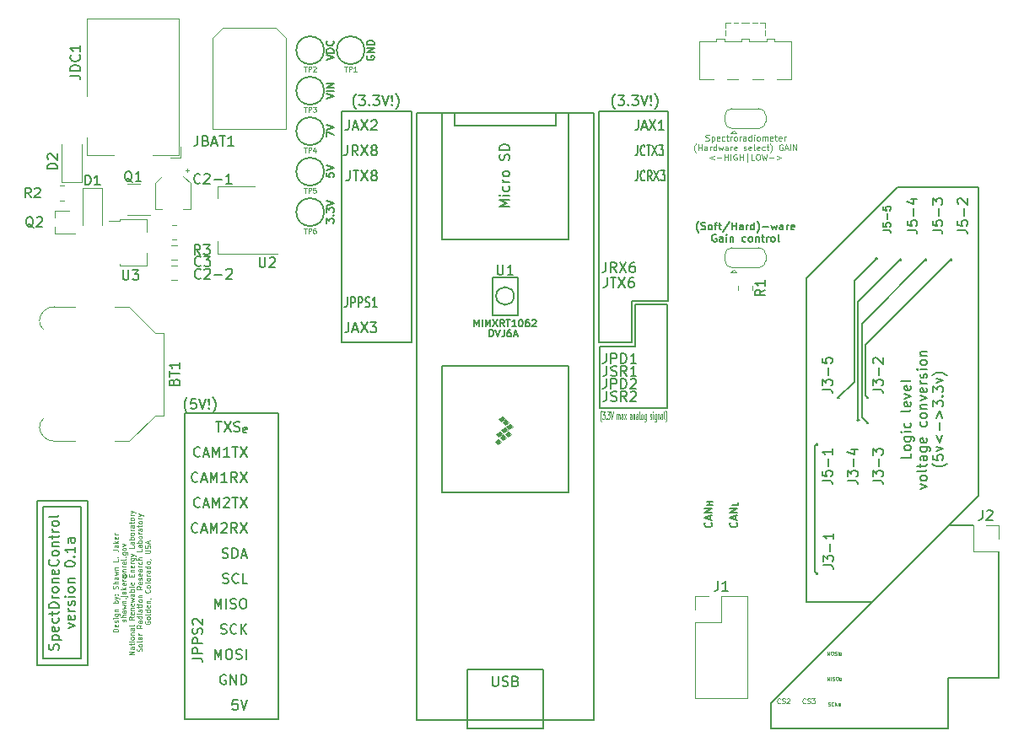
<source format=gbr>
%TF.GenerationSoftware,KiCad,Pcbnew,6.0.2+dfsg-1*%
%TF.CreationDate,2023-06-29T12:19:05-06:00*%
%TF.ProjectId,SpectDroneControl,53706563-7444-4726-9f6e-65436f6e7472,rev?*%
%TF.SameCoordinates,PXbc941f8PY5f519c8*%
%TF.FileFunction,Legend,Top*%
%TF.FilePolarity,Positive*%
%FSLAX46Y46*%
G04 Gerber Fmt 4.6, Leading zero omitted, Abs format (unit mm)*
G04 Created by KiCad (PCBNEW 6.0.2+dfsg-1) date 2023-06-29 12:19:05*
%MOMM*%
%LPD*%
G01*
G04 APERTURE LIST*
%ADD10C,0.150000*%
%ADD11C,0.087500*%
%ADD12C,0.100000*%
%ADD13C,0.075000*%
%ADD14C,0.187500*%
%ADD15C,0.125000*%
%ADD16C,0.120000*%
G04 APERTURE END LIST*
D10*
X-11557000Y-4699000D02*
X-11430000Y-4572000D01*
X-93345000Y-28575000D02*
X-89535000Y-28575000D01*
X-89535000Y-28575000D02*
X-89535000Y-13335000D01*
X-89535000Y-13335000D02*
X-93345000Y-13335000D01*
X-93345000Y-13335000D02*
X-93345000Y-28575000D01*
X-2159000Y11557000D02*
X-2286000Y11557000D01*
X-7620000Y18796000D02*
X-16764000Y9652000D01*
X-34290000Y3175000D02*
X-37592000Y3175000D01*
X-15748000Y-20066000D02*
X-15621000Y-20066000D01*
X-56388000Y26416000D02*
X-63373000Y26416000D01*
X-10541000Y-2286000D02*
X-10668000Y-2413000D01*
X-4699000Y11557000D02*
X-4826000Y11557000D01*
X-11684000Y-4572000D02*
X-11557000Y-4699000D01*
X-15748000Y-6985000D02*
X-15621000Y-7112000D01*
X508000Y18796000D02*
X-7620000Y18796000D01*
X-10541000Y-2413000D02*
X-10541000Y-2286000D01*
X-56388000Y3175000D02*
X-56388000Y26416000D01*
X-4826000Y11557000D02*
X-4699000Y11430000D01*
X-13589000Y-2413000D02*
X-11938000Y-762000D01*
X-2159000Y11557000D02*
X-10795000Y2921000D01*
X0Y-15180000D02*
X-2463800Y-15180000D01*
X-11938000Y-762000D02*
X-11938000Y9398000D01*
X-33909000Y6985000D02*
X-33909000Y2794000D01*
X-69723000Y-34671000D02*
X-79121000Y-34671000D01*
X-10541000Y-4953000D02*
X-10541000Y-4826000D01*
X2600000Y-30480000D02*
X-2540000Y-30480000D01*
X-15621000Y-7112000D02*
X-15621000Y-6985000D01*
X-10541000Y-4826000D02*
X-10668000Y-4953000D01*
X-15621000Y-6985000D02*
X-15748000Y-6985000D01*
X-79121000Y-3937000D02*
X-79121000Y-34671000D01*
X-9779000Y11684000D02*
X-9652000Y11557000D01*
X2600000Y-17780000D02*
X2600000Y-30480000D01*
X-69723000Y-3937000D02*
X-69723000Y-34671000D01*
X-30734000Y-3429000D02*
X-30734000Y6985000D01*
X-11176000Y5080000D02*
X-11176000Y-4318000D01*
X-16764000Y9652000D02*
X-16764000Y-22860000D01*
X-2540000Y-35560000D02*
X-20320000Y-35560000D01*
X-7366000Y11557000D02*
X-7239000Y11430000D01*
X-13462000Y-2413000D02*
X-13589000Y-2286000D01*
X-37592000Y26416000D02*
X-37592000Y3175000D01*
X-11176000Y-4318000D02*
X-10541000Y-4953000D01*
X-9652000Y11557000D02*
X-9652000Y11684000D01*
X-13589000Y-2413000D02*
X-13462000Y-2413000D01*
X508000Y-12192000D02*
X508000Y18796000D01*
X-30607000Y26416000D02*
X-37592000Y26416000D01*
X-11430000Y-4572000D02*
X-11684000Y-4572000D01*
X-15875000Y-7239000D02*
X-15621000Y-6985000D01*
X-34290000Y3175000D02*
X-34290000Y7366000D01*
X-33909000Y2794000D02*
X-37465000Y2794000D01*
X-9652000Y11684000D02*
X-9779000Y11684000D01*
X-37465000Y-3429000D02*
X-30734000Y-3429000D01*
X-13589000Y-2286000D02*
X-13589000Y-2413000D01*
X-63373000Y26416000D02*
X-63373000Y3175000D01*
X-10668000Y-2413000D02*
X-10541000Y-2413000D01*
X508000Y-12192000D02*
X-10160000Y-22860000D01*
X-56388000Y3175000D02*
X-63373000Y3175000D01*
X-69723000Y-3937000D02*
X-79121000Y-3937000D01*
X-10795000Y-2159000D02*
X-10541000Y-2413000D01*
X-10795000Y-2159000D02*
X-10795000Y2921000D01*
X-30734000Y6985000D02*
X-33909000Y6985000D01*
X-4699000Y11430000D02*
X-4699000Y11557000D01*
X-15875000Y-19812000D02*
X-15875000Y-7239000D01*
X-10160000Y-22860000D02*
X-20320000Y-33020000D01*
X-20320000Y-35560000D02*
X-20320000Y-33020000D01*
X-10668000Y-4953000D02*
X-10541000Y-4953000D01*
X-9652000Y11684000D02*
X-11938000Y9398000D01*
X-30607000Y7366000D02*
X-30607000Y26416000D01*
X-93980000Y-29210000D02*
X-88900000Y-29210000D01*
X-88900000Y-29210000D02*
X-88900000Y-12700000D01*
X-88900000Y-12700000D02*
X-93980000Y-12700000D01*
X-93980000Y-12700000D02*
X-93980000Y-29210000D01*
X-7239000Y11557000D02*
X-7366000Y11557000D01*
X-11557000Y7239000D02*
X-11557000Y-4699000D01*
X-34290000Y7366000D02*
X-30607000Y7366000D01*
X-7239000Y11557000D02*
X-11557000Y7239000D01*
X-4699000Y11557000D02*
X-11176000Y5080000D01*
X-2159000Y11430000D02*
X-2159000Y11557000D01*
X-7239000Y11430000D02*
X-7239000Y11557000D01*
X-15621000Y-20066000D02*
X-15621000Y-19939000D01*
X-15621000Y-19939000D02*
X-15748000Y-20066000D01*
X-15875000Y-19812000D02*
X-15621000Y-20066000D01*
X-2286000Y11557000D02*
X-2159000Y11430000D01*
X-16764000Y-22860000D02*
X-10160000Y-22860000D01*
X-2540000Y-30480000D02*
X-2540000Y-35560000D01*
X-37465000Y2794000D02*
X-37465000Y-3429000D01*
D11*
X-14659446Y-28224282D02*
X-14659446Y-27874282D01*
X-14542780Y-28124282D01*
X-14426113Y-27874282D01*
X-14426113Y-28224282D01*
X-14192780Y-27874282D02*
X-14126113Y-27874282D01*
X-14092780Y-27890949D01*
X-14059446Y-27924282D01*
X-14042780Y-27990949D01*
X-14042780Y-28107615D01*
X-14059446Y-28174282D01*
X-14092780Y-28207615D01*
X-14126113Y-28224282D01*
X-14192780Y-28224282D01*
X-14226113Y-28207615D01*
X-14259446Y-28174282D01*
X-14276113Y-28107615D01*
X-14276113Y-27990949D01*
X-14259446Y-27924282D01*
X-14226113Y-27890949D01*
X-14192780Y-27874282D01*
X-13909446Y-28207615D02*
X-13859446Y-28224282D01*
X-13776113Y-28224282D01*
X-13742780Y-28207615D01*
X-13726113Y-28190949D01*
X-13709446Y-28157615D01*
X-13709446Y-28124282D01*
X-13726113Y-28090949D01*
X-13742780Y-28074282D01*
X-13776113Y-28057615D01*
X-13842780Y-28040949D01*
X-13876113Y-28024282D01*
X-13892780Y-28007615D01*
X-13909446Y-27974282D01*
X-13909446Y-27940949D01*
X-13892780Y-27907615D01*
X-13876113Y-27890949D01*
X-13842780Y-27874282D01*
X-13759446Y-27874282D01*
X-13709446Y-27890949D01*
X-13559446Y-28224282D02*
X-13559446Y-27874282D01*
X-13316113Y-28115949D02*
X-13276113Y-28129282D01*
X-13262780Y-28142615D01*
X-13249446Y-28169282D01*
X-13249446Y-28209282D01*
X-13262780Y-28235949D01*
X-13276113Y-28249282D01*
X-13302780Y-28262615D01*
X-13409446Y-28262615D01*
X-13409446Y-27982615D01*
X-13316113Y-27982615D01*
X-13289446Y-27995949D01*
X-13276113Y-28009282D01*
X-13262780Y-28035949D01*
X-13262780Y-28062615D01*
X-13276113Y-28089282D01*
X-13289446Y-28102615D01*
X-13316113Y-28115949D01*
X-13409446Y-28115949D01*
D10*
X-91840239Y-27693095D02*
X-91792620Y-27550238D01*
X-91792620Y-27312142D01*
X-91840239Y-27216904D01*
X-91887858Y-27169285D01*
X-91983096Y-27121666D01*
X-92078334Y-27121666D01*
X-92173572Y-27169285D01*
X-92221191Y-27216904D01*
X-92268810Y-27312142D01*
X-92316429Y-27502619D01*
X-92364048Y-27597857D01*
X-92411667Y-27645476D01*
X-92506905Y-27693095D01*
X-92602143Y-27693095D01*
X-92697381Y-27645476D01*
X-92745000Y-27597857D01*
X-92792620Y-27502619D01*
X-92792620Y-27264523D01*
X-92745000Y-27121666D01*
X-92459286Y-26693095D02*
X-91459286Y-26693095D01*
X-92411667Y-26693095D02*
X-92459286Y-26597857D01*
X-92459286Y-26407380D01*
X-92411667Y-26312142D01*
X-92364048Y-26264523D01*
X-92268810Y-26216904D01*
X-91983096Y-26216904D01*
X-91887858Y-26264523D01*
X-91840239Y-26312142D01*
X-91792620Y-26407380D01*
X-91792620Y-26597857D01*
X-91840239Y-26693095D01*
X-91840239Y-25407380D02*
X-91792620Y-25502619D01*
X-91792620Y-25693095D01*
X-91840239Y-25788333D01*
X-91935477Y-25835952D01*
X-92316429Y-25835952D01*
X-92411667Y-25788333D01*
X-92459286Y-25693095D01*
X-92459286Y-25502619D01*
X-92411667Y-25407380D01*
X-92316429Y-25359761D01*
X-92221191Y-25359761D01*
X-92125953Y-25835952D01*
X-91840239Y-24502619D02*
X-91792620Y-24597857D01*
X-91792620Y-24788333D01*
X-91840239Y-24883571D01*
X-91887858Y-24931190D01*
X-91983096Y-24978809D01*
X-92268810Y-24978809D01*
X-92364048Y-24931190D01*
X-92411667Y-24883571D01*
X-92459286Y-24788333D01*
X-92459286Y-24597857D01*
X-92411667Y-24502619D01*
X-92459286Y-24216904D02*
X-92459286Y-23835952D01*
X-92792620Y-24074047D02*
X-91935477Y-24074047D01*
X-91840239Y-24026428D01*
X-91792620Y-23931190D01*
X-91792620Y-23835952D01*
X-91792620Y-23502619D02*
X-92792620Y-23502619D01*
X-92792620Y-23264523D01*
X-92745000Y-23121666D01*
X-92649762Y-23026428D01*
X-92554524Y-22978809D01*
X-92364048Y-22931190D01*
X-92221191Y-22931190D01*
X-92030715Y-22978809D01*
X-91935477Y-23026428D01*
X-91840239Y-23121666D01*
X-91792620Y-23264523D01*
X-91792620Y-23502619D01*
X-91792620Y-22502619D02*
X-92459286Y-22502619D01*
X-92268810Y-22502619D02*
X-92364048Y-22455000D01*
X-92411667Y-22407380D01*
X-92459286Y-22312142D01*
X-92459286Y-22216904D01*
X-91792620Y-21740714D02*
X-91840239Y-21835952D01*
X-91887858Y-21883571D01*
X-91983096Y-21931190D01*
X-92268810Y-21931190D01*
X-92364048Y-21883571D01*
X-92411667Y-21835952D01*
X-92459286Y-21740714D01*
X-92459286Y-21597857D01*
X-92411667Y-21502619D01*
X-92364048Y-21455000D01*
X-92268810Y-21407380D01*
X-91983096Y-21407380D01*
X-91887858Y-21455000D01*
X-91840239Y-21502619D01*
X-91792620Y-21597857D01*
X-91792620Y-21740714D01*
X-92459286Y-20978809D02*
X-91792620Y-20978809D01*
X-92364048Y-20978809D02*
X-92411667Y-20931190D01*
X-92459286Y-20835952D01*
X-92459286Y-20693095D01*
X-92411667Y-20597857D01*
X-92316429Y-20550238D01*
X-91792620Y-20550238D01*
X-91840239Y-19693095D02*
X-91792620Y-19788333D01*
X-91792620Y-19978809D01*
X-91840239Y-20074047D01*
X-91935477Y-20121666D01*
X-92316429Y-20121666D01*
X-92411667Y-20074047D01*
X-92459286Y-19978809D01*
X-92459286Y-19788333D01*
X-92411667Y-19693095D01*
X-92316429Y-19645476D01*
X-92221191Y-19645476D01*
X-92125953Y-20121666D01*
X-91887858Y-18645476D02*
X-91840239Y-18693095D01*
X-91792620Y-18835952D01*
X-91792620Y-18931190D01*
X-91840239Y-19074047D01*
X-91935477Y-19169285D01*
X-92030715Y-19216904D01*
X-92221191Y-19264523D01*
X-92364048Y-19264523D01*
X-92554524Y-19216904D01*
X-92649762Y-19169285D01*
X-92745000Y-19074047D01*
X-92792620Y-18931190D01*
X-92792620Y-18835952D01*
X-92745000Y-18693095D01*
X-92697381Y-18645476D01*
X-91792620Y-18074047D02*
X-91840239Y-18169285D01*
X-91887858Y-18216904D01*
X-91983096Y-18264523D01*
X-92268810Y-18264523D01*
X-92364048Y-18216904D01*
X-92411667Y-18169285D01*
X-92459286Y-18074047D01*
X-92459286Y-17931190D01*
X-92411667Y-17835952D01*
X-92364048Y-17788333D01*
X-92268810Y-17740714D01*
X-91983096Y-17740714D01*
X-91887858Y-17788333D01*
X-91840239Y-17835952D01*
X-91792620Y-17931190D01*
X-91792620Y-18074047D01*
X-92459286Y-17312142D02*
X-91792620Y-17312142D01*
X-92364048Y-17312142D02*
X-92411667Y-17264523D01*
X-92459286Y-17169285D01*
X-92459286Y-17026428D01*
X-92411667Y-16931190D01*
X-92316429Y-16883571D01*
X-91792620Y-16883571D01*
X-92459286Y-16550238D02*
X-92459286Y-16169285D01*
X-92792620Y-16407380D02*
X-91935477Y-16407380D01*
X-91840239Y-16359761D01*
X-91792620Y-16264523D01*
X-91792620Y-16169285D01*
X-91792620Y-15835952D02*
X-92459286Y-15835952D01*
X-92268810Y-15835952D02*
X-92364048Y-15788333D01*
X-92411667Y-15740714D01*
X-92459286Y-15645476D01*
X-92459286Y-15550238D01*
X-91792620Y-15074047D02*
X-91840239Y-15169285D01*
X-91887858Y-15216904D01*
X-91983096Y-15264523D01*
X-92268810Y-15264523D01*
X-92364048Y-15216904D01*
X-92411667Y-15169285D01*
X-92459286Y-15074047D01*
X-92459286Y-14931190D01*
X-92411667Y-14835952D01*
X-92364048Y-14788333D01*
X-92268810Y-14740714D01*
X-91983096Y-14740714D01*
X-91887858Y-14788333D01*
X-91840239Y-14835952D01*
X-91792620Y-14931190D01*
X-91792620Y-15074047D01*
X-91792620Y-14169285D02*
X-91840239Y-14264523D01*
X-91935477Y-14312142D01*
X-92792620Y-14312142D01*
X-90849286Y-25502619D02*
X-90182620Y-25264523D01*
X-90849286Y-25026428D01*
X-90230239Y-24264523D02*
X-90182620Y-24359761D01*
X-90182620Y-24550238D01*
X-90230239Y-24645476D01*
X-90325477Y-24693095D01*
X-90706429Y-24693095D01*
X-90801667Y-24645476D01*
X-90849286Y-24550238D01*
X-90849286Y-24359761D01*
X-90801667Y-24264523D01*
X-90706429Y-24216904D01*
X-90611191Y-24216904D01*
X-90515953Y-24693095D01*
X-90182620Y-23788333D02*
X-90849286Y-23788333D01*
X-90658810Y-23788333D02*
X-90754048Y-23740714D01*
X-90801667Y-23693095D01*
X-90849286Y-23597857D01*
X-90849286Y-23502619D01*
X-90230239Y-23216904D02*
X-90182620Y-23121666D01*
X-90182620Y-22931190D01*
X-90230239Y-22835952D01*
X-90325477Y-22788333D01*
X-90373096Y-22788333D01*
X-90468334Y-22835952D01*
X-90515953Y-22931190D01*
X-90515953Y-23074047D01*
X-90563572Y-23169285D01*
X-90658810Y-23216904D01*
X-90706429Y-23216904D01*
X-90801667Y-23169285D01*
X-90849286Y-23074047D01*
X-90849286Y-22931190D01*
X-90801667Y-22835952D01*
X-90182620Y-22359761D02*
X-90849286Y-22359761D01*
X-91182620Y-22359761D02*
X-91135000Y-22407380D01*
X-91087381Y-22359761D01*
X-91135000Y-22312142D01*
X-91182620Y-22359761D01*
X-91087381Y-22359761D01*
X-90182620Y-21740714D02*
X-90230239Y-21835952D01*
X-90277858Y-21883571D01*
X-90373096Y-21931190D01*
X-90658810Y-21931190D01*
X-90754048Y-21883571D01*
X-90801667Y-21835952D01*
X-90849286Y-21740714D01*
X-90849286Y-21597857D01*
X-90801667Y-21502619D01*
X-90754048Y-21455000D01*
X-90658810Y-21407380D01*
X-90373096Y-21407380D01*
X-90277858Y-21455000D01*
X-90230239Y-21502619D01*
X-90182620Y-21597857D01*
X-90182620Y-21740714D01*
X-90849286Y-20978809D02*
X-90182620Y-20978809D01*
X-90754048Y-20978809D02*
X-90801667Y-20931190D01*
X-90849286Y-20835952D01*
X-90849286Y-20693095D01*
X-90801667Y-20597857D01*
X-90706429Y-20550238D01*
X-90182620Y-20550238D01*
X-91182620Y-19121666D02*
X-91182620Y-19026428D01*
X-91135000Y-18931190D01*
X-91087381Y-18883571D01*
X-90992143Y-18835952D01*
X-90801667Y-18788333D01*
X-90563572Y-18788333D01*
X-90373096Y-18835952D01*
X-90277858Y-18883571D01*
X-90230239Y-18931190D01*
X-90182620Y-19026428D01*
X-90182620Y-19121666D01*
X-90230239Y-19216904D01*
X-90277858Y-19264523D01*
X-90373096Y-19312142D01*
X-90563572Y-19359761D01*
X-90801667Y-19359761D01*
X-90992143Y-19312142D01*
X-91087381Y-19264523D01*
X-91135000Y-19216904D01*
X-91182620Y-19121666D01*
X-90277858Y-18359761D02*
X-90230239Y-18312142D01*
X-90182620Y-18359761D01*
X-90230239Y-18407380D01*
X-90277858Y-18359761D01*
X-90182620Y-18359761D01*
X-90182620Y-17359761D02*
X-90182620Y-17931190D01*
X-90182620Y-17645476D02*
X-91182620Y-17645476D01*
X-91039762Y-17740714D01*
X-90944524Y-17835952D01*
X-90896905Y-17931190D01*
X-90182620Y-16502619D02*
X-90706429Y-16502619D01*
X-90801667Y-16550238D01*
X-90849286Y-16645476D01*
X-90849286Y-16835952D01*
X-90801667Y-16931190D01*
X-90230239Y-16502619D02*
X-90182620Y-16597857D01*
X-90182620Y-16835952D01*
X-90230239Y-16931190D01*
X-90325477Y-16978809D01*
X-90420715Y-16978809D01*
X-90515953Y-16931190D01*
X-90563572Y-16835952D01*
X-90563572Y-16597857D01*
X-90611191Y-16502619D01*
X-35944000Y26598667D02*
X-35991620Y26646286D01*
X-36086858Y26789143D01*
X-36134477Y26884381D01*
X-36182096Y27027239D01*
X-36229715Y27265334D01*
X-36229715Y27455810D01*
X-36182096Y27693905D01*
X-36134477Y27836762D01*
X-36086858Y27932000D01*
X-35991620Y28074858D01*
X-35944000Y28122477D01*
X-35658286Y27979620D02*
X-35039239Y27979620D01*
X-35372572Y27598667D01*
X-35229715Y27598667D01*
X-35134477Y27551048D01*
X-35086858Y27503429D01*
X-35039239Y27408191D01*
X-35039239Y27170096D01*
X-35086858Y27074858D01*
X-35134477Y27027239D01*
X-35229715Y26979620D01*
X-35515429Y26979620D01*
X-35610667Y27027239D01*
X-35658286Y27074858D01*
X-34610667Y27074858D02*
X-34563048Y27027239D01*
X-34610667Y26979620D01*
X-34658286Y27027239D01*
X-34610667Y27074858D01*
X-34610667Y26979620D01*
X-34229715Y27979620D02*
X-33610667Y27979620D01*
X-33944000Y27598667D01*
X-33801143Y27598667D01*
X-33705905Y27551048D01*
X-33658286Y27503429D01*
X-33610667Y27408191D01*
X-33610667Y27170096D01*
X-33658286Y27074858D01*
X-33705905Y27027239D01*
X-33801143Y26979620D01*
X-34086858Y26979620D01*
X-34182096Y27027239D01*
X-34229715Y27074858D01*
X-33324953Y27979620D02*
X-32991620Y26979620D01*
X-32658286Y27979620D01*
X-32324953Y27074858D02*
X-32277334Y27027239D01*
X-32324953Y26979620D01*
X-32372572Y27027239D01*
X-32324953Y27074858D01*
X-32324953Y26979620D01*
X-32324953Y27360572D02*
X-32372572Y27932000D01*
X-32324953Y27979620D01*
X-32277334Y27932000D01*
X-32324953Y27360572D01*
X-32324953Y27979620D01*
X-31944000Y26598667D02*
X-31896381Y26646286D01*
X-31801143Y26789143D01*
X-31753524Y26884381D01*
X-31705905Y27027239D01*
X-31658286Y27265334D01*
X-31658286Y27455810D01*
X-31705905Y27693905D01*
X-31753524Y27836762D01*
X-31801143Y27932000D01*
X-31896381Y28074858D01*
X-31944000Y28122477D01*
D12*
X-16831429Y-33020771D02*
X-16855239Y-33044580D01*
X-16926667Y-33068390D01*
X-16974286Y-33068390D01*
X-17045715Y-33044580D01*
X-17093334Y-32996961D01*
X-17117143Y-32949342D01*
X-17140953Y-32854104D01*
X-17140953Y-32782676D01*
X-17117143Y-32687438D01*
X-17093334Y-32639819D01*
X-17045715Y-32592200D01*
X-16974286Y-32568390D01*
X-16926667Y-32568390D01*
X-16855239Y-32592200D01*
X-16831429Y-32616009D01*
X-16640953Y-33044580D02*
X-16569524Y-33068390D01*
X-16450477Y-33068390D01*
X-16402858Y-33044580D01*
X-16379048Y-33020771D01*
X-16355239Y-32973152D01*
X-16355239Y-32925533D01*
X-16379048Y-32877914D01*
X-16402858Y-32854104D01*
X-16450477Y-32830295D01*
X-16545715Y-32806485D01*
X-16593334Y-32782676D01*
X-16617143Y-32758866D01*
X-16640953Y-32711247D01*
X-16640953Y-32663628D01*
X-16617143Y-32616009D01*
X-16593334Y-32592200D01*
X-16545715Y-32568390D01*
X-16426667Y-32568390D01*
X-16355239Y-32592200D01*
X-16188572Y-32568390D02*
X-15879048Y-32568390D01*
X-16045715Y-32758866D01*
X-15974286Y-32758866D01*
X-15926667Y-32782676D01*
X-15902858Y-32806485D01*
X-15879048Y-32854104D01*
X-15879048Y-32973152D01*
X-15902858Y-33020771D01*
X-15926667Y-33044580D01*
X-15974286Y-33068390D01*
X-16117143Y-33068390D01*
X-16164762Y-33044580D01*
X-16188572Y-33020771D01*
D10*
X-75360548Y-18438761D02*
X-75217691Y-18486380D01*
X-74979596Y-18486380D01*
X-74884358Y-18438761D01*
X-74836739Y-18391142D01*
X-74789120Y-18295904D01*
X-74789120Y-18200666D01*
X-74836739Y-18105428D01*
X-74884358Y-18057809D01*
X-74979596Y-18010190D01*
X-75170072Y-17962571D01*
X-75265310Y-17914952D01*
X-75312929Y-17867333D01*
X-75360548Y-17772095D01*
X-75360548Y-17676857D01*
X-75312929Y-17581619D01*
X-75265310Y-17534000D01*
X-75170072Y-17486380D01*
X-74931977Y-17486380D01*
X-74789120Y-17534000D01*
X-74360548Y-18486380D02*
X-74360548Y-17486380D01*
X-74122453Y-17486380D01*
X-73979596Y-17534000D01*
X-73884358Y-17629238D01*
X-73836739Y-17724476D01*
X-73789120Y-17914952D01*
X-73789120Y-18057809D01*
X-73836739Y-18248285D01*
X-73884358Y-18343523D01*
X-73979596Y-18438761D01*
X-74122453Y-18486380D01*
X-74360548Y-18486380D01*
X-73408167Y-18200666D02*
X-72931977Y-18200666D01*
X-73503405Y-18486380D02*
X-73170072Y-17486380D01*
X-72836739Y-18486380D01*
X-73836739Y-32726380D02*
X-74312929Y-32726380D01*
X-74360548Y-33202571D01*
X-74312929Y-33154952D01*
X-74217691Y-33107333D01*
X-73979596Y-33107333D01*
X-73884358Y-33154952D01*
X-73836739Y-33202571D01*
X-73789120Y-33297809D01*
X-73789120Y-33535904D01*
X-73836739Y-33631142D01*
X-73884358Y-33678761D01*
X-73979596Y-33726380D01*
X-74217691Y-33726380D01*
X-74312929Y-33678761D01*
X-74360548Y-33631142D01*
X-73503405Y-32726380D02*
X-73170072Y-33726380D01*
X-72836739Y-32726380D01*
X-64926715Y31512000D02*
X-64176715Y31762000D01*
X-64926715Y32012000D01*
X-64176715Y32262000D02*
X-64926715Y32262000D01*
X-64926715Y32440572D01*
X-64891000Y32547715D01*
X-64819572Y32619143D01*
X-64748143Y32654858D01*
X-64605286Y32690572D01*
X-64498143Y32690572D01*
X-64355286Y32654858D01*
X-64283858Y32619143D01*
X-64212429Y32547715D01*
X-64176715Y32440572D01*
X-64176715Y32262000D01*
X-64248143Y33440572D02*
X-64212429Y33404858D01*
X-64176715Y33297715D01*
X-64176715Y33226286D01*
X-64212429Y33119143D01*
X-64283858Y33047715D01*
X-64355286Y33012000D01*
X-64498143Y32976286D01*
X-64605286Y32976286D01*
X-64748143Y33012000D01*
X-64819572Y33047715D01*
X-64891000Y33119143D01*
X-64926715Y33226286D01*
X-64926715Y33297715D01*
X-64891000Y33404858D01*
X-64855286Y33440572D01*
X-78882715Y-3881333D02*
X-78930334Y-3833714D01*
X-79025572Y-3690857D01*
X-79073191Y-3595619D01*
X-79120810Y-3452761D01*
X-79168429Y-3214666D01*
X-79168429Y-3024190D01*
X-79120810Y-2786095D01*
X-79073191Y-2643238D01*
X-79025572Y-2548000D01*
X-78930334Y-2405142D01*
X-78882715Y-2357523D01*
X-78025572Y-2500380D02*
X-78501762Y-2500380D01*
X-78549381Y-2976571D01*
X-78501762Y-2928952D01*
X-78406524Y-2881333D01*
X-78168429Y-2881333D01*
X-78073191Y-2928952D01*
X-78025572Y-2976571D01*
X-77977953Y-3071809D01*
X-77977953Y-3309904D01*
X-78025572Y-3405142D01*
X-78073191Y-3452761D01*
X-78168429Y-3500380D01*
X-78406524Y-3500380D01*
X-78501762Y-3452761D01*
X-78549381Y-3405142D01*
X-77692239Y-2500380D02*
X-77358905Y-3500380D01*
X-77025572Y-2500380D01*
X-76692239Y-3405142D02*
X-76644620Y-3452761D01*
X-76692239Y-3500380D01*
X-76739858Y-3452761D01*
X-76692239Y-3405142D01*
X-76692239Y-3500380D01*
X-76692239Y-3119428D02*
X-76739858Y-2548000D01*
X-76692239Y-2500380D01*
X-76644620Y-2548000D01*
X-76692239Y-3119428D01*
X-76692239Y-2500380D01*
X-76311286Y-3881333D02*
X-76263667Y-3833714D01*
X-76168429Y-3690857D01*
X-76120810Y-3595619D01*
X-76073191Y-3452761D01*
X-76025572Y-3214666D01*
X-76025572Y-3024190D01*
X-76073191Y-2786095D01*
X-76120810Y-2643238D01*
X-76168429Y-2548000D01*
X-76263667Y-2405142D01*
X-76311286Y-2357523D01*
D12*
X-19371429Y-33020771D02*
X-19395239Y-33044580D01*
X-19466667Y-33068390D01*
X-19514286Y-33068390D01*
X-19585715Y-33044580D01*
X-19633334Y-32996961D01*
X-19657143Y-32949342D01*
X-19680953Y-32854104D01*
X-19680953Y-32782676D01*
X-19657143Y-32687438D01*
X-19633334Y-32639819D01*
X-19585715Y-32592200D01*
X-19514286Y-32568390D01*
X-19466667Y-32568390D01*
X-19395239Y-32592200D01*
X-19371429Y-32616009D01*
X-19180953Y-33044580D02*
X-19109524Y-33068390D01*
X-18990477Y-33068390D01*
X-18942858Y-33044580D01*
X-18919048Y-33020771D01*
X-18895239Y-32973152D01*
X-18895239Y-32925533D01*
X-18919048Y-32877914D01*
X-18942858Y-32854104D01*
X-18990477Y-32830295D01*
X-19085715Y-32806485D01*
X-19133334Y-32782676D01*
X-19157143Y-32758866D01*
X-19180953Y-32711247D01*
X-19180953Y-32663628D01*
X-19157143Y-32616009D01*
X-19133334Y-32592200D01*
X-19085715Y-32568390D01*
X-18966667Y-32568390D01*
X-18895239Y-32592200D01*
X-18704762Y-32616009D02*
X-18680953Y-32592200D01*
X-18633334Y-32568390D01*
X-18514286Y-32568390D01*
X-18466667Y-32592200D01*
X-18442858Y-32616009D01*
X-18419048Y-32663628D01*
X-18419048Y-32711247D01*
X-18442858Y-32782676D01*
X-18728572Y-33068390D01*
X-18419048Y-33068390D01*
D13*
X-85838810Y-25859761D02*
X-86338810Y-25859761D01*
X-86338810Y-25740714D01*
X-86315000Y-25669285D01*
X-86267381Y-25621666D01*
X-86219762Y-25597857D01*
X-86124524Y-25574047D01*
X-86053096Y-25574047D01*
X-85957858Y-25597857D01*
X-85910239Y-25621666D01*
X-85862620Y-25669285D01*
X-85838810Y-25740714D01*
X-85838810Y-25859761D01*
X-85862620Y-25169285D02*
X-85838810Y-25216904D01*
X-85838810Y-25312142D01*
X-85862620Y-25359761D01*
X-85910239Y-25383571D01*
X-86100715Y-25383571D01*
X-86148334Y-25359761D01*
X-86172143Y-25312142D01*
X-86172143Y-25216904D01*
X-86148334Y-25169285D01*
X-86100715Y-25145476D01*
X-86053096Y-25145476D01*
X-86005477Y-25383571D01*
X-85862620Y-24955000D02*
X-85838810Y-24907380D01*
X-85838810Y-24812142D01*
X-85862620Y-24764523D01*
X-85910239Y-24740714D01*
X-85934048Y-24740714D01*
X-85981667Y-24764523D01*
X-86005477Y-24812142D01*
X-86005477Y-24883571D01*
X-86029286Y-24931190D01*
X-86076905Y-24955000D01*
X-86100715Y-24955000D01*
X-86148334Y-24931190D01*
X-86172143Y-24883571D01*
X-86172143Y-24812142D01*
X-86148334Y-24764523D01*
X-85838810Y-24526428D02*
X-86172143Y-24526428D01*
X-86338810Y-24526428D02*
X-86315000Y-24550238D01*
X-86291191Y-24526428D01*
X-86315000Y-24502619D01*
X-86338810Y-24526428D01*
X-86291191Y-24526428D01*
X-86172143Y-24074047D02*
X-85767381Y-24074047D01*
X-85719762Y-24097857D01*
X-85695953Y-24121666D01*
X-85672143Y-24169285D01*
X-85672143Y-24240714D01*
X-85695953Y-24288333D01*
X-85862620Y-24074047D02*
X-85838810Y-24121666D01*
X-85838810Y-24216904D01*
X-85862620Y-24264523D01*
X-85886429Y-24288333D01*
X-85934048Y-24312142D01*
X-86076905Y-24312142D01*
X-86124524Y-24288333D01*
X-86148334Y-24264523D01*
X-86172143Y-24216904D01*
X-86172143Y-24121666D01*
X-86148334Y-24074047D01*
X-86172143Y-23835952D02*
X-85838810Y-23835952D01*
X-86124524Y-23835952D02*
X-86148334Y-23812142D01*
X-86172143Y-23764523D01*
X-86172143Y-23693095D01*
X-86148334Y-23645476D01*
X-86100715Y-23621666D01*
X-85838810Y-23621666D01*
X-85838810Y-23002619D02*
X-86338810Y-23002619D01*
X-86148334Y-23002619D02*
X-86172143Y-22955000D01*
X-86172143Y-22859761D01*
X-86148334Y-22812142D01*
X-86124524Y-22788333D01*
X-86076905Y-22764523D01*
X-85934048Y-22764523D01*
X-85886429Y-22788333D01*
X-85862620Y-22812142D01*
X-85838810Y-22859761D01*
X-85838810Y-22955000D01*
X-85862620Y-23002619D01*
X-86172143Y-22597857D02*
X-85838810Y-22478809D01*
X-86172143Y-22359761D02*
X-85838810Y-22478809D01*
X-85719762Y-22526428D01*
X-85695953Y-22550238D01*
X-85672143Y-22597857D01*
X-85886429Y-22169285D02*
X-85862620Y-22145476D01*
X-85838810Y-22169285D01*
X-85862620Y-22193095D01*
X-85886429Y-22169285D01*
X-85838810Y-22169285D01*
X-86148334Y-22169285D02*
X-86124524Y-22145476D01*
X-86100715Y-22169285D01*
X-86124524Y-22193095D01*
X-86148334Y-22169285D01*
X-86100715Y-22169285D01*
X-85862620Y-21574047D02*
X-85838810Y-21502619D01*
X-85838810Y-21383571D01*
X-85862620Y-21335952D01*
X-85886429Y-21312142D01*
X-85934048Y-21288333D01*
X-85981667Y-21288333D01*
X-86029286Y-21312142D01*
X-86053096Y-21335952D01*
X-86076905Y-21383571D01*
X-86100715Y-21478809D01*
X-86124524Y-21526428D01*
X-86148334Y-21550238D01*
X-86195953Y-21574047D01*
X-86243572Y-21574047D01*
X-86291191Y-21550238D01*
X-86315000Y-21526428D01*
X-86338810Y-21478809D01*
X-86338810Y-21359761D01*
X-86315000Y-21288333D01*
X-85838810Y-21074047D02*
X-86338810Y-21074047D01*
X-85838810Y-20859761D02*
X-86100715Y-20859761D01*
X-86148334Y-20883571D01*
X-86172143Y-20931190D01*
X-86172143Y-21002619D01*
X-86148334Y-21050238D01*
X-86124524Y-21074047D01*
X-85838810Y-20407380D02*
X-86100715Y-20407380D01*
X-86148334Y-20431190D01*
X-86172143Y-20478809D01*
X-86172143Y-20574047D01*
X-86148334Y-20621666D01*
X-85862620Y-20407380D02*
X-85838810Y-20455000D01*
X-85838810Y-20574047D01*
X-85862620Y-20621666D01*
X-85910239Y-20645476D01*
X-85957858Y-20645476D01*
X-86005477Y-20621666D01*
X-86029286Y-20574047D01*
X-86029286Y-20455000D01*
X-86053096Y-20407380D01*
X-86172143Y-20216904D02*
X-85838810Y-20121666D01*
X-86076905Y-20026428D01*
X-85838810Y-19931190D01*
X-86172143Y-19835952D01*
X-86172143Y-19645476D02*
X-85838810Y-19645476D01*
X-86124524Y-19645476D02*
X-86148334Y-19621666D01*
X-86172143Y-19574047D01*
X-86172143Y-19502619D01*
X-86148334Y-19455000D01*
X-86100715Y-19431190D01*
X-85838810Y-19431190D01*
X-85838810Y-18574047D02*
X-85838810Y-18812142D01*
X-86338810Y-18812142D01*
X-85886429Y-18407380D02*
X-85862620Y-18383571D01*
X-85838810Y-18407380D01*
X-85862620Y-18431190D01*
X-85886429Y-18407380D01*
X-85838810Y-18407380D01*
X-86338810Y-17645476D02*
X-85981667Y-17645476D01*
X-85910239Y-17669285D01*
X-85862620Y-17716904D01*
X-85838810Y-17788333D01*
X-85838810Y-17835952D01*
X-85838810Y-17193095D02*
X-86100715Y-17193095D01*
X-86148334Y-17216904D01*
X-86172143Y-17264523D01*
X-86172143Y-17359761D01*
X-86148334Y-17407380D01*
X-85862620Y-17193095D02*
X-85838810Y-17240714D01*
X-85838810Y-17359761D01*
X-85862620Y-17407380D01*
X-85910239Y-17431190D01*
X-85957858Y-17431190D01*
X-86005477Y-17407380D01*
X-86029286Y-17359761D01*
X-86029286Y-17240714D01*
X-86053096Y-17193095D01*
X-85838810Y-16955000D02*
X-86338810Y-16955000D01*
X-86029286Y-16907380D02*
X-85838810Y-16764523D01*
X-86172143Y-16764523D02*
X-85981667Y-16955000D01*
X-85862620Y-16359761D02*
X-85838810Y-16407380D01*
X-85838810Y-16502619D01*
X-85862620Y-16550238D01*
X-85910239Y-16574047D01*
X-86100715Y-16574047D01*
X-86148334Y-16550238D01*
X-86172143Y-16502619D01*
X-86172143Y-16407380D01*
X-86148334Y-16359761D01*
X-86100715Y-16335952D01*
X-86053096Y-16335952D01*
X-86005477Y-16574047D01*
X-85838810Y-16121666D02*
X-86172143Y-16121666D01*
X-86076905Y-16121666D02*
X-86124524Y-16097857D01*
X-86148334Y-16074047D01*
X-86172143Y-16026428D01*
X-86172143Y-15978809D01*
X-85057620Y-24847857D02*
X-85033810Y-24800238D01*
X-85033810Y-24705000D01*
X-85057620Y-24657380D01*
X-85105239Y-24633571D01*
X-85129048Y-24633571D01*
X-85176667Y-24657380D01*
X-85200477Y-24705000D01*
X-85200477Y-24776428D01*
X-85224286Y-24824047D01*
X-85271905Y-24847857D01*
X-85295715Y-24847857D01*
X-85343334Y-24824047D01*
X-85367143Y-24776428D01*
X-85367143Y-24705000D01*
X-85343334Y-24657380D01*
X-85033810Y-24419285D02*
X-85533810Y-24419285D01*
X-85033810Y-24205000D02*
X-85295715Y-24205000D01*
X-85343334Y-24228809D01*
X-85367143Y-24276428D01*
X-85367143Y-24347857D01*
X-85343334Y-24395476D01*
X-85319524Y-24419285D01*
X-85033810Y-23752619D02*
X-85295715Y-23752619D01*
X-85343334Y-23776428D01*
X-85367143Y-23824047D01*
X-85367143Y-23919285D01*
X-85343334Y-23966904D01*
X-85057620Y-23752619D02*
X-85033810Y-23800238D01*
X-85033810Y-23919285D01*
X-85057620Y-23966904D01*
X-85105239Y-23990714D01*
X-85152858Y-23990714D01*
X-85200477Y-23966904D01*
X-85224286Y-23919285D01*
X-85224286Y-23800238D01*
X-85248096Y-23752619D01*
X-85367143Y-23562142D02*
X-85033810Y-23466904D01*
X-85271905Y-23371666D01*
X-85033810Y-23276428D01*
X-85367143Y-23181190D01*
X-85367143Y-22990714D02*
X-85033810Y-22990714D01*
X-85319524Y-22990714D02*
X-85343334Y-22966904D01*
X-85367143Y-22919285D01*
X-85367143Y-22847857D01*
X-85343334Y-22800238D01*
X-85295715Y-22776428D01*
X-85033810Y-22776428D01*
X-85081429Y-22538333D02*
X-85057620Y-22514523D01*
X-85033810Y-22538333D01*
X-85057620Y-22562142D01*
X-85081429Y-22538333D01*
X-85033810Y-22538333D01*
X-85367143Y-22300238D02*
X-84938572Y-22300238D01*
X-84890953Y-22324047D01*
X-84867143Y-22371666D01*
X-84867143Y-22395476D01*
X-85533810Y-22300238D02*
X-85510000Y-22324047D01*
X-85486191Y-22300238D01*
X-85510000Y-22276428D01*
X-85533810Y-22300238D01*
X-85486191Y-22300238D01*
X-85033810Y-21847857D02*
X-85295715Y-21847857D01*
X-85343334Y-21871666D01*
X-85367143Y-21919285D01*
X-85367143Y-22014523D01*
X-85343334Y-22062142D01*
X-85057620Y-21847857D02*
X-85033810Y-21895476D01*
X-85033810Y-22014523D01*
X-85057620Y-22062142D01*
X-85105239Y-22085952D01*
X-85152858Y-22085952D01*
X-85200477Y-22062142D01*
X-85224286Y-22014523D01*
X-85224286Y-21895476D01*
X-85248096Y-21847857D01*
X-85033810Y-21609761D02*
X-85533810Y-21609761D01*
X-85224286Y-21562142D02*
X-85033810Y-21419285D01*
X-85367143Y-21419285D02*
X-85176667Y-21609761D01*
X-85057620Y-21014523D02*
X-85033810Y-21062142D01*
X-85033810Y-21157380D01*
X-85057620Y-21205000D01*
X-85105239Y-21228809D01*
X-85295715Y-21228809D01*
X-85343334Y-21205000D01*
X-85367143Y-21157380D01*
X-85367143Y-21062142D01*
X-85343334Y-21014523D01*
X-85295715Y-20990714D01*
X-85248096Y-20990714D01*
X-85200477Y-21228809D01*
X-85033810Y-20776428D02*
X-85367143Y-20776428D01*
X-85271905Y-20776428D02*
X-85319524Y-20752619D01*
X-85343334Y-20728809D01*
X-85367143Y-20681190D01*
X-85367143Y-20633571D01*
X-85271905Y-20157380D02*
X-85295715Y-20181190D01*
X-85319524Y-20228809D01*
X-85319524Y-20276428D01*
X-85295715Y-20324047D01*
X-85271905Y-20347857D01*
X-85224286Y-20371666D01*
X-85176667Y-20371666D01*
X-85129048Y-20347857D01*
X-85105239Y-20324047D01*
X-85081429Y-20276428D01*
X-85081429Y-20228809D01*
X-85105239Y-20181190D01*
X-85129048Y-20157380D01*
X-85319524Y-20157380D02*
X-85129048Y-20157380D01*
X-85105239Y-20133571D01*
X-85105239Y-20109761D01*
X-85129048Y-20062142D01*
X-85176667Y-20038333D01*
X-85295715Y-20038333D01*
X-85367143Y-20085952D01*
X-85414762Y-20157380D01*
X-85438572Y-20252619D01*
X-85414762Y-20347857D01*
X-85367143Y-20419285D01*
X-85295715Y-20466904D01*
X-85200477Y-20490714D01*
X-85105239Y-20466904D01*
X-85033810Y-20419285D01*
X-84986191Y-20347857D01*
X-84962381Y-20252619D01*
X-84986191Y-20157380D01*
X-85033810Y-20085952D01*
X-85367143Y-19824047D02*
X-85033810Y-19824047D01*
X-85319524Y-19824047D02*
X-85343334Y-19800238D01*
X-85367143Y-19752619D01*
X-85367143Y-19681190D01*
X-85343334Y-19633571D01*
X-85295715Y-19609761D01*
X-85033810Y-19609761D01*
X-85033810Y-19371666D02*
X-85367143Y-19371666D01*
X-85271905Y-19371666D02*
X-85319524Y-19347857D01*
X-85343334Y-19324047D01*
X-85367143Y-19276428D01*
X-85367143Y-19228809D01*
X-85057620Y-18871666D02*
X-85033810Y-18919285D01*
X-85033810Y-19014523D01*
X-85057620Y-19062142D01*
X-85105239Y-19085952D01*
X-85295715Y-19085952D01*
X-85343334Y-19062142D01*
X-85367143Y-19014523D01*
X-85367143Y-18919285D01*
X-85343334Y-18871666D01*
X-85295715Y-18847857D01*
X-85248096Y-18847857D01*
X-85200477Y-19085952D01*
X-85033810Y-18562142D02*
X-85057620Y-18609761D01*
X-85105239Y-18633571D01*
X-85533810Y-18633571D01*
X-85081429Y-18371666D02*
X-85057620Y-18347857D01*
X-85033810Y-18371666D01*
X-85057620Y-18395476D01*
X-85081429Y-18371666D01*
X-85033810Y-18371666D01*
X-85367143Y-17919285D02*
X-84962381Y-17919285D01*
X-84914762Y-17943095D01*
X-84890953Y-17966904D01*
X-84867143Y-18014523D01*
X-84867143Y-18085952D01*
X-84890953Y-18133571D01*
X-85057620Y-17919285D02*
X-85033810Y-17966904D01*
X-85033810Y-18062142D01*
X-85057620Y-18109761D01*
X-85081429Y-18133571D01*
X-85129048Y-18157380D01*
X-85271905Y-18157380D01*
X-85319524Y-18133571D01*
X-85343334Y-18109761D01*
X-85367143Y-18062142D01*
X-85367143Y-17966904D01*
X-85343334Y-17919285D01*
X-85033810Y-17609761D02*
X-85057620Y-17657380D01*
X-85081429Y-17681190D01*
X-85129048Y-17705000D01*
X-85271905Y-17705000D01*
X-85319524Y-17681190D01*
X-85343334Y-17657380D01*
X-85367143Y-17609761D01*
X-85367143Y-17538333D01*
X-85343334Y-17490714D01*
X-85319524Y-17466904D01*
X-85271905Y-17443095D01*
X-85129048Y-17443095D01*
X-85081429Y-17466904D01*
X-85057620Y-17490714D01*
X-85033810Y-17538333D01*
X-85033810Y-17609761D01*
X-85367143Y-17276428D02*
X-85033810Y-17157380D01*
X-85367143Y-17038333D01*
X-84228810Y-28145476D02*
X-84728810Y-28145476D01*
X-84228810Y-27859761D01*
X-84728810Y-27859761D01*
X-84228810Y-27407380D02*
X-84490715Y-27407380D01*
X-84538334Y-27431190D01*
X-84562143Y-27478809D01*
X-84562143Y-27574047D01*
X-84538334Y-27621666D01*
X-84252620Y-27407380D02*
X-84228810Y-27455000D01*
X-84228810Y-27574047D01*
X-84252620Y-27621666D01*
X-84300239Y-27645476D01*
X-84347858Y-27645476D01*
X-84395477Y-27621666D01*
X-84419286Y-27574047D01*
X-84419286Y-27455000D01*
X-84443096Y-27407380D01*
X-84562143Y-27240714D02*
X-84562143Y-27050238D01*
X-84728810Y-27169285D02*
X-84300239Y-27169285D01*
X-84252620Y-27145476D01*
X-84228810Y-27097857D01*
X-84228810Y-27050238D01*
X-84228810Y-26883571D02*
X-84562143Y-26883571D01*
X-84728810Y-26883571D02*
X-84705000Y-26907380D01*
X-84681191Y-26883571D01*
X-84705000Y-26859761D01*
X-84728810Y-26883571D01*
X-84681191Y-26883571D01*
X-84228810Y-26574047D02*
X-84252620Y-26621666D01*
X-84276429Y-26645476D01*
X-84324048Y-26669285D01*
X-84466905Y-26669285D01*
X-84514524Y-26645476D01*
X-84538334Y-26621666D01*
X-84562143Y-26574047D01*
X-84562143Y-26502619D01*
X-84538334Y-26455000D01*
X-84514524Y-26431190D01*
X-84466905Y-26407380D01*
X-84324048Y-26407380D01*
X-84276429Y-26431190D01*
X-84252620Y-26455000D01*
X-84228810Y-26502619D01*
X-84228810Y-26574047D01*
X-84562143Y-26193095D02*
X-84228810Y-26193095D01*
X-84514524Y-26193095D02*
X-84538334Y-26169285D01*
X-84562143Y-26121666D01*
X-84562143Y-26050238D01*
X-84538334Y-26002619D01*
X-84490715Y-25978809D01*
X-84228810Y-25978809D01*
X-84228810Y-25526428D02*
X-84490715Y-25526428D01*
X-84538334Y-25550238D01*
X-84562143Y-25597857D01*
X-84562143Y-25693095D01*
X-84538334Y-25740714D01*
X-84252620Y-25526428D02*
X-84228810Y-25574047D01*
X-84228810Y-25693095D01*
X-84252620Y-25740714D01*
X-84300239Y-25764523D01*
X-84347858Y-25764523D01*
X-84395477Y-25740714D01*
X-84419286Y-25693095D01*
X-84419286Y-25574047D01*
X-84443096Y-25526428D01*
X-84228810Y-25216904D02*
X-84252620Y-25264523D01*
X-84300239Y-25288333D01*
X-84728810Y-25288333D01*
X-84228810Y-24359761D02*
X-84466905Y-24526428D01*
X-84228810Y-24645476D02*
X-84728810Y-24645476D01*
X-84728810Y-24455000D01*
X-84705000Y-24407380D01*
X-84681191Y-24383571D01*
X-84633572Y-24359761D01*
X-84562143Y-24359761D01*
X-84514524Y-24383571D01*
X-84490715Y-24407380D01*
X-84466905Y-24455000D01*
X-84466905Y-24645476D01*
X-84252620Y-23955000D02*
X-84228810Y-24002619D01*
X-84228810Y-24097857D01*
X-84252620Y-24145476D01*
X-84300239Y-24169285D01*
X-84490715Y-24169285D01*
X-84538334Y-24145476D01*
X-84562143Y-24097857D01*
X-84562143Y-24002619D01*
X-84538334Y-23955000D01*
X-84490715Y-23931190D01*
X-84443096Y-23931190D01*
X-84395477Y-24169285D01*
X-84562143Y-23716904D02*
X-84228810Y-23716904D01*
X-84514524Y-23716904D02*
X-84538334Y-23693095D01*
X-84562143Y-23645476D01*
X-84562143Y-23574047D01*
X-84538334Y-23526428D01*
X-84490715Y-23502619D01*
X-84228810Y-23502619D01*
X-84252620Y-23074047D02*
X-84228810Y-23121666D01*
X-84228810Y-23216904D01*
X-84252620Y-23264523D01*
X-84300239Y-23288333D01*
X-84490715Y-23288333D01*
X-84538334Y-23264523D01*
X-84562143Y-23216904D01*
X-84562143Y-23121666D01*
X-84538334Y-23074047D01*
X-84490715Y-23050238D01*
X-84443096Y-23050238D01*
X-84395477Y-23288333D01*
X-84562143Y-22883571D02*
X-84228810Y-22788333D01*
X-84466905Y-22693095D01*
X-84228810Y-22597857D01*
X-84562143Y-22502619D01*
X-84228810Y-22097857D02*
X-84490715Y-22097857D01*
X-84538334Y-22121666D01*
X-84562143Y-22169285D01*
X-84562143Y-22264523D01*
X-84538334Y-22312142D01*
X-84252620Y-22097857D02*
X-84228810Y-22145476D01*
X-84228810Y-22264523D01*
X-84252620Y-22312142D01*
X-84300239Y-22335952D01*
X-84347858Y-22335952D01*
X-84395477Y-22312142D01*
X-84419286Y-22264523D01*
X-84419286Y-22145476D01*
X-84443096Y-22097857D01*
X-84228810Y-21859761D02*
X-84728810Y-21859761D01*
X-84538334Y-21859761D02*
X-84562143Y-21812142D01*
X-84562143Y-21716904D01*
X-84538334Y-21669285D01*
X-84514524Y-21645476D01*
X-84466905Y-21621666D01*
X-84324048Y-21621666D01*
X-84276429Y-21645476D01*
X-84252620Y-21669285D01*
X-84228810Y-21716904D01*
X-84228810Y-21812142D01*
X-84252620Y-21859761D01*
X-84228810Y-21335952D02*
X-84252620Y-21383571D01*
X-84300239Y-21407380D01*
X-84728810Y-21407380D01*
X-84252620Y-20955000D02*
X-84228810Y-21002619D01*
X-84228810Y-21097857D01*
X-84252620Y-21145476D01*
X-84300239Y-21169285D01*
X-84490715Y-21169285D01*
X-84538334Y-21145476D01*
X-84562143Y-21097857D01*
X-84562143Y-21002619D01*
X-84538334Y-20955000D01*
X-84490715Y-20931190D01*
X-84443096Y-20931190D01*
X-84395477Y-21169285D01*
X-84490715Y-20335952D02*
X-84490715Y-20169285D01*
X-84228810Y-20097857D02*
X-84228810Y-20335952D01*
X-84728810Y-20335952D01*
X-84728810Y-20097857D01*
X-84562143Y-19883571D02*
X-84228810Y-19883571D01*
X-84514524Y-19883571D02*
X-84538334Y-19859761D01*
X-84562143Y-19812142D01*
X-84562143Y-19740714D01*
X-84538334Y-19693095D01*
X-84490715Y-19669285D01*
X-84228810Y-19669285D01*
X-84252620Y-19240714D02*
X-84228810Y-19288333D01*
X-84228810Y-19383571D01*
X-84252620Y-19431190D01*
X-84300239Y-19455000D01*
X-84490715Y-19455000D01*
X-84538334Y-19431190D01*
X-84562143Y-19383571D01*
X-84562143Y-19288333D01*
X-84538334Y-19240714D01*
X-84490715Y-19216904D01*
X-84443096Y-19216904D01*
X-84395477Y-19455000D01*
X-84228810Y-19002619D02*
X-84562143Y-19002619D01*
X-84466905Y-19002619D02*
X-84514524Y-18978809D01*
X-84538334Y-18955000D01*
X-84562143Y-18907380D01*
X-84562143Y-18859761D01*
X-84562143Y-18478809D02*
X-84157381Y-18478809D01*
X-84109762Y-18502619D01*
X-84085953Y-18526428D01*
X-84062143Y-18574047D01*
X-84062143Y-18645476D01*
X-84085953Y-18693095D01*
X-84252620Y-18478809D02*
X-84228810Y-18526428D01*
X-84228810Y-18621666D01*
X-84252620Y-18669285D01*
X-84276429Y-18693095D01*
X-84324048Y-18716904D01*
X-84466905Y-18716904D01*
X-84514524Y-18693095D01*
X-84538334Y-18669285D01*
X-84562143Y-18621666D01*
X-84562143Y-18526428D01*
X-84538334Y-18478809D01*
X-84562143Y-18288333D02*
X-84228810Y-18169285D01*
X-84562143Y-18050238D02*
X-84228810Y-18169285D01*
X-84109762Y-18216904D01*
X-84085953Y-18240714D01*
X-84062143Y-18288333D01*
X-84228810Y-17240714D02*
X-84228810Y-17478809D01*
X-84728810Y-17478809D01*
X-84228810Y-16859761D02*
X-84490715Y-16859761D01*
X-84538334Y-16883571D01*
X-84562143Y-16931190D01*
X-84562143Y-17026428D01*
X-84538334Y-17074047D01*
X-84252620Y-16859761D02*
X-84228810Y-16907380D01*
X-84228810Y-17026428D01*
X-84252620Y-17074047D01*
X-84300239Y-17097857D01*
X-84347858Y-17097857D01*
X-84395477Y-17074047D01*
X-84419286Y-17026428D01*
X-84419286Y-16907380D01*
X-84443096Y-16859761D01*
X-84228810Y-16621666D02*
X-84728810Y-16621666D01*
X-84538334Y-16621666D02*
X-84562143Y-16574047D01*
X-84562143Y-16478809D01*
X-84538334Y-16431190D01*
X-84514524Y-16407380D01*
X-84466905Y-16383571D01*
X-84324048Y-16383571D01*
X-84276429Y-16407380D01*
X-84252620Y-16431190D01*
X-84228810Y-16478809D01*
X-84228810Y-16574047D01*
X-84252620Y-16621666D01*
X-84228810Y-16097857D02*
X-84252620Y-16145476D01*
X-84276429Y-16169285D01*
X-84324048Y-16193095D01*
X-84466905Y-16193095D01*
X-84514524Y-16169285D01*
X-84538334Y-16145476D01*
X-84562143Y-16097857D01*
X-84562143Y-16026428D01*
X-84538334Y-15978809D01*
X-84514524Y-15955000D01*
X-84466905Y-15931190D01*
X-84324048Y-15931190D01*
X-84276429Y-15955000D01*
X-84252620Y-15978809D01*
X-84228810Y-16026428D01*
X-84228810Y-16097857D01*
X-84228810Y-15716904D02*
X-84562143Y-15716904D01*
X-84466905Y-15716904D02*
X-84514524Y-15693095D01*
X-84538334Y-15669285D01*
X-84562143Y-15621666D01*
X-84562143Y-15574047D01*
X-84228810Y-15193095D02*
X-84490715Y-15193095D01*
X-84538334Y-15216904D01*
X-84562143Y-15264523D01*
X-84562143Y-15359761D01*
X-84538334Y-15407380D01*
X-84252620Y-15193095D02*
X-84228810Y-15240714D01*
X-84228810Y-15359761D01*
X-84252620Y-15407380D01*
X-84300239Y-15431190D01*
X-84347858Y-15431190D01*
X-84395477Y-15407380D01*
X-84419286Y-15359761D01*
X-84419286Y-15240714D01*
X-84443096Y-15193095D01*
X-84562143Y-15026428D02*
X-84562143Y-14835952D01*
X-84728810Y-14955000D02*
X-84300239Y-14955000D01*
X-84252620Y-14931190D01*
X-84228810Y-14883571D01*
X-84228810Y-14835952D01*
X-84228810Y-14597857D02*
X-84252620Y-14645476D01*
X-84276429Y-14669285D01*
X-84324048Y-14693095D01*
X-84466905Y-14693095D01*
X-84514524Y-14669285D01*
X-84538334Y-14645476D01*
X-84562143Y-14597857D01*
X-84562143Y-14526428D01*
X-84538334Y-14478809D01*
X-84514524Y-14455000D01*
X-84466905Y-14431190D01*
X-84324048Y-14431190D01*
X-84276429Y-14455000D01*
X-84252620Y-14478809D01*
X-84228810Y-14526428D01*
X-84228810Y-14597857D01*
X-84228810Y-14216904D02*
X-84562143Y-14216904D01*
X-84466905Y-14216904D02*
X-84514524Y-14193095D01*
X-84538334Y-14169285D01*
X-84562143Y-14121666D01*
X-84562143Y-14074047D01*
X-84562143Y-13955000D02*
X-84228810Y-13835952D01*
X-84562143Y-13716904D02*
X-84228810Y-13835952D01*
X-84109762Y-13883571D01*
X-84085953Y-13907380D01*
X-84062143Y-13955000D01*
X-83447620Y-27847857D02*
X-83423810Y-27776428D01*
X-83423810Y-27657380D01*
X-83447620Y-27609761D01*
X-83471429Y-27585952D01*
X-83519048Y-27562142D01*
X-83566667Y-27562142D01*
X-83614286Y-27585952D01*
X-83638096Y-27609761D01*
X-83661905Y-27657380D01*
X-83685715Y-27752619D01*
X-83709524Y-27800238D01*
X-83733334Y-27824047D01*
X-83780953Y-27847857D01*
X-83828572Y-27847857D01*
X-83876191Y-27824047D01*
X-83900000Y-27800238D01*
X-83923810Y-27752619D01*
X-83923810Y-27633571D01*
X-83900000Y-27562142D01*
X-83423810Y-27276428D02*
X-83447620Y-27324047D01*
X-83471429Y-27347857D01*
X-83519048Y-27371666D01*
X-83661905Y-27371666D01*
X-83709524Y-27347857D01*
X-83733334Y-27324047D01*
X-83757143Y-27276428D01*
X-83757143Y-27205000D01*
X-83733334Y-27157380D01*
X-83709524Y-27133571D01*
X-83661905Y-27109761D01*
X-83519048Y-27109761D01*
X-83471429Y-27133571D01*
X-83447620Y-27157380D01*
X-83423810Y-27205000D01*
X-83423810Y-27276428D01*
X-83423810Y-26824047D02*
X-83447620Y-26871666D01*
X-83495239Y-26895476D01*
X-83923810Y-26895476D01*
X-83423810Y-26419285D02*
X-83685715Y-26419285D01*
X-83733334Y-26443095D01*
X-83757143Y-26490714D01*
X-83757143Y-26585952D01*
X-83733334Y-26633571D01*
X-83447620Y-26419285D02*
X-83423810Y-26466904D01*
X-83423810Y-26585952D01*
X-83447620Y-26633571D01*
X-83495239Y-26657380D01*
X-83542858Y-26657380D01*
X-83590477Y-26633571D01*
X-83614286Y-26585952D01*
X-83614286Y-26466904D01*
X-83638096Y-26419285D01*
X-83423810Y-26181190D02*
X-83757143Y-26181190D01*
X-83661905Y-26181190D02*
X-83709524Y-26157380D01*
X-83733334Y-26133571D01*
X-83757143Y-26085952D01*
X-83757143Y-26038333D01*
X-83423810Y-25205000D02*
X-83661905Y-25371666D01*
X-83423810Y-25490714D02*
X-83923810Y-25490714D01*
X-83923810Y-25300238D01*
X-83900000Y-25252619D01*
X-83876191Y-25228809D01*
X-83828572Y-25205000D01*
X-83757143Y-25205000D01*
X-83709524Y-25228809D01*
X-83685715Y-25252619D01*
X-83661905Y-25300238D01*
X-83661905Y-25490714D01*
X-83423810Y-24776428D02*
X-83685715Y-24776428D01*
X-83733334Y-24800238D01*
X-83757143Y-24847857D01*
X-83757143Y-24943095D01*
X-83733334Y-24990714D01*
X-83447620Y-24776428D02*
X-83423810Y-24824047D01*
X-83423810Y-24943095D01*
X-83447620Y-24990714D01*
X-83495239Y-25014523D01*
X-83542858Y-25014523D01*
X-83590477Y-24990714D01*
X-83614286Y-24943095D01*
X-83614286Y-24824047D01*
X-83638096Y-24776428D01*
X-83423810Y-24324047D02*
X-83923810Y-24324047D01*
X-83447620Y-24324047D02*
X-83423810Y-24371666D01*
X-83423810Y-24466904D01*
X-83447620Y-24514523D01*
X-83471429Y-24538333D01*
X-83519048Y-24562142D01*
X-83661905Y-24562142D01*
X-83709524Y-24538333D01*
X-83733334Y-24514523D01*
X-83757143Y-24466904D01*
X-83757143Y-24371666D01*
X-83733334Y-24324047D01*
X-83423810Y-24085952D02*
X-83757143Y-24085952D01*
X-83923810Y-24085952D02*
X-83900000Y-24109761D01*
X-83876191Y-24085952D01*
X-83900000Y-24062142D01*
X-83923810Y-24085952D01*
X-83876191Y-24085952D01*
X-83423810Y-23633571D02*
X-83685715Y-23633571D01*
X-83733334Y-23657380D01*
X-83757143Y-23705000D01*
X-83757143Y-23800238D01*
X-83733334Y-23847857D01*
X-83447620Y-23633571D02*
X-83423810Y-23681190D01*
X-83423810Y-23800238D01*
X-83447620Y-23847857D01*
X-83495239Y-23871666D01*
X-83542858Y-23871666D01*
X-83590477Y-23847857D01*
X-83614286Y-23800238D01*
X-83614286Y-23681190D01*
X-83638096Y-23633571D01*
X-83757143Y-23466904D02*
X-83757143Y-23276428D01*
X-83923810Y-23395476D02*
X-83495239Y-23395476D01*
X-83447620Y-23371666D01*
X-83423810Y-23324047D01*
X-83423810Y-23276428D01*
X-83423810Y-23109761D02*
X-83757143Y-23109761D01*
X-83923810Y-23109761D02*
X-83900000Y-23133571D01*
X-83876191Y-23109761D01*
X-83900000Y-23085952D01*
X-83923810Y-23109761D01*
X-83876191Y-23109761D01*
X-83423810Y-22800238D02*
X-83447620Y-22847857D01*
X-83471429Y-22871666D01*
X-83519048Y-22895476D01*
X-83661905Y-22895476D01*
X-83709524Y-22871666D01*
X-83733334Y-22847857D01*
X-83757143Y-22800238D01*
X-83757143Y-22728809D01*
X-83733334Y-22681190D01*
X-83709524Y-22657380D01*
X-83661905Y-22633571D01*
X-83519048Y-22633571D01*
X-83471429Y-22657380D01*
X-83447620Y-22681190D01*
X-83423810Y-22728809D01*
X-83423810Y-22800238D01*
X-83757143Y-22419285D02*
X-83423810Y-22419285D01*
X-83709524Y-22419285D02*
X-83733334Y-22395476D01*
X-83757143Y-22347857D01*
X-83757143Y-22276428D01*
X-83733334Y-22228809D01*
X-83685715Y-22205000D01*
X-83423810Y-22205000D01*
X-83423810Y-21300238D02*
X-83661905Y-21466904D01*
X-83423810Y-21585952D02*
X-83923810Y-21585952D01*
X-83923810Y-21395476D01*
X-83900000Y-21347857D01*
X-83876191Y-21324047D01*
X-83828572Y-21300238D01*
X-83757143Y-21300238D01*
X-83709524Y-21324047D01*
X-83685715Y-21347857D01*
X-83661905Y-21395476D01*
X-83661905Y-21585952D01*
X-83447620Y-20895476D02*
X-83423810Y-20943095D01*
X-83423810Y-21038333D01*
X-83447620Y-21085952D01*
X-83495239Y-21109761D01*
X-83685715Y-21109761D01*
X-83733334Y-21085952D01*
X-83757143Y-21038333D01*
X-83757143Y-20943095D01*
X-83733334Y-20895476D01*
X-83685715Y-20871666D01*
X-83638096Y-20871666D01*
X-83590477Y-21109761D01*
X-83447620Y-20681190D02*
X-83423810Y-20633571D01*
X-83423810Y-20538333D01*
X-83447620Y-20490714D01*
X-83495239Y-20466904D01*
X-83519048Y-20466904D01*
X-83566667Y-20490714D01*
X-83590477Y-20538333D01*
X-83590477Y-20609761D01*
X-83614286Y-20657380D01*
X-83661905Y-20681190D01*
X-83685715Y-20681190D01*
X-83733334Y-20657380D01*
X-83757143Y-20609761D01*
X-83757143Y-20538333D01*
X-83733334Y-20490714D01*
X-83447620Y-20062142D02*
X-83423810Y-20109761D01*
X-83423810Y-20205000D01*
X-83447620Y-20252619D01*
X-83495239Y-20276428D01*
X-83685715Y-20276428D01*
X-83733334Y-20252619D01*
X-83757143Y-20205000D01*
X-83757143Y-20109761D01*
X-83733334Y-20062142D01*
X-83685715Y-20038333D01*
X-83638096Y-20038333D01*
X-83590477Y-20276428D01*
X-83423810Y-19609761D02*
X-83685715Y-19609761D01*
X-83733334Y-19633571D01*
X-83757143Y-19681190D01*
X-83757143Y-19776428D01*
X-83733334Y-19824047D01*
X-83447620Y-19609761D02*
X-83423810Y-19657380D01*
X-83423810Y-19776428D01*
X-83447620Y-19824047D01*
X-83495239Y-19847857D01*
X-83542858Y-19847857D01*
X-83590477Y-19824047D01*
X-83614286Y-19776428D01*
X-83614286Y-19657380D01*
X-83638096Y-19609761D01*
X-83423810Y-19371666D02*
X-83757143Y-19371666D01*
X-83661905Y-19371666D02*
X-83709524Y-19347857D01*
X-83733334Y-19324047D01*
X-83757143Y-19276428D01*
X-83757143Y-19228809D01*
X-83447620Y-18847857D02*
X-83423810Y-18895476D01*
X-83423810Y-18990714D01*
X-83447620Y-19038333D01*
X-83471429Y-19062142D01*
X-83519048Y-19085952D01*
X-83661905Y-19085952D01*
X-83709524Y-19062142D01*
X-83733334Y-19038333D01*
X-83757143Y-18990714D01*
X-83757143Y-18895476D01*
X-83733334Y-18847857D01*
X-83423810Y-18633571D02*
X-83923810Y-18633571D01*
X-83423810Y-18419285D02*
X-83685715Y-18419285D01*
X-83733334Y-18443095D01*
X-83757143Y-18490714D01*
X-83757143Y-18562142D01*
X-83733334Y-18609761D01*
X-83709524Y-18633571D01*
X-83423810Y-17562142D02*
X-83423810Y-17800238D01*
X-83923810Y-17800238D01*
X-83423810Y-17181190D02*
X-83685715Y-17181190D01*
X-83733334Y-17205000D01*
X-83757143Y-17252619D01*
X-83757143Y-17347857D01*
X-83733334Y-17395476D01*
X-83447620Y-17181190D02*
X-83423810Y-17228809D01*
X-83423810Y-17347857D01*
X-83447620Y-17395476D01*
X-83495239Y-17419285D01*
X-83542858Y-17419285D01*
X-83590477Y-17395476D01*
X-83614286Y-17347857D01*
X-83614286Y-17228809D01*
X-83638096Y-17181190D01*
X-83423810Y-16943095D02*
X-83923810Y-16943095D01*
X-83733334Y-16943095D02*
X-83757143Y-16895476D01*
X-83757143Y-16800238D01*
X-83733334Y-16752619D01*
X-83709524Y-16728809D01*
X-83661905Y-16705000D01*
X-83519048Y-16705000D01*
X-83471429Y-16728809D01*
X-83447620Y-16752619D01*
X-83423810Y-16800238D01*
X-83423810Y-16895476D01*
X-83447620Y-16943095D01*
X-83423810Y-16419285D02*
X-83447620Y-16466904D01*
X-83471429Y-16490714D01*
X-83519048Y-16514523D01*
X-83661905Y-16514523D01*
X-83709524Y-16490714D01*
X-83733334Y-16466904D01*
X-83757143Y-16419285D01*
X-83757143Y-16347857D01*
X-83733334Y-16300238D01*
X-83709524Y-16276428D01*
X-83661905Y-16252619D01*
X-83519048Y-16252619D01*
X-83471429Y-16276428D01*
X-83447620Y-16300238D01*
X-83423810Y-16347857D01*
X-83423810Y-16419285D01*
X-83423810Y-16038333D02*
X-83757143Y-16038333D01*
X-83661905Y-16038333D02*
X-83709524Y-16014523D01*
X-83733334Y-15990714D01*
X-83757143Y-15943095D01*
X-83757143Y-15895476D01*
X-83423810Y-15514523D02*
X-83685715Y-15514523D01*
X-83733334Y-15538333D01*
X-83757143Y-15585952D01*
X-83757143Y-15681190D01*
X-83733334Y-15728809D01*
X-83447620Y-15514523D02*
X-83423810Y-15562142D01*
X-83423810Y-15681190D01*
X-83447620Y-15728809D01*
X-83495239Y-15752619D01*
X-83542858Y-15752619D01*
X-83590477Y-15728809D01*
X-83614286Y-15681190D01*
X-83614286Y-15562142D01*
X-83638096Y-15514523D01*
X-83757143Y-15347857D02*
X-83757143Y-15157380D01*
X-83923810Y-15276428D02*
X-83495239Y-15276428D01*
X-83447620Y-15252619D01*
X-83423810Y-15205000D01*
X-83423810Y-15157380D01*
X-83423810Y-14919285D02*
X-83447620Y-14966904D01*
X-83471429Y-14990714D01*
X-83519048Y-15014523D01*
X-83661905Y-15014523D01*
X-83709524Y-14990714D01*
X-83733334Y-14966904D01*
X-83757143Y-14919285D01*
X-83757143Y-14847857D01*
X-83733334Y-14800238D01*
X-83709524Y-14776428D01*
X-83661905Y-14752619D01*
X-83519048Y-14752619D01*
X-83471429Y-14776428D01*
X-83447620Y-14800238D01*
X-83423810Y-14847857D01*
X-83423810Y-14919285D01*
X-83423810Y-14538333D02*
X-83757143Y-14538333D01*
X-83661905Y-14538333D02*
X-83709524Y-14514523D01*
X-83733334Y-14490714D01*
X-83757143Y-14443095D01*
X-83757143Y-14395476D01*
X-83757143Y-14276428D02*
X-83423810Y-14157380D01*
X-83757143Y-14038333D02*
X-83423810Y-14157380D01*
X-83304762Y-14205000D01*
X-83280953Y-14228809D01*
X-83257143Y-14276428D01*
X-83095000Y-24847857D02*
X-83118810Y-24895476D01*
X-83118810Y-24966904D01*
X-83095000Y-25038333D01*
X-83047381Y-25085952D01*
X-82999762Y-25109761D01*
X-82904524Y-25133571D01*
X-82833096Y-25133571D01*
X-82737858Y-25109761D01*
X-82690239Y-25085952D01*
X-82642620Y-25038333D01*
X-82618810Y-24966904D01*
X-82618810Y-24919285D01*
X-82642620Y-24847857D01*
X-82666429Y-24824047D01*
X-82833096Y-24824047D01*
X-82833096Y-24919285D01*
X-82618810Y-24538333D02*
X-82642620Y-24585952D01*
X-82666429Y-24609761D01*
X-82714048Y-24633571D01*
X-82856905Y-24633571D01*
X-82904524Y-24609761D01*
X-82928334Y-24585952D01*
X-82952143Y-24538333D01*
X-82952143Y-24466904D01*
X-82928334Y-24419285D01*
X-82904524Y-24395476D01*
X-82856905Y-24371666D01*
X-82714048Y-24371666D01*
X-82666429Y-24395476D01*
X-82642620Y-24419285D01*
X-82618810Y-24466904D01*
X-82618810Y-24538333D01*
X-82618810Y-24085952D02*
X-82642620Y-24133571D01*
X-82690239Y-24157380D01*
X-83118810Y-24157380D01*
X-82618810Y-23681190D02*
X-83118810Y-23681190D01*
X-82642620Y-23681190D02*
X-82618810Y-23728809D01*
X-82618810Y-23824047D01*
X-82642620Y-23871666D01*
X-82666429Y-23895476D01*
X-82714048Y-23919285D01*
X-82856905Y-23919285D01*
X-82904524Y-23895476D01*
X-82928334Y-23871666D01*
X-82952143Y-23824047D01*
X-82952143Y-23728809D01*
X-82928334Y-23681190D01*
X-82642620Y-23252619D02*
X-82618810Y-23300238D01*
X-82618810Y-23395476D01*
X-82642620Y-23443095D01*
X-82690239Y-23466904D01*
X-82880715Y-23466904D01*
X-82928334Y-23443095D01*
X-82952143Y-23395476D01*
X-82952143Y-23300238D01*
X-82928334Y-23252619D01*
X-82880715Y-23228809D01*
X-82833096Y-23228809D01*
X-82785477Y-23466904D01*
X-82952143Y-23014523D02*
X-82618810Y-23014523D01*
X-82904524Y-23014523D02*
X-82928334Y-22990714D01*
X-82952143Y-22943095D01*
X-82952143Y-22871666D01*
X-82928334Y-22824047D01*
X-82880715Y-22800238D01*
X-82618810Y-22800238D01*
X-82642620Y-22538333D02*
X-82618810Y-22538333D01*
X-82571191Y-22562142D01*
X-82547381Y-22585952D01*
X-82666429Y-21657380D02*
X-82642620Y-21681190D01*
X-82618810Y-21752619D01*
X-82618810Y-21800238D01*
X-82642620Y-21871666D01*
X-82690239Y-21919285D01*
X-82737858Y-21943095D01*
X-82833096Y-21966904D01*
X-82904524Y-21966904D01*
X-82999762Y-21943095D01*
X-83047381Y-21919285D01*
X-83095000Y-21871666D01*
X-83118810Y-21800238D01*
X-83118810Y-21752619D01*
X-83095000Y-21681190D01*
X-83071191Y-21657380D01*
X-82618810Y-21371666D02*
X-82642620Y-21419285D01*
X-82666429Y-21443095D01*
X-82714048Y-21466904D01*
X-82856905Y-21466904D01*
X-82904524Y-21443095D01*
X-82928334Y-21419285D01*
X-82952143Y-21371666D01*
X-82952143Y-21300238D01*
X-82928334Y-21252619D01*
X-82904524Y-21228809D01*
X-82856905Y-21205000D01*
X-82714048Y-21205000D01*
X-82666429Y-21228809D01*
X-82642620Y-21252619D01*
X-82618810Y-21300238D01*
X-82618810Y-21371666D01*
X-82618810Y-20919285D02*
X-82642620Y-20966904D01*
X-82690239Y-20990714D01*
X-83118810Y-20990714D01*
X-82618810Y-20657380D02*
X-82642620Y-20705000D01*
X-82666429Y-20728809D01*
X-82714048Y-20752619D01*
X-82856905Y-20752619D01*
X-82904524Y-20728809D01*
X-82928334Y-20705000D01*
X-82952143Y-20657380D01*
X-82952143Y-20585952D01*
X-82928334Y-20538333D01*
X-82904524Y-20514523D01*
X-82856905Y-20490714D01*
X-82714048Y-20490714D01*
X-82666429Y-20514523D01*
X-82642620Y-20538333D01*
X-82618810Y-20585952D01*
X-82618810Y-20657380D01*
X-82618810Y-20276428D02*
X-82952143Y-20276428D01*
X-82856905Y-20276428D02*
X-82904524Y-20252619D01*
X-82928334Y-20228809D01*
X-82952143Y-20181190D01*
X-82952143Y-20133571D01*
X-82618810Y-19752619D02*
X-82880715Y-19752619D01*
X-82928334Y-19776428D01*
X-82952143Y-19824047D01*
X-82952143Y-19919285D01*
X-82928334Y-19966904D01*
X-82642620Y-19752619D02*
X-82618810Y-19800238D01*
X-82618810Y-19919285D01*
X-82642620Y-19966904D01*
X-82690239Y-19990714D01*
X-82737858Y-19990714D01*
X-82785477Y-19966904D01*
X-82809286Y-19919285D01*
X-82809286Y-19800238D01*
X-82833096Y-19752619D01*
X-82618810Y-19300238D02*
X-83118810Y-19300238D01*
X-82642620Y-19300238D02*
X-82618810Y-19347857D01*
X-82618810Y-19443095D01*
X-82642620Y-19490714D01*
X-82666429Y-19514523D01*
X-82714048Y-19538333D01*
X-82856905Y-19538333D01*
X-82904524Y-19514523D01*
X-82928334Y-19490714D01*
X-82952143Y-19443095D01*
X-82952143Y-19347857D01*
X-82928334Y-19300238D01*
X-82618810Y-18990714D02*
X-82642620Y-19038333D01*
X-82666429Y-19062142D01*
X-82714048Y-19085952D01*
X-82856905Y-19085952D01*
X-82904524Y-19062142D01*
X-82928334Y-19038333D01*
X-82952143Y-18990714D01*
X-82952143Y-18919285D01*
X-82928334Y-18871666D01*
X-82904524Y-18847857D01*
X-82856905Y-18824047D01*
X-82714048Y-18824047D01*
X-82666429Y-18847857D01*
X-82642620Y-18871666D01*
X-82618810Y-18919285D01*
X-82618810Y-18990714D01*
X-82642620Y-18585952D02*
X-82618810Y-18585952D01*
X-82571191Y-18609761D01*
X-82547381Y-18633571D01*
X-83118810Y-17990714D02*
X-82714048Y-17990714D01*
X-82666429Y-17966904D01*
X-82642620Y-17943095D01*
X-82618810Y-17895476D01*
X-82618810Y-17800238D01*
X-82642620Y-17752619D01*
X-82666429Y-17728809D01*
X-82714048Y-17705000D01*
X-83118810Y-17705000D01*
X-82642620Y-17490714D02*
X-82618810Y-17419285D01*
X-82618810Y-17300238D01*
X-82642620Y-17252619D01*
X-82666429Y-17228809D01*
X-82714048Y-17205000D01*
X-82761667Y-17205000D01*
X-82809286Y-17228809D01*
X-82833096Y-17252619D01*
X-82856905Y-17300238D01*
X-82880715Y-17395476D01*
X-82904524Y-17443095D01*
X-82928334Y-17466904D01*
X-82975953Y-17490714D01*
X-83023572Y-17490714D01*
X-83071191Y-17466904D01*
X-83095000Y-17443095D01*
X-83118810Y-17395476D01*
X-83118810Y-17276428D01*
X-83095000Y-17205000D01*
X-82761667Y-17014523D02*
X-82761667Y-16776428D01*
X-82618810Y-17062142D02*
X-83118810Y-16895476D01*
X-82618810Y-16728809D01*
D10*
X-6237620Y-7976761D02*
X-6237620Y-8452952D01*
X-7237620Y-8452952D01*
X-6237620Y-7500571D02*
X-6285239Y-7595809D01*
X-6332858Y-7643428D01*
X-6428096Y-7691047D01*
X-6713810Y-7691047D01*
X-6809048Y-7643428D01*
X-6856667Y-7595809D01*
X-6904286Y-7500571D01*
X-6904286Y-7357714D01*
X-6856667Y-7262476D01*
X-6809048Y-7214857D01*
X-6713810Y-7167238D01*
X-6428096Y-7167238D01*
X-6332858Y-7214857D01*
X-6285239Y-7262476D01*
X-6237620Y-7357714D01*
X-6237620Y-7500571D01*
X-6904286Y-6310095D02*
X-6094762Y-6310095D01*
X-5999524Y-6357714D01*
X-5951905Y-6405333D01*
X-5904286Y-6500571D01*
X-5904286Y-6643428D01*
X-5951905Y-6738666D01*
X-6285239Y-6310095D02*
X-6237620Y-6405333D01*
X-6237620Y-6595809D01*
X-6285239Y-6691047D01*
X-6332858Y-6738666D01*
X-6428096Y-6786285D01*
X-6713810Y-6786285D01*
X-6809048Y-6738666D01*
X-6856667Y-6691047D01*
X-6904286Y-6595809D01*
X-6904286Y-6405333D01*
X-6856667Y-6310095D01*
X-6237620Y-5833904D02*
X-6904286Y-5833904D01*
X-7237620Y-5833904D02*
X-7190000Y-5881523D01*
X-7142381Y-5833904D01*
X-7190000Y-5786285D01*
X-7237620Y-5833904D01*
X-7142381Y-5833904D01*
X-6285239Y-4929142D02*
X-6237620Y-5024380D01*
X-6237620Y-5214857D01*
X-6285239Y-5310095D01*
X-6332858Y-5357714D01*
X-6428096Y-5405333D01*
X-6713810Y-5405333D01*
X-6809048Y-5357714D01*
X-6856667Y-5310095D01*
X-6904286Y-5214857D01*
X-6904286Y-5024380D01*
X-6856667Y-4929142D01*
X-6237620Y-3595809D02*
X-6285239Y-3691047D01*
X-6380477Y-3738666D01*
X-7237620Y-3738666D01*
X-6285239Y-2833904D02*
X-6237620Y-2929142D01*
X-6237620Y-3119619D01*
X-6285239Y-3214857D01*
X-6380477Y-3262476D01*
X-6761429Y-3262476D01*
X-6856667Y-3214857D01*
X-6904286Y-3119619D01*
X-6904286Y-2929142D01*
X-6856667Y-2833904D01*
X-6761429Y-2786285D01*
X-6666191Y-2786285D01*
X-6570953Y-3262476D01*
X-6904286Y-2452952D02*
X-6237620Y-2214857D01*
X-6904286Y-1976761D01*
X-6285239Y-1214857D02*
X-6237620Y-1310095D01*
X-6237620Y-1500571D01*
X-6285239Y-1595809D01*
X-6380477Y-1643428D01*
X-6761429Y-1643428D01*
X-6856667Y-1595809D01*
X-6904286Y-1500571D01*
X-6904286Y-1310095D01*
X-6856667Y-1214857D01*
X-6761429Y-1167238D01*
X-6666191Y-1167238D01*
X-6570953Y-1643428D01*
X-6237620Y-595809D02*
X-6285239Y-691047D01*
X-6380477Y-738666D01*
X-7237620Y-738666D01*
X-5294286Y-11524380D02*
X-4627620Y-11286285D01*
X-5294286Y-11048190D01*
X-4627620Y-10524380D02*
X-4675239Y-10619619D01*
X-4722858Y-10667238D01*
X-4818096Y-10714857D01*
X-5103810Y-10714857D01*
X-5199048Y-10667238D01*
X-5246667Y-10619619D01*
X-5294286Y-10524380D01*
X-5294286Y-10381523D01*
X-5246667Y-10286285D01*
X-5199048Y-10238666D01*
X-5103810Y-10191047D01*
X-4818096Y-10191047D01*
X-4722858Y-10238666D01*
X-4675239Y-10286285D01*
X-4627620Y-10381523D01*
X-4627620Y-10524380D01*
X-4627620Y-9619619D02*
X-4675239Y-9714857D01*
X-4770477Y-9762476D01*
X-5627620Y-9762476D01*
X-5294286Y-9381523D02*
X-5294286Y-9000571D01*
X-5627620Y-9238666D02*
X-4770477Y-9238666D01*
X-4675239Y-9191047D01*
X-4627620Y-9095809D01*
X-4627620Y-9000571D01*
X-4627620Y-8238666D02*
X-5151429Y-8238666D01*
X-5246667Y-8286285D01*
X-5294286Y-8381523D01*
X-5294286Y-8572000D01*
X-5246667Y-8667238D01*
X-4675239Y-8238666D02*
X-4627620Y-8333904D01*
X-4627620Y-8572000D01*
X-4675239Y-8667238D01*
X-4770477Y-8714857D01*
X-4865715Y-8714857D01*
X-4960953Y-8667238D01*
X-5008572Y-8572000D01*
X-5008572Y-8333904D01*
X-5056191Y-8238666D01*
X-5294286Y-7333904D02*
X-4484762Y-7333904D01*
X-4389524Y-7381523D01*
X-4341905Y-7429142D01*
X-4294286Y-7524380D01*
X-4294286Y-7667238D01*
X-4341905Y-7762476D01*
X-4675239Y-7333904D02*
X-4627620Y-7429142D01*
X-4627620Y-7619619D01*
X-4675239Y-7714857D01*
X-4722858Y-7762476D01*
X-4818096Y-7810095D01*
X-5103810Y-7810095D01*
X-5199048Y-7762476D01*
X-5246667Y-7714857D01*
X-5294286Y-7619619D01*
X-5294286Y-7429142D01*
X-5246667Y-7333904D01*
X-4675239Y-6476761D02*
X-4627620Y-6572000D01*
X-4627620Y-6762476D01*
X-4675239Y-6857714D01*
X-4770477Y-6905333D01*
X-5151429Y-6905333D01*
X-5246667Y-6857714D01*
X-5294286Y-6762476D01*
X-5294286Y-6572000D01*
X-5246667Y-6476761D01*
X-5151429Y-6429142D01*
X-5056191Y-6429142D01*
X-4960953Y-6905333D01*
X-4675239Y-4810095D02*
X-4627620Y-4905333D01*
X-4627620Y-5095809D01*
X-4675239Y-5191047D01*
X-4722858Y-5238666D01*
X-4818096Y-5286285D01*
X-5103810Y-5286285D01*
X-5199048Y-5238666D01*
X-5246667Y-5191047D01*
X-5294286Y-5095809D01*
X-5294286Y-4905333D01*
X-5246667Y-4810095D01*
X-4627620Y-4238666D02*
X-4675239Y-4333904D01*
X-4722858Y-4381523D01*
X-4818096Y-4429142D01*
X-5103810Y-4429142D01*
X-5199048Y-4381523D01*
X-5246667Y-4333904D01*
X-5294286Y-4238666D01*
X-5294286Y-4095809D01*
X-5246667Y-4000571D01*
X-5199048Y-3952952D01*
X-5103810Y-3905333D01*
X-4818096Y-3905333D01*
X-4722858Y-3952952D01*
X-4675239Y-4000571D01*
X-4627620Y-4095809D01*
X-4627620Y-4238666D01*
X-5294286Y-3476761D02*
X-4627620Y-3476761D01*
X-5199048Y-3476761D02*
X-5246667Y-3429142D01*
X-5294286Y-3333904D01*
X-5294286Y-3191047D01*
X-5246667Y-3095809D01*
X-5151429Y-3048190D01*
X-4627620Y-3048190D01*
X-5294286Y-2667238D02*
X-4627620Y-2429142D01*
X-5294286Y-2191047D01*
X-4675239Y-1429142D02*
X-4627620Y-1524380D01*
X-4627620Y-1714857D01*
X-4675239Y-1810095D01*
X-4770477Y-1857714D01*
X-5151429Y-1857714D01*
X-5246667Y-1810095D01*
X-5294286Y-1714857D01*
X-5294286Y-1524380D01*
X-5246667Y-1429142D01*
X-5151429Y-1381523D01*
X-5056191Y-1381523D01*
X-4960953Y-1857714D01*
X-4627620Y-952952D02*
X-5294286Y-952952D01*
X-5103810Y-952952D02*
X-5199048Y-905333D01*
X-5246667Y-857714D01*
X-5294286Y-762476D01*
X-5294286Y-667238D01*
X-4675239Y-381523D02*
X-4627620Y-286285D01*
X-4627620Y-95809D01*
X-4675239Y-571D01*
X-4770477Y47048D01*
X-4818096Y47048D01*
X-4913334Y-571D01*
X-4960953Y-95809D01*
X-4960953Y-238666D01*
X-5008572Y-333904D01*
X-5103810Y-381523D01*
X-5151429Y-381523D01*
X-5246667Y-333904D01*
X-5294286Y-238666D01*
X-5294286Y-95809D01*
X-5246667Y-571D01*
X-4627620Y475620D02*
X-5294286Y475620D01*
X-5627620Y475620D02*
X-5580000Y428000D01*
X-5532381Y475620D01*
X-5580000Y523239D01*
X-5627620Y475620D01*
X-5532381Y475620D01*
X-4627620Y1094667D02*
X-4675239Y999429D01*
X-4722858Y951810D01*
X-4818096Y904191D01*
X-5103810Y904191D01*
X-5199048Y951810D01*
X-5246667Y999429D01*
X-5294286Y1094667D01*
X-5294286Y1237524D01*
X-5246667Y1332762D01*
X-5199048Y1380381D01*
X-5103810Y1428000D01*
X-4818096Y1428000D01*
X-4722858Y1380381D01*
X-4675239Y1332762D01*
X-4627620Y1237524D01*
X-4627620Y1094667D01*
X-5294286Y1856572D02*
X-4627620Y1856572D01*
X-5199048Y1856572D02*
X-5246667Y1904191D01*
X-5294286Y1999429D01*
X-5294286Y2142286D01*
X-5246667Y2237524D01*
X-5151429Y2285143D01*
X-4627620Y2285143D01*
X-2636667Y-9000571D02*
X-2684286Y-9048190D01*
X-2827143Y-9143428D01*
X-2922381Y-9191047D01*
X-3065239Y-9238666D01*
X-3303334Y-9286285D01*
X-3493810Y-9286285D01*
X-3731905Y-9238666D01*
X-3874762Y-9191047D01*
X-3970000Y-9143428D01*
X-4112858Y-9048190D01*
X-4160477Y-9000571D01*
X-4017620Y-8143428D02*
X-4017620Y-8619619D01*
X-3541429Y-8667238D01*
X-3589048Y-8619619D01*
X-3636667Y-8524380D01*
X-3636667Y-8286285D01*
X-3589048Y-8191047D01*
X-3541429Y-8143428D01*
X-3446191Y-8095809D01*
X-3208096Y-8095809D01*
X-3112858Y-8143428D01*
X-3065239Y-8191047D01*
X-3017620Y-8286285D01*
X-3017620Y-8524380D01*
X-3065239Y-8619619D01*
X-3112858Y-8667238D01*
X-3684286Y-7762476D02*
X-3017620Y-7524380D01*
X-3684286Y-7286285D01*
X-3684286Y-6143428D02*
X-3398572Y-6905333D01*
X-3112858Y-6143428D01*
X-3398572Y-5667238D02*
X-3398572Y-4905333D01*
X-3684286Y-4429142D02*
X-3398572Y-3667238D01*
X-3112858Y-4429142D01*
X-4017620Y-3286285D02*
X-4017620Y-2667238D01*
X-3636667Y-3000571D01*
X-3636667Y-2857714D01*
X-3589048Y-2762476D01*
X-3541429Y-2714857D01*
X-3446191Y-2667238D01*
X-3208096Y-2667238D01*
X-3112858Y-2714857D01*
X-3065239Y-2762476D01*
X-3017620Y-2857714D01*
X-3017620Y-3143428D01*
X-3065239Y-3238666D01*
X-3112858Y-3286285D01*
X-3112858Y-2238666D02*
X-3065239Y-2191047D01*
X-3017620Y-2238666D01*
X-3065239Y-2286285D01*
X-3112858Y-2238666D01*
X-3017620Y-2238666D01*
X-4017620Y-1857714D02*
X-4017620Y-1238666D01*
X-3636667Y-1572000D01*
X-3636667Y-1429142D01*
X-3589048Y-1333904D01*
X-3541429Y-1286285D01*
X-3446191Y-1238666D01*
X-3208096Y-1238666D01*
X-3112858Y-1286285D01*
X-3065239Y-1333904D01*
X-3017620Y-1429142D01*
X-3017620Y-1714857D01*
X-3065239Y-1810095D01*
X-3112858Y-1857714D01*
X-3684286Y-905333D02*
X-3017620Y-667238D01*
X-3684286Y-429142D01*
X-2636667Y-143428D02*
X-2684286Y-95809D01*
X-2827143Y-571D01*
X-2922381Y47048D01*
X-3065239Y94667D01*
X-3303334Y142286D01*
X-3493810Y142286D01*
X-3731905Y94667D01*
X-3874762Y47048D01*
X-3970000Y-571D01*
X-4112858Y-95809D01*
X-4160477Y-143428D01*
D11*
X-14659446Y-30764282D02*
X-14659446Y-30414282D01*
X-14542780Y-30664282D01*
X-14426113Y-30414282D01*
X-14426113Y-30764282D01*
X-14259446Y-30764282D02*
X-14259446Y-30414282D01*
X-14109446Y-30747615D02*
X-14059446Y-30764282D01*
X-13976113Y-30764282D01*
X-13942780Y-30747615D01*
X-13926113Y-30730949D01*
X-13909446Y-30697615D01*
X-13909446Y-30664282D01*
X-13926113Y-30630949D01*
X-13942780Y-30614282D01*
X-13976113Y-30597615D01*
X-14042780Y-30580949D01*
X-14076113Y-30564282D01*
X-14092780Y-30547615D01*
X-14109446Y-30514282D01*
X-14109446Y-30480949D01*
X-14092780Y-30447615D01*
X-14076113Y-30430949D01*
X-14042780Y-30414282D01*
X-13959446Y-30414282D01*
X-13909446Y-30430949D01*
X-13692780Y-30414282D02*
X-13626113Y-30414282D01*
X-13592780Y-30430949D01*
X-13559446Y-30464282D01*
X-13542780Y-30530949D01*
X-13542780Y-30647615D01*
X-13559446Y-30714282D01*
X-13592780Y-30747615D01*
X-13626113Y-30764282D01*
X-13692780Y-30764282D01*
X-13726113Y-30747615D01*
X-13759446Y-30714282D01*
X-13776113Y-30647615D01*
X-13776113Y-30530949D01*
X-13759446Y-30464282D01*
X-13726113Y-30430949D01*
X-13692780Y-30414282D01*
X-13316113Y-30655949D02*
X-13276113Y-30669282D01*
X-13262780Y-30682615D01*
X-13249446Y-30709282D01*
X-13249446Y-30749282D01*
X-13262780Y-30775949D01*
X-13276113Y-30789282D01*
X-13302780Y-30802615D01*
X-13409446Y-30802615D01*
X-13409446Y-30522615D01*
X-13316113Y-30522615D01*
X-13289446Y-30535949D01*
X-13276113Y-30549282D01*
X-13262780Y-30575949D01*
X-13262780Y-30602615D01*
X-13276113Y-30629282D01*
X-13289446Y-30642615D01*
X-13316113Y-30655949D01*
X-13409446Y-30655949D01*
D10*
X-77598643Y-13311142D02*
X-77646262Y-13358761D01*
X-77789120Y-13406380D01*
X-77884358Y-13406380D01*
X-78027215Y-13358761D01*
X-78122453Y-13263523D01*
X-78170072Y-13168285D01*
X-78217691Y-12977809D01*
X-78217691Y-12834952D01*
X-78170072Y-12644476D01*
X-78122453Y-12549238D01*
X-78027215Y-12454000D01*
X-77884358Y-12406380D01*
X-77789120Y-12406380D01*
X-77646262Y-12454000D01*
X-77598643Y-12501619D01*
X-77217691Y-13120666D02*
X-76741500Y-13120666D01*
X-77312929Y-13406380D02*
X-76979596Y-12406380D01*
X-76646262Y-13406380D01*
X-76312929Y-13406380D02*
X-76312929Y-12406380D01*
X-75979596Y-13120666D01*
X-75646262Y-12406380D01*
X-75646262Y-13406380D01*
X-75217691Y-12501619D02*
X-75170072Y-12454000D01*
X-75074834Y-12406380D01*
X-74836739Y-12406380D01*
X-74741500Y-12454000D01*
X-74693881Y-12501619D01*
X-74646262Y-12596857D01*
X-74646262Y-12692095D01*
X-74693881Y-12834952D01*
X-75265310Y-13406380D01*
X-74646262Y-13406380D01*
X-74360548Y-12406380D02*
X-73789120Y-12406380D01*
X-74074834Y-13406380D02*
X-74074834Y-12406380D01*
X-73551024Y-12406380D02*
X-72884358Y-13406380D01*
X-72884358Y-12406380D02*
X-73551024Y-13406380D01*
D11*
X-14559446Y-33287615D02*
X-14509446Y-33304282D01*
X-14426113Y-33304282D01*
X-14392780Y-33287615D01*
X-14376113Y-33270949D01*
X-14359446Y-33237615D01*
X-14359446Y-33204282D01*
X-14376113Y-33170949D01*
X-14392780Y-33154282D01*
X-14426113Y-33137615D01*
X-14492780Y-33120949D01*
X-14526113Y-33104282D01*
X-14542780Y-33087615D01*
X-14559446Y-33054282D01*
X-14559446Y-33020949D01*
X-14542780Y-32987615D01*
X-14526113Y-32970949D01*
X-14492780Y-32954282D01*
X-14409446Y-32954282D01*
X-14359446Y-32970949D01*
X-14009446Y-33270949D02*
X-14026113Y-33287615D01*
X-14076113Y-33304282D01*
X-14109446Y-33304282D01*
X-14159446Y-33287615D01*
X-14192780Y-33254282D01*
X-14209446Y-33220949D01*
X-14226113Y-33154282D01*
X-14226113Y-33104282D01*
X-14209446Y-33037615D01*
X-14192780Y-33004282D01*
X-14159446Y-32970949D01*
X-14109446Y-32954282D01*
X-14076113Y-32954282D01*
X-14026113Y-32970949D01*
X-14009446Y-32987615D01*
X-13859446Y-33304282D02*
X-13859446Y-32954282D01*
X-13659446Y-33304282D02*
X-13809446Y-33104282D01*
X-13659446Y-32954282D02*
X-13859446Y-33154282D01*
X-13432780Y-33195949D02*
X-13392780Y-33209282D01*
X-13379446Y-33222615D01*
X-13366113Y-33249282D01*
X-13366113Y-33289282D01*
X-13379446Y-33315949D01*
X-13392780Y-33329282D01*
X-13419446Y-33342615D01*
X-13526113Y-33342615D01*
X-13526113Y-33062615D01*
X-13432780Y-33062615D01*
X-13406113Y-33075949D01*
X-13392780Y-33089282D01*
X-13379446Y-33115949D01*
X-13379446Y-33142615D01*
X-13392780Y-33169282D01*
X-13406113Y-33182615D01*
X-13432780Y-33195949D01*
X-13526113Y-33195949D01*
D10*
X-64926715Y27626572D02*
X-64176715Y27876572D01*
X-64926715Y28126572D01*
X-64176715Y28376572D02*
X-64926715Y28376572D01*
X-64176715Y28733715D02*
X-64926715Y28733715D01*
X-64176715Y29162286D01*
X-64926715Y29162286D01*
D11*
X-37311800Y-4816000D02*
X-37328467Y-4780285D01*
X-37361800Y-4673142D01*
X-37378467Y-4601714D01*
X-37395134Y-4494571D01*
X-37411800Y-4316000D01*
X-37411800Y-4173142D01*
X-37395134Y-3994571D01*
X-37378467Y-3887428D01*
X-37361800Y-3816000D01*
X-37328467Y-3708857D01*
X-37311800Y-3673142D01*
X-37211800Y-3780285D02*
X-36995134Y-3780285D01*
X-37111800Y-4066000D01*
X-37061800Y-4066000D01*
X-37028467Y-4101714D01*
X-37011800Y-4137428D01*
X-36995134Y-4208857D01*
X-36995134Y-4387428D01*
X-37011800Y-4458857D01*
X-37028467Y-4494571D01*
X-37061800Y-4530285D01*
X-37161800Y-4530285D01*
X-37195134Y-4494571D01*
X-37211800Y-4458857D01*
X-36845134Y-4458857D02*
X-36828467Y-4494571D01*
X-36845134Y-4530285D01*
X-36861800Y-4494571D01*
X-36845134Y-4458857D01*
X-36845134Y-4530285D01*
X-36711800Y-3780285D02*
X-36495134Y-3780285D01*
X-36611800Y-4066000D01*
X-36561800Y-4066000D01*
X-36528467Y-4101714D01*
X-36511800Y-4137428D01*
X-36495134Y-4208857D01*
X-36495134Y-4387428D01*
X-36511800Y-4458857D01*
X-36528467Y-4494571D01*
X-36561800Y-4530285D01*
X-36661800Y-4530285D01*
X-36695134Y-4494571D01*
X-36711800Y-4458857D01*
X-36395134Y-3780285D02*
X-36278467Y-4530285D01*
X-36161800Y-3780285D01*
X-35778467Y-4530285D02*
X-35778467Y-4030285D01*
X-35778467Y-4101714D02*
X-35761800Y-4066000D01*
X-35728467Y-4030285D01*
X-35678467Y-4030285D01*
X-35645134Y-4066000D01*
X-35628467Y-4137428D01*
X-35628467Y-4530285D01*
X-35628467Y-4137428D02*
X-35611800Y-4066000D01*
X-35578467Y-4030285D01*
X-35528467Y-4030285D01*
X-35495134Y-4066000D01*
X-35478467Y-4137428D01*
X-35478467Y-4530285D01*
X-35161800Y-4530285D02*
X-35161800Y-4137428D01*
X-35178467Y-4066000D01*
X-35211800Y-4030285D01*
X-35278467Y-4030285D01*
X-35311800Y-4066000D01*
X-35161800Y-4494571D02*
X-35195134Y-4530285D01*
X-35278467Y-4530285D01*
X-35311800Y-4494571D01*
X-35328467Y-4423142D01*
X-35328467Y-4351714D01*
X-35311800Y-4280285D01*
X-35278467Y-4244571D01*
X-35195134Y-4244571D01*
X-35161800Y-4208857D01*
X-35028467Y-4530285D02*
X-34845134Y-4030285D01*
X-35028467Y-4030285D02*
X-34845134Y-4530285D01*
X-34295134Y-4530285D02*
X-34295134Y-4137428D01*
X-34311800Y-4066000D01*
X-34345134Y-4030285D01*
X-34411800Y-4030285D01*
X-34445134Y-4066000D01*
X-34295134Y-4494571D02*
X-34328467Y-4530285D01*
X-34411800Y-4530285D01*
X-34445134Y-4494571D01*
X-34461800Y-4423142D01*
X-34461800Y-4351714D01*
X-34445134Y-4280285D01*
X-34411800Y-4244571D01*
X-34328467Y-4244571D01*
X-34295134Y-4208857D01*
X-34128467Y-4030285D02*
X-34128467Y-4530285D01*
X-34128467Y-4101714D02*
X-34111800Y-4066000D01*
X-34078467Y-4030285D01*
X-34028467Y-4030285D01*
X-33995134Y-4066000D01*
X-33978467Y-4137428D01*
X-33978467Y-4530285D01*
X-33661800Y-4530285D02*
X-33661800Y-4137428D01*
X-33678467Y-4066000D01*
X-33711800Y-4030285D01*
X-33778467Y-4030285D01*
X-33811800Y-4066000D01*
X-33661800Y-4494571D02*
X-33695134Y-4530285D01*
X-33778467Y-4530285D01*
X-33811800Y-4494571D01*
X-33828467Y-4423142D01*
X-33828467Y-4351714D01*
X-33811800Y-4280285D01*
X-33778467Y-4244571D01*
X-33695134Y-4244571D01*
X-33661800Y-4208857D01*
X-33445134Y-4530285D02*
X-33478467Y-4494571D01*
X-33495134Y-4423142D01*
X-33495134Y-3780285D01*
X-33261800Y-4530285D02*
X-33295134Y-4494571D01*
X-33311800Y-4458857D01*
X-33328467Y-4387428D01*
X-33328467Y-4173142D01*
X-33311800Y-4101714D01*
X-33295134Y-4066000D01*
X-33261800Y-4030285D01*
X-33211800Y-4030285D01*
X-33178467Y-4066000D01*
X-33161800Y-4101714D01*
X-33145134Y-4173142D01*
X-33145134Y-4387428D01*
X-33161800Y-4458857D01*
X-33178467Y-4494571D01*
X-33211800Y-4530285D01*
X-33261800Y-4530285D01*
X-32845134Y-4030285D02*
X-32845134Y-4637428D01*
X-32861800Y-4708857D01*
X-32878467Y-4744571D01*
X-32911800Y-4780285D01*
X-32961800Y-4780285D01*
X-32995134Y-4744571D01*
X-32845134Y-4494571D02*
X-32878467Y-4530285D01*
X-32945134Y-4530285D01*
X-32978467Y-4494571D01*
X-32995134Y-4458857D01*
X-33011800Y-4387428D01*
X-33011800Y-4173142D01*
X-32995134Y-4101714D01*
X-32978467Y-4066000D01*
X-32945134Y-4030285D01*
X-32878467Y-4030285D01*
X-32845134Y-4066000D01*
X-32428467Y-4494571D02*
X-32395134Y-4530285D01*
X-32328467Y-4530285D01*
X-32295134Y-4494571D01*
X-32278467Y-4423142D01*
X-32278467Y-4387428D01*
X-32295134Y-4316000D01*
X-32328467Y-4280285D01*
X-32378467Y-4280285D01*
X-32411800Y-4244571D01*
X-32428467Y-4173142D01*
X-32428467Y-4137428D01*
X-32411800Y-4066000D01*
X-32378467Y-4030285D01*
X-32328467Y-4030285D01*
X-32295134Y-4066000D01*
X-32128467Y-4530285D02*
X-32128467Y-4030285D01*
X-32128467Y-3780285D02*
X-32145134Y-3816000D01*
X-32128467Y-3851714D01*
X-32111800Y-3816000D01*
X-32128467Y-3780285D01*
X-32128467Y-3851714D01*
X-31811800Y-4030285D02*
X-31811800Y-4637428D01*
X-31828467Y-4708857D01*
X-31845134Y-4744571D01*
X-31878467Y-4780285D01*
X-31928467Y-4780285D01*
X-31961800Y-4744571D01*
X-31811800Y-4494571D02*
X-31845134Y-4530285D01*
X-31911800Y-4530285D01*
X-31945134Y-4494571D01*
X-31961800Y-4458857D01*
X-31978467Y-4387428D01*
X-31978467Y-4173142D01*
X-31961800Y-4101714D01*
X-31945134Y-4066000D01*
X-31911800Y-4030285D01*
X-31845134Y-4030285D01*
X-31811800Y-4066000D01*
X-31645134Y-4030285D02*
X-31645134Y-4530285D01*
X-31645134Y-4101714D02*
X-31628467Y-4066000D01*
X-31595134Y-4030285D01*
X-31545134Y-4030285D01*
X-31511800Y-4066000D01*
X-31495134Y-4137428D01*
X-31495134Y-4530285D01*
X-31178467Y-4530285D02*
X-31178467Y-4137428D01*
X-31195134Y-4066000D01*
X-31228467Y-4030285D01*
X-31295134Y-4030285D01*
X-31328467Y-4066000D01*
X-31178467Y-4494571D02*
X-31211800Y-4530285D01*
X-31295134Y-4530285D01*
X-31328467Y-4494571D01*
X-31345134Y-4423142D01*
X-31345134Y-4351714D01*
X-31328467Y-4280285D01*
X-31295134Y-4244571D01*
X-31211800Y-4244571D01*
X-31178467Y-4208857D01*
X-30961800Y-4530285D02*
X-30995134Y-4494571D01*
X-31011800Y-4423142D01*
X-31011800Y-3780285D01*
X-30861800Y-4816000D02*
X-30845134Y-4780285D01*
X-30811800Y-4673142D01*
X-30795134Y-4601714D01*
X-30778467Y-4494571D01*
X-30761800Y-4316000D01*
X-30761800Y-4173142D01*
X-30778467Y-3994571D01*
X-30795134Y-3887428D01*
X-30811800Y-3816000D01*
X-30845134Y-3708857D01*
X-30861800Y-3673142D01*
D12*
X-26859446Y23456143D02*
X-26773732Y23427572D01*
X-26630875Y23427572D01*
X-26573732Y23456143D01*
X-26545161Y23484715D01*
X-26516589Y23541858D01*
X-26516589Y23599000D01*
X-26545161Y23656143D01*
X-26573732Y23684715D01*
X-26630875Y23713286D01*
X-26745161Y23741858D01*
X-26802304Y23770429D01*
X-26830875Y23799000D01*
X-26859446Y23856143D01*
X-26859446Y23913286D01*
X-26830875Y23970429D01*
X-26802304Y23999000D01*
X-26745161Y24027572D01*
X-26602304Y24027572D01*
X-26516589Y23999000D01*
X-26259446Y23827572D02*
X-26259446Y23227572D01*
X-26259446Y23799000D02*
X-26202304Y23827572D01*
X-26088018Y23827572D01*
X-26030875Y23799000D01*
X-26002304Y23770429D01*
X-25973732Y23713286D01*
X-25973732Y23541858D01*
X-26002304Y23484715D01*
X-26030875Y23456143D01*
X-26088018Y23427572D01*
X-26202304Y23427572D01*
X-26259446Y23456143D01*
X-25488018Y23456143D02*
X-25545161Y23427572D01*
X-25659446Y23427572D01*
X-25716589Y23456143D01*
X-25745161Y23513286D01*
X-25745161Y23741858D01*
X-25716589Y23799000D01*
X-25659446Y23827572D01*
X-25545161Y23827572D01*
X-25488018Y23799000D01*
X-25459446Y23741858D01*
X-25459446Y23684715D01*
X-25745161Y23627572D01*
X-24945161Y23456143D02*
X-25002304Y23427572D01*
X-25116589Y23427572D01*
X-25173732Y23456143D01*
X-25202304Y23484715D01*
X-25230875Y23541858D01*
X-25230875Y23713286D01*
X-25202304Y23770429D01*
X-25173732Y23799000D01*
X-25116589Y23827572D01*
X-25002304Y23827572D01*
X-24945161Y23799000D01*
X-24773732Y23827572D02*
X-24545161Y23827572D01*
X-24688018Y24027572D02*
X-24688018Y23513286D01*
X-24659446Y23456143D01*
X-24602304Y23427572D01*
X-24545161Y23427572D01*
X-24345161Y23427572D02*
X-24345161Y23827572D01*
X-24345161Y23713286D02*
X-24316589Y23770429D01*
X-24288018Y23799000D01*
X-24230875Y23827572D01*
X-24173732Y23827572D01*
X-23888018Y23427572D02*
X-23945161Y23456143D01*
X-23973732Y23484715D01*
X-24002304Y23541858D01*
X-24002304Y23713286D01*
X-23973732Y23770429D01*
X-23945161Y23799000D01*
X-23888018Y23827572D01*
X-23802304Y23827572D01*
X-23745161Y23799000D01*
X-23716589Y23770429D01*
X-23688018Y23713286D01*
X-23688018Y23541858D01*
X-23716589Y23484715D01*
X-23745161Y23456143D01*
X-23802304Y23427572D01*
X-23888018Y23427572D01*
X-23430875Y23427572D02*
X-23430875Y23827572D01*
X-23430875Y23713286D02*
X-23402304Y23770429D01*
X-23373732Y23799000D01*
X-23316589Y23827572D01*
X-23259446Y23827572D01*
X-22802304Y23427572D02*
X-22802304Y23741858D01*
X-22830875Y23799000D01*
X-22888018Y23827572D01*
X-23002304Y23827572D01*
X-23059446Y23799000D01*
X-22802304Y23456143D02*
X-22859446Y23427572D01*
X-23002304Y23427572D01*
X-23059446Y23456143D01*
X-23088018Y23513286D01*
X-23088018Y23570429D01*
X-23059446Y23627572D01*
X-23002304Y23656143D01*
X-22859446Y23656143D01*
X-22802304Y23684715D01*
X-22259446Y23427572D02*
X-22259446Y24027572D01*
X-22259446Y23456143D02*
X-22316589Y23427572D01*
X-22430875Y23427572D01*
X-22488018Y23456143D01*
X-22516589Y23484715D01*
X-22545161Y23541858D01*
X-22545161Y23713286D01*
X-22516589Y23770429D01*
X-22488018Y23799000D01*
X-22430875Y23827572D01*
X-22316589Y23827572D01*
X-22259446Y23799000D01*
X-21973732Y23427572D02*
X-21973732Y23827572D01*
X-21973732Y24027572D02*
X-22002304Y23999000D01*
X-21973732Y23970429D01*
X-21945161Y23999000D01*
X-21973732Y24027572D01*
X-21973732Y23970429D01*
X-21602304Y23427572D02*
X-21659446Y23456143D01*
X-21688018Y23484715D01*
X-21716589Y23541858D01*
X-21716589Y23713286D01*
X-21688018Y23770429D01*
X-21659446Y23799000D01*
X-21602304Y23827572D01*
X-21516589Y23827572D01*
X-21459446Y23799000D01*
X-21430875Y23770429D01*
X-21402304Y23713286D01*
X-21402304Y23541858D01*
X-21430875Y23484715D01*
X-21459446Y23456143D01*
X-21516589Y23427572D01*
X-21602304Y23427572D01*
X-21145161Y23427572D02*
X-21145161Y23827572D01*
X-21145161Y23770429D02*
X-21116589Y23799000D01*
X-21059446Y23827572D01*
X-20973732Y23827572D01*
X-20916589Y23799000D01*
X-20888018Y23741858D01*
X-20888018Y23427572D01*
X-20888018Y23741858D02*
X-20859446Y23799000D01*
X-20802304Y23827572D01*
X-20716589Y23827572D01*
X-20659446Y23799000D01*
X-20630875Y23741858D01*
X-20630875Y23427572D01*
X-20116589Y23456143D02*
X-20173732Y23427572D01*
X-20288018Y23427572D01*
X-20345161Y23456143D01*
X-20373732Y23513286D01*
X-20373732Y23741858D01*
X-20345161Y23799000D01*
X-20288018Y23827572D01*
X-20173732Y23827572D01*
X-20116589Y23799000D01*
X-20088018Y23741858D01*
X-20088018Y23684715D01*
X-20373732Y23627572D01*
X-19916589Y23827572D02*
X-19688018Y23827572D01*
X-19830875Y24027572D02*
X-19830875Y23513286D01*
X-19802304Y23456143D01*
X-19745161Y23427572D01*
X-19688018Y23427572D01*
X-19259446Y23456143D02*
X-19316589Y23427572D01*
X-19430875Y23427572D01*
X-19488018Y23456143D01*
X-19516589Y23513286D01*
X-19516589Y23741858D01*
X-19488018Y23799000D01*
X-19430875Y23827572D01*
X-19316589Y23827572D01*
X-19259446Y23799000D01*
X-19230875Y23741858D01*
X-19230875Y23684715D01*
X-19516589Y23627572D01*
X-18973732Y23427572D02*
X-18973732Y23827572D01*
X-18973732Y23713286D02*
X-18945161Y23770429D01*
X-18916589Y23799000D01*
X-18859446Y23827572D01*
X-18802304Y23827572D01*
X-27830875Y22233000D02*
X-27859446Y22261572D01*
X-27916589Y22347286D01*
X-27945161Y22404429D01*
X-27973732Y22490143D01*
X-28002304Y22633000D01*
X-28002304Y22747286D01*
X-27973732Y22890143D01*
X-27945161Y22975858D01*
X-27916589Y23033000D01*
X-27859446Y23118715D01*
X-27830875Y23147286D01*
X-27602304Y22461572D02*
X-27602304Y23061572D01*
X-27602304Y22775858D02*
X-27259446Y22775858D01*
X-27259446Y22461572D02*
X-27259446Y23061572D01*
X-26716589Y22461572D02*
X-26716589Y22775858D01*
X-26745161Y22833000D01*
X-26802304Y22861572D01*
X-26916589Y22861572D01*
X-26973732Y22833000D01*
X-26716589Y22490143D02*
X-26773732Y22461572D01*
X-26916589Y22461572D01*
X-26973732Y22490143D01*
X-27002304Y22547286D01*
X-27002304Y22604429D01*
X-26973732Y22661572D01*
X-26916589Y22690143D01*
X-26773732Y22690143D01*
X-26716589Y22718715D01*
X-26430875Y22461572D02*
X-26430875Y22861572D01*
X-26430875Y22747286D02*
X-26402304Y22804429D01*
X-26373732Y22833000D01*
X-26316589Y22861572D01*
X-26259446Y22861572D01*
X-25802304Y22461572D02*
X-25802304Y23061572D01*
X-25802304Y22490143D02*
X-25859446Y22461572D01*
X-25973732Y22461572D01*
X-26030875Y22490143D01*
X-26059446Y22518715D01*
X-26088018Y22575858D01*
X-26088018Y22747286D01*
X-26059446Y22804429D01*
X-26030875Y22833000D01*
X-25973732Y22861572D01*
X-25859446Y22861572D01*
X-25802304Y22833000D01*
X-25573732Y22861572D02*
X-25459446Y22461572D01*
X-25345161Y22747286D01*
X-25230875Y22461572D01*
X-25116589Y22861572D01*
X-24630875Y22461572D02*
X-24630875Y22775858D01*
X-24659446Y22833000D01*
X-24716589Y22861572D01*
X-24830875Y22861572D01*
X-24888018Y22833000D01*
X-24630875Y22490143D02*
X-24688018Y22461572D01*
X-24830875Y22461572D01*
X-24888018Y22490143D01*
X-24916589Y22547286D01*
X-24916589Y22604429D01*
X-24888018Y22661572D01*
X-24830875Y22690143D01*
X-24688018Y22690143D01*
X-24630875Y22718715D01*
X-24345161Y22461572D02*
X-24345161Y22861572D01*
X-24345161Y22747286D02*
X-24316589Y22804429D01*
X-24288018Y22833000D01*
X-24230875Y22861572D01*
X-24173732Y22861572D01*
X-23745161Y22490143D02*
X-23802304Y22461572D01*
X-23916589Y22461572D01*
X-23973732Y22490143D01*
X-24002304Y22547286D01*
X-24002304Y22775858D01*
X-23973732Y22833000D01*
X-23916589Y22861572D01*
X-23802304Y22861572D01*
X-23745161Y22833000D01*
X-23716589Y22775858D01*
X-23716589Y22718715D01*
X-24002304Y22661572D01*
X-23030875Y22490143D02*
X-22973732Y22461572D01*
X-22859446Y22461572D01*
X-22802304Y22490143D01*
X-22773732Y22547286D01*
X-22773732Y22575858D01*
X-22802304Y22633000D01*
X-22859446Y22661572D01*
X-22945161Y22661572D01*
X-23002304Y22690143D01*
X-23030875Y22747286D01*
X-23030875Y22775858D01*
X-23002304Y22833000D01*
X-22945161Y22861572D01*
X-22859446Y22861572D01*
X-22802304Y22833000D01*
X-22288018Y22490143D02*
X-22345161Y22461572D01*
X-22459446Y22461572D01*
X-22516589Y22490143D01*
X-22545161Y22547286D01*
X-22545161Y22775858D01*
X-22516589Y22833000D01*
X-22459446Y22861572D01*
X-22345161Y22861572D01*
X-22288018Y22833000D01*
X-22259446Y22775858D01*
X-22259446Y22718715D01*
X-22545161Y22661572D01*
X-21916589Y22461572D02*
X-21973732Y22490143D01*
X-22002304Y22547286D01*
X-22002304Y23061572D01*
X-21459446Y22490143D02*
X-21516589Y22461572D01*
X-21630875Y22461572D01*
X-21688018Y22490143D01*
X-21716589Y22547286D01*
X-21716589Y22775858D01*
X-21688018Y22833000D01*
X-21630875Y22861572D01*
X-21516589Y22861572D01*
X-21459446Y22833000D01*
X-21430875Y22775858D01*
X-21430875Y22718715D01*
X-21716589Y22661572D01*
X-20916589Y22490143D02*
X-20973732Y22461572D01*
X-21088018Y22461572D01*
X-21145161Y22490143D01*
X-21173732Y22518715D01*
X-21202304Y22575858D01*
X-21202304Y22747286D01*
X-21173732Y22804429D01*
X-21145161Y22833000D01*
X-21088018Y22861572D01*
X-20973732Y22861572D01*
X-20916589Y22833000D01*
X-20745161Y22861572D02*
X-20516589Y22861572D01*
X-20659446Y23061572D02*
X-20659446Y22547286D01*
X-20630875Y22490143D01*
X-20573732Y22461572D01*
X-20516589Y22461572D01*
X-20373732Y22233000D02*
X-20345161Y22261572D01*
X-20288018Y22347286D01*
X-20259446Y22404429D01*
X-20230875Y22490143D01*
X-20202304Y22633000D01*
X-20202304Y22747286D01*
X-20230875Y22890143D01*
X-20259446Y22975858D01*
X-20288018Y23033000D01*
X-20345161Y23118715D01*
X-20373732Y23147286D01*
X-19145161Y23033000D02*
X-19202304Y23061572D01*
X-19288018Y23061572D01*
X-19373732Y23033000D01*
X-19430875Y22975858D01*
X-19459446Y22918715D01*
X-19488018Y22804429D01*
X-19488018Y22718715D01*
X-19459446Y22604429D01*
X-19430875Y22547286D01*
X-19373732Y22490143D01*
X-19288018Y22461572D01*
X-19230875Y22461572D01*
X-19145161Y22490143D01*
X-19116589Y22518715D01*
X-19116589Y22718715D01*
X-19230875Y22718715D01*
X-18888018Y22633000D02*
X-18602304Y22633000D01*
X-18945161Y22461572D02*
X-18745161Y23061572D01*
X-18545161Y22461572D01*
X-18345161Y22461572D02*
X-18345161Y23061572D01*
X-18059446Y22461572D02*
X-18059446Y23061572D01*
X-17716589Y22461572D01*
X-17716589Y23061572D01*
X-26002304Y21895572D02*
X-26459446Y21724143D01*
X-26002304Y21552715D01*
X-25716589Y21724143D02*
X-25259446Y21724143D01*
X-24973732Y21495572D02*
X-24973732Y22095572D01*
X-24973732Y21809858D02*
X-24630875Y21809858D01*
X-24630875Y21495572D02*
X-24630875Y22095572D01*
X-24345161Y21495572D02*
X-24345161Y22095572D01*
X-23745161Y22067000D02*
X-23802304Y22095572D01*
X-23888018Y22095572D01*
X-23973732Y22067000D01*
X-24030875Y22009858D01*
X-24059446Y21952715D01*
X-24088018Y21838429D01*
X-24088018Y21752715D01*
X-24059446Y21638429D01*
X-24030875Y21581286D01*
X-23973732Y21524143D01*
X-23888018Y21495572D01*
X-23830875Y21495572D01*
X-23745161Y21524143D01*
X-23716589Y21552715D01*
X-23716589Y21752715D01*
X-23830875Y21752715D01*
X-23459446Y21495572D02*
X-23459446Y22095572D01*
X-23459446Y21809858D02*
X-23116589Y21809858D01*
X-23116589Y21495572D02*
X-23116589Y22095572D01*
X-22688018Y21295572D02*
X-22688018Y22152715D01*
X-21973732Y21495572D02*
X-22259446Y21495572D01*
X-22259446Y22095572D01*
X-21659446Y22095572D02*
X-21545161Y22095572D01*
X-21488018Y22067000D01*
X-21430875Y22009858D01*
X-21402304Y21895572D01*
X-21402304Y21695572D01*
X-21430875Y21581286D01*
X-21488018Y21524143D01*
X-21545161Y21495572D01*
X-21659446Y21495572D01*
X-21716589Y21524143D01*
X-21773732Y21581286D01*
X-21802304Y21695572D01*
X-21802304Y21895572D01*
X-21773732Y22009858D01*
X-21716589Y22067000D01*
X-21659446Y22095572D01*
X-21202304Y22095572D02*
X-21059446Y21495572D01*
X-20945161Y21924143D01*
X-20830875Y21495572D01*
X-20688018Y22095572D01*
X-20459446Y21724143D02*
X-20002304Y21724143D01*
X-19716589Y21895572D02*
X-19259446Y21724143D01*
X-19716589Y21552715D01*
D14*
X-27538572Y14202750D02*
X-27574286Y14238465D01*
X-27645715Y14345608D01*
X-27681429Y14417036D01*
X-27717143Y14524179D01*
X-27752858Y14702750D01*
X-27752858Y14845608D01*
X-27717143Y15024179D01*
X-27681429Y15131322D01*
X-27645715Y15202750D01*
X-27574286Y15309893D01*
X-27538572Y15345608D01*
X-27288572Y14524179D02*
X-27181429Y14488465D01*
X-27002858Y14488465D01*
X-26931429Y14524179D01*
X-26895715Y14559893D01*
X-26860000Y14631322D01*
X-26860000Y14702750D01*
X-26895715Y14774179D01*
X-26931429Y14809893D01*
X-27002858Y14845608D01*
X-27145715Y14881322D01*
X-27217143Y14917036D01*
X-27252858Y14952750D01*
X-27288572Y15024179D01*
X-27288572Y15095608D01*
X-27252858Y15167036D01*
X-27217143Y15202750D01*
X-27145715Y15238465D01*
X-26967143Y15238465D01*
X-26860000Y15202750D01*
X-26431429Y14488465D02*
X-26502858Y14524179D01*
X-26538572Y14559893D01*
X-26574286Y14631322D01*
X-26574286Y14845608D01*
X-26538572Y14917036D01*
X-26502858Y14952750D01*
X-26431429Y14988465D01*
X-26324286Y14988465D01*
X-26252858Y14952750D01*
X-26217143Y14917036D01*
X-26181429Y14845608D01*
X-26181429Y14631322D01*
X-26217143Y14559893D01*
X-26252858Y14524179D01*
X-26324286Y14488465D01*
X-26431429Y14488465D01*
X-25967143Y14988465D02*
X-25681429Y14988465D01*
X-25860000Y14488465D02*
X-25860000Y15131322D01*
X-25824286Y15202750D01*
X-25752858Y15238465D01*
X-25681429Y15238465D01*
X-25538572Y14988465D02*
X-25252858Y14988465D01*
X-25431429Y15238465D02*
X-25431429Y14595608D01*
X-25395715Y14524179D01*
X-25324286Y14488465D01*
X-25252858Y14488465D01*
X-24467143Y15274179D02*
X-25110000Y14309893D01*
X-24217143Y14488465D02*
X-24217143Y15238465D01*
X-24217143Y14881322D02*
X-23788572Y14881322D01*
X-23788572Y14488465D02*
X-23788572Y15238465D01*
X-23110000Y14488465D02*
X-23110000Y14881322D01*
X-23145715Y14952750D01*
X-23217143Y14988465D01*
X-23360000Y14988465D01*
X-23431429Y14952750D01*
X-23110000Y14524179D02*
X-23181429Y14488465D01*
X-23360000Y14488465D01*
X-23431429Y14524179D01*
X-23467143Y14595608D01*
X-23467143Y14667036D01*
X-23431429Y14738465D01*
X-23360000Y14774179D01*
X-23181429Y14774179D01*
X-23110000Y14809893D01*
X-22752858Y14488465D02*
X-22752858Y14988465D01*
X-22752858Y14845608D02*
X-22717143Y14917036D01*
X-22681429Y14952750D01*
X-22610000Y14988465D01*
X-22538572Y14988465D01*
X-21967143Y14488465D02*
X-21967143Y15238465D01*
X-21967143Y14524179D02*
X-22038572Y14488465D01*
X-22181429Y14488465D01*
X-22252858Y14524179D01*
X-22288572Y14559893D01*
X-22324286Y14631322D01*
X-22324286Y14845608D01*
X-22288572Y14917036D01*
X-22252858Y14952750D01*
X-22181429Y14988465D01*
X-22038572Y14988465D01*
X-21967143Y14952750D01*
X-21681429Y14202750D02*
X-21645715Y14238465D01*
X-21574286Y14345608D01*
X-21538572Y14417036D01*
X-21502858Y14524179D01*
X-21467143Y14702750D01*
X-21467143Y14845608D01*
X-21502858Y15024179D01*
X-21538572Y15131322D01*
X-21574286Y15202750D01*
X-21645715Y15309893D01*
X-21681429Y15345608D01*
X-21110000Y14774179D02*
X-20538572Y14774179D01*
X-20252858Y14988465D02*
X-20110000Y14488465D01*
X-19967143Y14845608D01*
X-19824286Y14488465D01*
X-19681429Y14988465D01*
X-19074286Y14488465D02*
X-19074286Y14881322D01*
X-19110000Y14952750D01*
X-19181429Y14988465D01*
X-19324286Y14988465D01*
X-19395715Y14952750D01*
X-19074286Y14524179D02*
X-19145715Y14488465D01*
X-19324286Y14488465D01*
X-19395715Y14524179D01*
X-19431429Y14595608D01*
X-19431429Y14667036D01*
X-19395715Y14738465D01*
X-19324286Y14774179D01*
X-19145715Y14774179D01*
X-19074286Y14809893D01*
X-18717143Y14488465D02*
X-18717143Y14988465D01*
X-18717143Y14845608D02*
X-18681429Y14917036D01*
X-18645715Y14952750D01*
X-18574286Y14988465D01*
X-18502858Y14988465D01*
X-17967143Y14524179D02*
X-18038572Y14488465D01*
X-18181429Y14488465D01*
X-18252858Y14524179D01*
X-18288572Y14595608D01*
X-18288572Y14881322D01*
X-18252858Y14952750D01*
X-18181429Y14988465D01*
X-18038572Y14988465D01*
X-17967143Y14952750D01*
X-17931429Y14881322D01*
X-17931429Y14809893D01*
X-18288572Y14738465D01*
X-25788572Y13995250D02*
X-25860000Y14030965D01*
X-25967143Y14030965D01*
X-26074286Y13995250D01*
X-26145715Y13923822D01*
X-26181429Y13852393D01*
X-26217143Y13709536D01*
X-26217143Y13602393D01*
X-26181429Y13459536D01*
X-26145715Y13388108D01*
X-26074286Y13316679D01*
X-25967143Y13280965D01*
X-25895715Y13280965D01*
X-25788572Y13316679D01*
X-25752858Y13352393D01*
X-25752858Y13602393D01*
X-25895715Y13602393D01*
X-25110000Y13280965D02*
X-25110000Y13673822D01*
X-25145715Y13745250D01*
X-25217143Y13780965D01*
X-25360000Y13780965D01*
X-25431429Y13745250D01*
X-25110000Y13316679D02*
X-25181429Y13280965D01*
X-25360000Y13280965D01*
X-25431429Y13316679D01*
X-25467143Y13388108D01*
X-25467143Y13459536D01*
X-25431429Y13530965D01*
X-25360000Y13566679D01*
X-25181429Y13566679D01*
X-25110000Y13602393D01*
X-24752858Y13280965D02*
X-24752858Y13780965D01*
X-24752858Y14030965D02*
X-24788572Y13995250D01*
X-24752858Y13959536D01*
X-24717143Y13995250D01*
X-24752858Y14030965D01*
X-24752858Y13959536D01*
X-24395715Y13780965D02*
X-24395715Y13280965D01*
X-24395715Y13709536D02*
X-24360000Y13745250D01*
X-24288572Y13780965D01*
X-24181429Y13780965D01*
X-24110000Y13745250D01*
X-24074286Y13673822D01*
X-24074286Y13280965D01*
X-22824286Y13316679D02*
X-22895715Y13280965D01*
X-23038572Y13280965D01*
X-23110000Y13316679D01*
X-23145715Y13352393D01*
X-23181429Y13423822D01*
X-23181429Y13638108D01*
X-23145715Y13709536D01*
X-23110000Y13745250D01*
X-23038572Y13780965D01*
X-22895715Y13780965D01*
X-22824286Y13745250D01*
X-22395715Y13280965D02*
X-22467143Y13316679D01*
X-22502858Y13352393D01*
X-22538572Y13423822D01*
X-22538572Y13638108D01*
X-22502858Y13709536D01*
X-22467143Y13745250D01*
X-22395715Y13780965D01*
X-22288572Y13780965D01*
X-22217143Y13745250D01*
X-22181429Y13709536D01*
X-22145715Y13638108D01*
X-22145715Y13423822D01*
X-22181429Y13352393D01*
X-22217143Y13316679D01*
X-22288572Y13280965D01*
X-22395715Y13280965D01*
X-21824286Y13780965D02*
X-21824286Y13280965D01*
X-21824286Y13709536D02*
X-21788572Y13745250D01*
X-21717143Y13780965D01*
X-21610000Y13780965D01*
X-21538572Y13745250D01*
X-21502858Y13673822D01*
X-21502858Y13280965D01*
X-21252858Y13780965D02*
X-20967143Y13780965D01*
X-21145715Y14030965D02*
X-21145715Y13388108D01*
X-21110000Y13316679D01*
X-21038572Y13280965D01*
X-20967143Y13280965D01*
X-20717143Y13280965D02*
X-20717143Y13780965D01*
X-20717143Y13638108D02*
X-20681429Y13709536D01*
X-20645715Y13745250D01*
X-20574286Y13780965D01*
X-20502858Y13780965D01*
X-20145715Y13280965D02*
X-20217143Y13316679D01*
X-20252858Y13352393D01*
X-20288572Y13423822D01*
X-20288572Y13638108D01*
X-20252858Y13709536D01*
X-20217143Y13745250D01*
X-20145715Y13780965D01*
X-20038572Y13780965D01*
X-19967143Y13745250D01*
X-19931429Y13709536D01*
X-19895715Y13638108D01*
X-19895715Y13423822D01*
X-19931429Y13352393D01*
X-19967143Y13316679D01*
X-20038572Y13280965D01*
X-20145715Y13280965D01*
X-19467143Y13280965D02*
X-19538572Y13316679D01*
X-19574286Y13388108D01*
X-19574286Y14030965D01*
D10*
X-77836739Y-15851142D02*
X-77884358Y-15898761D01*
X-78027215Y-15946380D01*
X-78122453Y-15946380D01*
X-78265310Y-15898761D01*
X-78360548Y-15803523D01*
X-78408167Y-15708285D01*
X-78455786Y-15517809D01*
X-78455786Y-15374952D01*
X-78408167Y-15184476D01*
X-78360548Y-15089238D01*
X-78265310Y-14994000D01*
X-78122453Y-14946380D01*
X-78027215Y-14946380D01*
X-77884358Y-14994000D01*
X-77836739Y-15041619D01*
X-77455786Y-15660666D02*
X-76979596Y-15660666D01*
X-77551024Y-15946380D02*
X-77217691Y-14946380D01*
X-76884358Y-15946380D01*
X-76551024Y-15946380D02*
X-76551024Y-14946380D01*
X-76217691Y-15660666D01*
X-75884358Y-14946380D01*
X-75884358Y-15946380D01*
X-75455786Y-15041619D02*
X-75408167Y-14994000D01*
X-75312929Y-14946380D01*
X-75074834Y-14946380D01*
X-74979596Y-14994000D01*
X-74931977Y-15041619D01*
X-74884358Y-15136857D01*
X-74884358Y-15232095D01*
X-74931977Y-15374952D01*
X-75503405Y-15946380D01*
X-74884358Y-15946380D01*
X-73884358Y-15946380D02*
X-74217691Y-15470190D01*
X-74455786Y-15946380D02*
X-74455786Y-14946380D01*
X-74074834Y-14946380D01*
X-73979596Y-14994000D01*
X-73931977Y-15041619D01*
X-73884358Y-15136857D01*
X-73884358Y-15279714D01*
X-73931977Y-15374952D01*
X-73979596Y-15422571D01*
X-74074834Y-15470190D01*
X-74455786Y-15470190D01*
X-73551024Y-14946380D02*
X-72884358Y-15946380D01*
X-72884358Y-14946380D02*
X-73551024Y-15946380D01*
X-64926715Y23812572D02*
X-64926715Y24312572D01*
X-64176715Y23991143D01*
X-64926715Y24491143D02*
X-64176715Y24741143D01*
X-64926715Y24991143D01*
X-64926715Y15148858D02*
X-64926715Y15613143D01*
X-64641000Y15363143D01*
X-64641000Y15470286D01*
X-64605286Y15541715D01*
X-64569572Y15577429D01*
X-64498143Y15613143D01*
X-64319572Y15613143D01*
X-64248143Y15577429D01*
X-64212429Y15541715D01*
X-64176715Y15470286D01*
X-64176715Y15256000D01*
X-64212429Y15184572D01*
X-64248143Y15148858D01*
X-64248143Y15934572D02*
X-64212429Y15970286D01*
X-64176715Y15934572D01*
X-64212429Y15898858D01*
X-64248143Y15934572D01*
X-64176715Y15934572D01*
X-64926715Y16220286D02*
X-64926715Y16684572D01*
X-64641000Y16434572D01*
X-64641000Y16541715D01*
X-64605286Y16613143D01*
X-64569572Y16648858D01*
X-64498143Y16684572D01*
X-64319572Y16684572D01*
X-64248143Y16648858D01*
X-64212429Y16613143D01*
X-64176715Y16541715D01*
X-64176715Y16327429D01*
X-64212429Y16256000D01*
X-64248143Y16220286D01*
X-64926715Y16898858D02*
X-64176715Y17148858D01*
X-64926715Y17398858D01*
X-76122453Y-23566380D02*
X-76122453Y-22566380D01*
X-75789120Y-23280666D01*
X-75455786Y-22566380D01*
X-75455786Y-23566380D01*
X-74979596Y-23566380D02*
X-74979596Y-22566380D01*
X-74551024Y-23518761D02*
X-74408167Y-23566380D01*
X-74170072Y-23566380D01*
X-74074834Y-23518761D01*
X-74027215Y-23471142D01*
X-73979596Y-23375904D01*
X-73979596Y-23280666D01*
X-74027215Y-23185428D01*
X-74074834Y-23137809D01*
X-74170072Y-23090190D01*
X-74360548Y-23042571D01*
X-74455786Y-22994952D01*
X-74503405Y-22947333D01*
X-74551024Y-22852095D01*
X-74551024Y-22756857D01*
X-74503405Y-22661619D01*
X-74455786Y-22614000D01*
X-74360548Y-22566380D01*
X-74122453Y-22566380D01*
X-73979596Y-22614000D01*
X-73360548Y-22566380D02*
X-73170072Y-22566380D01*
X-73074834Y-22614000D01*
X-72979596Y-22709238D01*
X-72931977Y-22899714D01*
X-72931977Y-23233047D01*
X-72979596Y-23423523D01*
X-73074834Y-23518761D01*
X-73170072Y-23566380D01*
X-73360548Y-23566380D01*
X-73455786Y-23518761D01*
X-73551024Y-23423523D01*
X-73598643Y-23233047D01*
X-73598643Y-22899714D01*
X-73551024Y-22709238D01*
X-73455786Y-22614000D01*
X-73360548Y-22566380D01*
X-77836739Y-10771142D02*
X-77884358Y-10818761D01*
X-78027215Y-10866380D01*
X-78122453Y-10866380D01*
X-78265310Y-10818761D01*
X-78360548Y-10723523D01*
X-78408167Y-10628285D01*
X-78455786Y-10437809D01*
X-78455786Y-10294952D01*
X-78408167Y-10104476D01*
X-78360548Y-10009238D01*
X-78265310Y-9914000D01*
X-78122453Y-9866380D01*
X-78027215Y-9866380D01*
X-77884358Y-9914000D01*
X-77836739Y-9961619D01*
X-77455786Y-10580666D02*
X-76979596Y-10580666D01*
X-77551024Y-10866380D02*
X-77217691Y-9866380D01*
X-76884358Y-10866380D01*
X-76551024Y-10866380D02*
X-76551024Y-9866380D01*
X-76217691Y-10580666D01*
X-75884358Y-9866380D01*
X-75884358Y-10866380D01*
X-74884358Y-10866380D02*
X-75455786Y-10866380D01*
X-75170072Y-10866380D02*
X-75170072Y-9866380D01*
X-75265310Y-10009238D01*
X-75360548Y-10104476D01*
X-75455786Y-10152095D01*
X-73884358Y-10866380D02*
X-74217691Y-10390190D01*
X-74455786Y-10866380D02*
X-74455786Y-9866380D01*
X-74074834Y-9866380D01*
X-73979596Y-9914000D01*
X-73931977Y-9961619D01*
X-73884358Y-10056857D01*
X-73884358Y-10199714D01*
X-73931977Y-10294952D01*
X-73979596Y-10342571D01*
X-74074834Y-10390190D01*
X-74455786Y-10390190D01*
X-73551024Y-9866380D02*
X-72884358Y-10866380D01*
X-72884358Y-9866380D02*
X-73551024Y-10866380D01*
X-75312929Y-20978761D02*
X-75170072Y-21026380D01*
X-74931977Y-21026380D01*
X-74836739Y-20978761D01*
X-74789120Y-20931142D01*
X-74741500Y-20835904D01*
X-74741500Y-20740666D01*
X-74789120Y-20645428D01*
X-74836739Y-20597809D01*
X-74931977Y-20550190D01*
X-75122453Y-20502571D01*
X-75217691Y-20454952D01*
X-75265310Y-20407333D01*
X-75312929Y-20312095D01*
X-75312929Y-20216857D01*
X-75265310Y-20121619D01*
X-75217691Y-20074000D01*
X-75122453Y-20026380D01*
X-74884358Y-20026380D01*
X-74741500Y-20074000D01*
X-73741500Y-20931142D02*
X-73789120Y-20978761D01*
X-73931977Y-21026380D01*
X-74027215Y-21026380D01*
X-74170072Y-20978761D01*
X-74265310Y-20883523D01*
X-74312929Y-20788285D01*
X-74360548Y-20597809D01*
X-74360548Y-20454952D01*
X-74312929Y-20264476D01*
X-74265310Y-20169238D01*
X-74170072Y-20074000D01*
X-74027215Y-20026380D01*
X-73931977Y-20026380D01*
X-73789120Y-20074000D01*
X-73741500Y-20121619D01*
X-72836739Y-21026380D02*
X-73312929Y-21026380D01*
X-73312929Y-20026380D01*
X-61944000Y26598667D02*
X-61991620Y26646286D01*
X-62086858Y26789143D01*
X-62134477Y26884381D01*
X-62182096Y27027239D01*
X-62229715Y27265334D01*
X-62229715Y27455810D01*
X-62182096Y27693905D01*
X-62134477Y27836762D01*
X-62086858Y27932000D01*
X-61991620Y28074858D01*
X-61944000Y28122477D01*
X-61658286Y27979620D02*
X-61039239Y27979620D01*
X-61372572Y27598667D01*
X-61229715Y27598667D01*
X-61134477Y27551048D01*
X-61086858Y27503429D01*
X-61039239Y27408191D01*
X-61039239Y27170096D01*
X-61086858Y27074858D01*
X-61134477Y27027239D01*
X-61229715Y26979620D01*
X-61515429Y26979620D01*
X-61610667Y27027239D01*
X-61658286Y27074858D01*
X-60610667Y27074858D02*
X-60563048Y27027239D01*
X-60610667Y26979620D01*
X-60658286Y27027239D01*
X-60610667Y27074858D01*
X-60610667Y26979620D01*
X-60229715Y27979620D02*
X-59610667Y27979620D01*
X-59944000Y27598667D01*
X-59801143Y27598667D01*
X-59705905Y27551048D01*
X-59658286Y27503429D01*
X-59610667Y27408191D01*
X-59610667Y27170096D01*
X-59658286Y27074858D01*
X-59705905Y27027239D01*
X-59801143Y26979620D01*
X-60086858Y26979620D01*
X-60182096Y27027239D01*
X-60229715Y27074858D01*
X-59324953Y27979620D02*
X-58991620Y26979620D01*
X-58658286Y27979620D01*
X-58324953Y27074858D02*
X-58277334Y27027239D01*
X-58324953Y26979620D01*
X-58372572Y27027239D01*
X-58324953Y27074858D01*
X-58324953Y26979620D01*
X-58324953Y27360572D02*
X-58372572Y27932000D01*
X-58324953Y27979620D01*
X-58277334Y27932000D01*
X-58324953Y27360572D01*
X-58324953Y27979620D01*
X-57944000Y26598667D02*
X-57896381Y26646286D01*
X-57801143Y26789143D01*
X-57753524Y26884381D01*
X-57705905Y27027239D01*
X-57658286Y27265334D01*
X-57658286Y27455810D01*
X-57705905Y27693905D01*
X-57753524Y27836762D01*
X-57801143Y27932000D01*
X-57896381Y28074858D01*
X-57944000Y28122477D01*
X-75503405Y-26058761D02*
X-75360548Y-26106380D01*
X-75122453Y-26106380D01*
X-75027215Y-26058761D01*
X-74979596Y-26011142D01*
X-74931977Y-25915904D01*
X-74931977Y-25820666D01*
X-74979596Y-25725428D01*
X-75027215Y-25677809D01*
X-75122453Y-25630190D01*
X-75312929Y-25582571D01*
X-75408167Y-25534952D01*
X-75455786Y-25487333D01*
X-75503405Y-25392095D01*
X-75503405Y-25296857D01*
X-75455786Y-25201619D01*
X-75408167Y-25154000D01*
X-75312929Y-25106380D01*
X-75074834Y-25106380D01*
X-74931977Y-25154000D01*
X-73931977Y-26011142D02*
X-73979596Y-26058761D01*
X-74122453Y-26106380D01*
X-74217691Y-26106380D01*
X-74360548Y-26058761D01*
X-74455786Y-25963523D01*
X-74503405Y-25868285D01*
X-74551024Y-25677809D01*
X-74551024Y-25534952D01*
X-74503405Y-25344476D01*
X-74455786Y-25249238D01*
X-74360548Y-25154000D01*
X-74217691Y-25106380D01*
X-74122453Y-25106380D01*
X-73979596Y-25154000D01*
X-73931977Y-25201619D01*
X-73503405Y-26106380D02*
X-73503405Y-25106380D01*
X-72931977Y-26106380D02*
X-73360548Y-25534952D01*
X-72931977Y-25106380D02*
X-73503405Y-25677809D01*
X-60827000Y31940572D02*
X-60862715Y31869143D01*
X-60862715Y31762000D01*
X-60827000Y31654858D01*
X-60755572Y31583429D01*
X-60684143Y31547715D01*
X-60541286Y31512000D01*
X-60434143Y31512000D01*
X-60291286Y31547715D01*
X-60219858Y31583429D01*
X-60148429Y31654858D01*
X-60112715Y31762000D01*
X-60112715Y31833429D01*
X-60148429Y31940572D01*
X-60184143Y31976286D01*
X-60434143Y31976286D01*
X-60434143Y31833429D01*
X-60112715Y32297715D02*
X-60862715Y32297715D01*
X-60112715Y32726286D01*
X-60862715Y32726286D01*
X-60112715Y33083429D02*
X-60862715Y33083429D01*
X-60862715Y33262000D01*
X-60827000Y33369143D01*
X-60755572Y33440572D01*
X-60684143Y33476286D01*
X-60541286Y33512000D01*
X-60434143Y33512000D01*
X-60291286Y33476286D01*
X-60219858Y33440572D01*
X-60148429Y33369143D01*
X-60112715Y33262000D01*
X-60112715Y33083429D01*
X-75998643Y-4786380D02*
X-75427215Y-4786380D01*
X-75712929Y-5786380D02*
X-75712929Y-4786380D01*
X-75189120Y-4786380D02*
X-74522453Y-5786380D01*
X-74522453Y-4786380D02*
X-75189120Y-5786380D01*
X-74189120Y-5738761D02*
X-74046262Y-5786380D01*
X-73808167Y-5786380D01*
X-73712929Y-5738761D01*
X-73665310Y-5691142D01*
X-73617691Y-5595904D01*
X-73617691Y-5500666D01*
X-73665310Y-5405428D01*
X-73712929Y-5357809D01*
X-73808167Y-5310190D01*
X-73998643Y-5262571D01*
X-74093881Y-5214952D01*
X-74141500Y-5167333D01*
X-74189120Y-5072095D01*
X-74189120Y-4976857D01*
X-74141500Y-4881619D01*
X-74093881Y-4834000D01*
X-73998643Y-4786380D01*
X-73760548Y-4786380D01*
X-73617691Y-4834000D01*
X-72931977Y-5857809D02*
X-73008167Y-5895904D01*
X-73160548Y-5895904D01*
X-73236739Y-5857809D01*
X-73274834Y-5781619D01*
X-73274834Y-5476857D01*
X-73236739Y-5400666D01*
X-73160548Y-5362571D01*
X-73008167Y-5362571D01*
X-72931977Y-5400666D01*
X-72893881Y-5476857D01*
X-72893881Y-5553047D01*
X-73274834Y-5629238D01*
X-76122453Y-28646380D02*
X-76122453Y-27646380D01*
X-75789120Y-28360666D01*
X-75455786Y-27646380D01*
X-75455786Y-28646380D01*
X-74789120Y-27646380D02*
X-74598643Y-27646380D01*
X-74503405Y-27694000D01*
X-74408167Y-27789238D01*
X-74360548Y-27979714D01*
X-74360548Y-28313047D01*
X-74408167Y-28503523D01*
X-74503405Y-28598761D01*
X-74598643Y-28646380D01*
X-74789120Y-28646380D01*
X-74884358Y-28598761D01*
X-74979596Y-28503523D01*
X-75027215Y-28313047D01*
X-75027215Y-27979714D01*
X-74979596Y-27789238D01*
X-74884358Y-27694000D01*
X-74789120Y-27646380D01*
X-73979596Y-28598761D02*
X-73836739Y-28646380D01*
X-73598643Y-28646380D01*
X-73503405Y-28598761D01*
X-73455786Y-28551142D01*
X-73408167Y-28455904D01*
X-73408167Y-28360666D01*
X-73455786Y-28265428D01*
X-73503405Y-28217809D01*
X-73598643Y-28170190D01*
X-73789120Y-28122571D01*
X-73884358Y-28074952D01*
X-73931977Y-28027333D01*
X-73979596Y-27932095D01*
X-73979596Y-27836857D01*
X-73931977Y-27741619D01*
X-73884358Y-27694000D01*
X-73789120Y-27646380D01*
X-73551024Y-27646380D01*
X-73408167Y-27694000D01*
X-72979596Y-28646380D02*
X-72979596Y-27646380D01*
X-75027215Y-30234000D02*
X-75122453Y-30186380D01*
X-75265310Y-30186380D01*
X-75408167Y-30234000D01*
X-75503405Y-30329238D01*
X-75551024Y-30424476D01*
X-75598643Y-30614952D01*
X-75598643Y-30757809D01*
X-75551024Y-30948285D01*
X-75503405Y-31043523D01*
X-75408167Y-31138761D01*
X-75265310Y-31186380D01*
X-75170072Y-31186380D01*
X-75027215Y-31138761D01*
X-74979596Y-31091142D01*
X-74979596Y-30757809D01*
X-75170072Y-30757809D01*
X-74551024Y-31186380D02*
X-74551024Y-30186380D01*
X-73979596Y-31186380D01*
X-73979596Y-30186380D01*
X-73503405Y-31186380D02*
X-73503405Y-30186380D01*
X-73265310Y-30186380D01*
X-73122453Y-30234000D01*
X-73027215Y-30329238D01*
X-72979596Y-30424476D01*
X-72931977Y-30614952D01*
X-72931977Y-30757809D01*
X-72979596Y-30948285D01*
X-73027215Y-31043523D01*
X-73122453Y-31138761D01*
X-73265310Y-31186380D01*
X-73503405Y-31186380D01*
X-26274589Y-14915306D02*
X-26238875Y-14951020D01*
X-26203161Y-15058163D01*
X-26203161Y-15129591D01*
X-26238875Y-15236734D01*
X-26310304Y-15308163D01*
X-26381732Y-15343877D01*
X-26524589Y-15379591D01*
X-26631732Y-15379591D01*
X-26774589Y-15343877D01*
X-26846018Y-15308163D01*
X-26917446Y-15236734D01*
X-26953161Y-15129591D01*
X-26953161Y-15058163D01*
X-26917446Y-14951020D01*
X-26881732Y-14915306D01*
X-26417446Y-14629591D02*
X-26417446Y-14272449D01*
X-26203161Y-14701020D02*
X-26953161Y-14451020D01*
X-26203161Y-14201020D01*
X-26203161Y-13951020D02*
X-26953161Y-13951020D01*
X-26203161Y-13522449D01*
X-26953161Y-13522449D01*
X-26121018Y-13201020D02*
X-26721018Y-13201020D01*
X-26435304Y-13201020D02*
X-26435304Y-12858163D01*
X-26121018Y-12858163D02*
X-26721018Y-12858163D01*
X-77598643Y-8231142D02*
X-77646262Y-8278761D01*
X-77789120Y-8326380D01*
X-77884358Y-8326380D01*
X-78027215Y-8278761D01*
X-78122453Y-8183523D01*
X-78170072Y-8088285D01*
X-78217691Y-7897809D01*
X-78217691Y-7754952D01*
X-78170072Y-7564476D01*
X-78122453Y-7469238D01*
X-78027215Y-7374000D01*
X-77884358Y-7326380D01*
X-77789120Y-7326380D01*
X-77646262Y-7374000D01*
X-77598643Y-7421619D01*
X-77217691Y-8040666D02*
X-76741500Y-8040666D01*
X-77312929Y-8326380D02*
X-76979596Y-7326380D01*
X-76646262Y-8326380D01*
X-76312929Y-8326380D02*
X-76312929Y-7326380D01*
X-75979596Y-8040666D01*
X-75646262Y-7326380D01*
X-75646262Y-8326380D01*
X-74646262Y-8326380D02*
X-75217691Y-8326380D01*
X-74931977Y-8326380D02*
X-74931977Y-7326380D01*
X-75027215Y-7469238D01*
X-75122453Y-7564476D01*
X-75217691Y-7612095D01*
X-74360548Y-7326380D02*
X-73789120Y-7326380D01*
X-74074834Y-8326380D02*
X-74074834Y-7326380D01*
X-73551024Y-7326380D02*
X-72884358Y-8326380D01*
X-72884358Y-7326380D02*
X-73551024Y-8326380D01*
X936666Y-13676380D02*
X936666Y-14390666D01*
X889047Y-14533523D01*
X793809Y-14628761D01*
X650952Y-14676380D01*
X555714Y-14676380D01*
X1365238Y-13771619D02*
X1412857Y-13724000D01*
X1508095Y-13676380D01*
X1746190Y-13676380D01*
X1841428Y-13724000D01*
X1889047Y-13771619D01*
X1936666Y-13866857D01*
X1936666Y-13962095D01*
X1889047Y-14104952D01*
X1317619Y-14676380D01*
X1936666Y-14676380D01*
X-64926715Y20177143D02*
X-64926715Y19820000D01*
X-64569572Y19784286D01*
X-64605286Y19820000D01*
X-64641000Y19891429D01*
X-64641000Y20070000D01*
X-64605286Y20141429D01*
X-64569572Y20177143D01*
X-64498143Y20212858D01*
X-64319572Y20212858D01*
X-64248143Y20177143D01*
X-64212429Y20141429D01*
X-64176715Y20070000D01*
X-64176715Y19891429D01*
X-64212429Y19820000D01*
X-64248143Y19784286D01*
X-64926715Y20427143D02*
X-64176715Y20677143D01*
X-64926715Y20927143D01*
X-23734589Y-14915306D02*
X-23698875Y-14951020D01*
X-23663161Y-15058163D01*
X-23663161Y-15129591D01*
X-23698875Y-15236734D01*
X-23770304Y-15308163D01*
X-23841732Y-15343877D01*
X-23984589Y-15379591D01*
X-24091732Y-15379591D01*
X-24234589Y-15343877D01*
X-24306018Y-15308163D01*
X-24377446Y-15236734D01*
X-24413161Y-15129591D01*
X-24413161Y-15058163D01*
X-24377446Y-14951020D01*
X-24341732Y-14915306D01*
X-23877446Y-14629591D02*
X-23877446Y-14272449D01*
X-23663161Y-14701020D02*
X-24413161Y-14451020D01*
X-23663161Y-14201020D01*
X-23663161Y-13951020D02*
X-24413161Y-13951020D01*
X-23663161Y-13522449D01*
X-24413161Y-13522449D01*
X-23581018Y-12915306D02*
X-23581018Y-13201020D01*
X-24181018Y-13201020D01*
%TO.C,JDC1*%
X-90625620Y29976667D02*
X-89911334Y29976667D01*
X-89768477Y29929048D01*
X-89673239Y29833810D01*
X-89625620Y29690953D01*
X-89625620Y29595715D01*
X-89625620Y30452858D02*
X-90625620Y30452858D01*
X-90625620Y30690953D01*
X-90578000Y30833810D01*
X-90482762Y30929048D01*
X-90387524Y30976667D01*
X-90197048Y31024286D01*
X-90054191Y31024286D01*
X-89863715Y30976667D01*
X-89768477Y30929048D01*
X-89673239Y30833810D01*
X-89625620Y30690953D01*
X-89625620Y30452858D01*
X-89720858Y32024286D02*
X-89673239Y31976667D01*
X-89625620Y31833810D01*
X-89625620Y31738572D01*
X-89673239Y31595715D01*
X-89768477Y31500477D01*
X-89863715Y31452858D01*
X-90054191Y31405239D01*
X-90197048Y31405239D01*
X-90387524Y31452858D01*
X-90482762Y31500477D01*
X-90578000Y31595715D01*
X-90625620Y31738572D01*
X-90625620Y31833810D01*
X-90578000Y31976667D01*
X-90530381Y32024286D01*
X-89625620Y32976667D02*
X-89625620Y32405239D01*
X-89625620Y32690953D02*
X-90625620Y32690953D01*
X-90482762Y32595715D01*
X-90387524Y32500477D01*
X-90339905Y32405239D01*
%TO.C,R1*%
X-20883620Y8469334D02*
X-21359810Y8136000D01*
X-20883620Y7897905D02*
X-21883620Y7897905D01*
X-21883620Y8278858D01*
X-21836000Y8374096D01*
X-21788381Y8421715D01*
X-21693143Y8469334D01*
X-21550286Y8469334D01*
X-21455048Y8421715D01*
X-21407429Y8374096D01*
X-21359810Y8278858D01*
X-21359810Y7897905D01*
X-20883620Y9421715D02*
X-20883620Y8850286D01*
X-20883620Y9136000D02*
X-21883620Y9136000D01*
X-21740762Y9040762D01*
X-21645524Y8945524D01*
X-21597905Y8850286D01*
%TO.C,JPPS1*%
X-62825143Y7710420D02*
X-62825143Y6996134D01*
X-62860858Y6853277D01*
X-62932286Y6758039D01*
X-63039429Y6710420D01*
X-63110858Y6710420D01*
X-62468000Y6710420D02*
X-62468000Y7710420D01*
X-62182286Y7710420D01*
X-62110858Y7662800D01*
X-62075143Y7615181D01*
X-62039429Y7519943D01*
X-62039429Y7377086D01*
X-62075143Y7281848D01*
X-62110858Y7234229D01*
X-62182286Y7186610D01*
X-62468000Y7186610D01*
X-61718000Y6710420D02*
X-61718000Y7710420D01*
X-61432286Y7710420D01*
X-61360858Y7662800D01*
X-61325143Y7615181D01*
X-61289429Y7519943D01*
X-61289429Y7377086D01*
X-61325143Y7281848D01*
X-61360858Y7234229D01*
X-61432286Y7186610D01*
X-61718000Y7186610D01*
X-61003715Y6758039D02*
X-60896572Y6710420D01*
X-60718000Y6710420D01*
X-60646572Y6758039D01*
X-60610858Y6805658D01*
X-60575143Y6900896D01*
X-60575143Y6996134D01*
X-60610858Y7091372D01*
X-60646572Y7138991D01*
X-60718000Y7186610D01*
X-60860858Y7234229D01*
X-60932286Y7281848D01*
X-60968000Y7329467D01*
X-61003715Y7424705D01*
X-61003715Y7519943D01*
X-60968000Y7615181D01*
X-60932286Y7662800D01*
X-60860858Y7710420D01*
X-60682286Y7710420D01*
X-60575143Y7662800D01*
X-59860858Y6710420D02*
X-60289429Y6710420D01*
X-60075143Y6710420D02*
X-60075143Y7710420D01*
X-60146572Y7567562D01*
X-60218000Y7472324D01*
X-60289429Y7424705D01*
%TO.C,JPD1*%
X-36815977Y2071620D02*
X-36815977Y1357334D01*
X-36863596Y1214477D01*
X-36958834Y1119239D01*
X-37101691Y1071620D01*
X-37196929Y1071620D01*
X-36339786Y1071620D02*
X-36339786Y2071620D01*
X-35958834Y2071620D01*
X-35863596Y2024000D01*
X-35815977Y1976381D01*
X-35768358Y1881143D01*
X-35768358Y1738286D01*
X-35815977Y1643048D01*
X-35863596Y1595429D01*
X-35958834Y1547810D01*
X-36339786Y1547810D01*
X-35339786Y1071620D02*
X-35339786Y2071620D01*
X-35101691Y2071620D01*
X-34958834Y2024000D01*
X-34863596Y1928762D01*
X-34815977Y1833524D01*
X-34768358Y1643048D01*
X-34768358Y1500191D01*
X-34815977Y1309715D01*
X-34863596Y1214477D01*
X-34958834Y1119239D01*
X-35101691Y1071620D01*
X-35339786Y1071620D01*
X-33815977Y1071620D02*
X-34387405Y1071620D01*
X-34101691Y1071620D02*
X-34101691Y2071620D01*
X-34196929Y1928762D01*
X-34292167Y1833524D01*
X-34387405Y1785905D01*
%TO.C,JCRX3*%
X-33698834Y20410420D02*
X-33698834Y19696134D01*
X-33732167Y19553277D01*
X-33798834Y19458039D01*
X-33898834Y19410420D01*
X-33965500Y19410420D01*
X-32965500Y19505658D02*
X-32998834Y19458039D01*
X-33098834Y19410420D01*
X-33165500Y19410420D01*
X-33265500Y19458039D01*
X-33332167Y19553277D01*
X-33365500Y19648515D01*
X-33398834Y19838991D01*
X-33398834Y19981848D01*
X-33365500Y20172324D01*
X-33332167Y20267562D01*
X-33265500Y20362800D01*
X-33165500Y20410420D01*
X-33098834Y20410420D01*
X-32998834Y20362800D01*
X-32965500Y20315181D01*
X-32265500Y19410420D02*
X-32498834Y19886610D01*
X-32665500Y19410420D02*
X-32665500Y20410420D01*
X-32398834Y20410420D01*
X-32332167Y20362800D01*
X-32298834Y20315181D01*
X-32265500Y20219943D01*
X-32265500Y20077086D01*
X-32298834Y19981848D01*
X-32332167Y19934229D01*
X-32398834Y19886610D01*
X-32665500Y19886610D01*
X-32032167Y20410420D02*
X-31565500Y19410420D01*
X-31565500Y20410420D02*
X-32032167Y19410420D01*
X-31365500Y20410420D02*
X-30932167Y20410420D01*
X-31165500Y20029467D01*
X-31065500Y20029467D01*
X-30998834Y19981848D01*
X-30965500Y19934229D01*
X-30932167Y19838991D01*
X-30932167Y19600896D01*
X-30965500Y19505658D01*
X-30998834Y19458039D01*
X-31065500Y19410420D01*
X-31265500Y19410420D01*
X-31332167Y19458039D01*
X-31365500Y19505658D01*
%TO.C,U1*%
X-47751905Y10961620D02*
X-47751905Y10152096D01*
X-47704286Y10056858D01*
X-47656667Y10009239D01*
X-47561429Y9961620D01*
X-47370953Y9961620D01*
X-47275715Y10009239D01*
X-47228096Y10056858D01*
X-47180477Y10152096D01*
X-47180477Y10961620D01*
X-46180477Y9961620D02*
X-46751905Y9961620D01*
X-46466191Y9961620D02*
X-46466191Y10961620D01*
X-46561429Y10818762D01*
X-46656667Y10723524D01*
X-46751905Y10675905D01*
X-48553334Y3747334D02*
X-48553334Y4447334D01*
X-48386667Y4447334D01*
X-48286667Y4414000D01*
X-48220000Y4347334D01*
X-48186667Y4280667D01*
X-48153334Y4147334D01*
X-48153334Y4047334D01*
X-48186667Y3914000D01*
X-48220000Y3847334D01*
X-48286667Y3780667D01*
X-48386667Y3747334D01*
X-48553334Y3747334D01*
X-47953334Y4447334D02*
X-47720000Y3747334D01*
X-47486667Y4447334D01*
X-47053334Y4447334D02*
X-47053334Y3947334D01*
X-47086667Y3847334D01*
X-47153334Y3780667D01*
X-47253334Y3747334D01*
X-47320000Y3747334D01*
X-46420000Y4447334D02*
X-46553334Y4447334D01*
X-46620000Y4414000D01*
X-46653334Y4380667D01*
X-46720000Y4280667D01*
X-46753334Y4147334D01*
X-46753334Y3880667D01*
X-46720000Y3814000D01*
X-46686667Y3780667D01*
X-46620000Y3747334D01*
X-46486667Y3747334D01*
X-46420000Y3780667D01*
X-46386667Y3814000D01*
X-46353334Y3880667D01*
X-46353334Y4047334D01*
X-46386667Y4114000D01*
X-46420000Y4147334D01*
X-46486667Y4180667D01*
X-46620000Y4180667D01*
X-46686667Y4147334D01*
X-46720000Y4114000D01*
X-46753334Y4047334D01*
X-46086667Y3947334D02*
X-45753334Y3947334D01*
X-46153334Y3747334D02*
X-45920000Y4447334D01*
X-45686667Y3747334D01*
X-50073334Y4763334D02*
X-50073334Y5463334D01*
X-49840000Y4963334D01*
X-49606667Y5463334D01*
X-49606667Y4763334D01*
X-49273334Y4763334D02*
X-49273334Y5463334D01*
X-48940000Y4763334D02*
X-48940000Y5463334D01*
X-48706667Y4963334D01*
X-48473334Y5463334D01*
X-48473334Y4763334D01*
X-48206667Y5463334D02*
X-47740000Y4763334D01*
X-47740000Y5463334D02*
X-48206667Y4763334D01*
X-47073334Y4763334D02*
X-47306667Y5096667D01*
X-47473334Y4763334D02*
X-47473334Y5463334D01*
X-47206667Y5463334D01*
X-47140000Y5430000D01*
X-47106667Y5396667D01*
X-47073334Y5330000D01*
X-47073334Y5230000D01*
X-47106667Y5163334D01*
X-47140000Y5130000D01*
X-47206667Y5096667D01*
X-47473334Y5096667D01*
X-46873334Y5463334D02*
X-46473334Y5463334D01*
X-46673334Y4763334D02*
X-46673334Y5463334D01*
X-45873334Y4763334D02*
X-46273334Y4763334D01*
X-46073334Y4763334D02*
X-46073334Y5463334D01*
X-46140000Y5363334D01*
X-46206667Y5296667D01*
X-46273334Y5263334D01*
X-45440000Y5463334D02*
X-45373334Y5463334D01*
X-45306667Y5430000D01*
X-45273334Y5396667D01*
X-45240000Y5330000D01*
X-45206667Y5196667D01*
X-45206667Y5030000D01*
X-45240000Y4896667D01*
X-45273334Y4830000D01*
X-45306667Y4796667D01*
X-45373334Y4763334D01*
X-45440000Y4763334D01*
X-45506667Y4796667D01*
X-45540000Y4830000D01*
X-45573334Y4896667D01*
X-45606667Y5030000D01*
X-45606667Y5196667D01*
X-45573334Y5330000D01*
X-45540000Y5396667D01*
X-45506667Y5430000D01*
X-45440000Y5463334D01*
X-44606667Y5463334D02*
X-44740000Y5463334D01*
X-44806667Y5430000D01*
X-44840000Y5396667D01*
X-44906667Y5296667D01*
X-44940000Y5163334D01*
X-44940000Y4896667D01*
X-44906667Y4830000D01*
X-44873334Y4796667D01*
X-44806667Y4763334D01*
X-44673334Y4763334D01*
X-44606667Y4796667D01*
X-44573334Y4830000D01*
X-44540000Y4896667D01*
X-44540000Y5063334D01*
X-44573334Y5130000D01*
X-44606667Y5163334D01*
X-44673334Y5196667D01*
X-44806667Y5196667D01*
X-44873334Y5163334D01*
X-44906667Y5130000D01*
X-44940000Y5063334D01*
X-44273334Y5396667D02*
X-44240000Y5430000D01*
X-44173334Y5463334D01*
X-44006667Y5463334D01*
X-43940000Y5430000D01*
X-43906667Y5396667D01*
X-43873334Y5330000D01*
X-43873334Y5263334D01*
X-43906667Y5163334D01*
X-44306667Y4763334D01*
X-43873334Y4763334D01*
X-46537620Y16780953D02*
X-47537620Y16780953D01*
X-46823334Y17114286D01*
X-47537620Y17447620D01*
X-46537620Y17447620D01*
X-46537620Y17923810D02*
X-47204286Y17923810D01*
X-47537620Y17923810D02*
X-47490000Y17876191D01*
X-47442381Y17923810D01*
X-47490000Y17971429D01*
X-47537620Y17923810D01*
X-47442381Y17923810D01*
X-46585239Y18828572D02*
X-46537620Y18733334D01*
X-46537620Y18542858D01*
X-46585239Y18447620D01*
X-46632858Y18400000D01*
X-46728096Y18352381D01*
X-47013810Y18352381D01*
X-47109048Y18400000D01*
X-47156667Y18447620D01*
X-47204286Y18542858D01*
X-47204286Y18733334D01*
X-47156667Y18828572D01*
X-46537620Y19257143D02*
X-47204286Y19257143D01*
X-47013810Y19257143D02*
X-47109048Y19304762D01*
X-47156667Y19352381D01*
X-47204286Y19447620D01*
X-47204286Y19542858D01*
X-46537620Y20019048D02*
X-46585239Y19923810D01*
X-46632858Y19876191D01*
X-46728096Y19828572D01*
X-47013810Y19828572D01*
X-47109048Y19876191D01*
X-47156667Y19923810D01*
X-47204286Y20019048D01*
X-47204286Y20161905D01*
X-47156667Y20257143D01*
X-47109048Y20304762D01*
X-47013810Y20352381D01*
X-46728096Y20352381D01*
X-46632858Y20304762D01*
X-46585239Y20257143D01*
X-46537620Y20161905D01*
X-46537620Y20019048D01*
X-46585239Y21495239D02*
X-46537620Y21638096D01*
X-46537620Y21876191D01*
X-46585239Y21971429D01*
X-46632858Y22019048D01*
X-46728096Y22066667D01*
X-46823334Y22066667D01*
X-46918572Y22019048D01*
X-46966191Y21971429D01*
X-47013810Y21876191D01*
X-47061429Y21685715D01*
X-47109048Y21590477D01*
X-47156667Y21542858D01*
X-47251905Y21495239D01*
X-47347143Y21495239D01*
X-47442381Y21542858D01*
X-47490000Y21590477D01*
X-47537620Y21685715D01*
X-47537620Y21923810D01*
X-47490000Y22066667D01*
X-46537620Y22495239D02*
X-47537620Y22495239D01*
X-47537620Y22733334D01*
X-47490000Y22876191D01*
X-47394762Y22971429D01*
X-47299524Y23019048D01*
X-47109048Y23066667D01*
X-46966191Y23066667D01*
X-46775715Y23019048D01*
X-46680477Y22971429D01*
X-46585239Y22876191D01*
X-46537620Y22733334D01*
X-46537620Y22495239D01*
X-48251905Y-30352380D02*
X-48251905Y-31161904D01*
X-48204286Y-31257142D01*
X-48156667Y-31304761D01*
X-48061429Y-31352380D01*
X-47870953Y-31352380D01*
X-47775715Y-31304761D01*
X-47728096Y-31257142D01*
X-47680477Y-31161904D01*
X-47680477Y-30352380D01*
X-47251905Y-31304761D02*
X-47109048Y-31352380D01*
X-46870953Y-31352380D01*
X-46775715Y-31304761D01*
X-46728096Y-31257142D01*
X-46680477Y-31161904D01*
X-46680477Y-31066666D01*
X-46728096Y-30971428D01*
X-46775715Y-30923809D01*
X-46870953Y-30876190D01*
X-47061429Y-30828571D01*
X-47156667Y-30780952D01*
X-47204286Y-30733333D01*
X-47251905Y-30638095D01*
X-47251905Y-30542857D01*
X-47204286Y-30447619D01*
X-47156667Y-30400000D01*
X-47061429Y-30352380D01*
X-46823334Y-30352380D01*
X-46680477Y-30400000D01*
X-45918572Y-30828571D02*
X-45775715Y-30876190D01*
X-45728096Y-30923809D01*
X-45680477Y-31019047D01*
X-45680477Y-31161904D01*
X-45728096Y-31257142D01*
X-45775715Y-31304761D01*
X-45870953Y-31352380D01*
X-46251905Y-31352380D01*
X-46251905Y-30352380D01*
X-45918572Y-30352380D01*
X-45823334Y-30400000D01*
X-45775715Y-30447619D01*
X-45728096Y-30542857D01*
X-45728096Y-30638095D01*
X-45775715Y-30733333D01*
X-45823334Y-30780952D01*
X-45918572Y-30828571D01*
X-46251905Y-30828571D01*
%TO.C,D2*%
X-91927420Y20597905D02*
X-92927420Y20597905D01*
X-92927420Y20836000D01*
X-92879800Y20978858D01*
X-92784562Y21074096D01*
X-92689324Y21121715D01*
X-92498848Y21169334D01*
X-92355991Y21169334D01*
X-92165515Y21121715D01*
X-92070277Y21074096D01*
X-91975039Y20978858D01*
X-91927420Y20836000D01*
X-91927420Y20597905D01*
X-92832181Y21550286D02*
X-92879800Y21597905D01*
X-92927420Y21693143D01*
X-92927420Y21931239D01*
X-92879800Y22026477D01*
X-92832181Y22074096D01*
X-92736943Y22121715D01*
X-92641705Y22121715D01*
X-92498848Y22074096D01*
X-91927420Y21502667D01*
X-91927420Y22121715D01*
%TO.C,Q2*%
X-94329239Y14692381D02*
X-94424477Y14740000D01*
X-94519715Y14835239D01*
X-94662572Y14978096D01*
X-94757810Y15025715D01*
X-94853048Y15025715D01*
X-94805429Y14787620D02*
X-94900667Y14835239D01*
X-94995905Y14930477D01*
X-95043524Y15120953D01*
X-95043524Y15454286D01*
X-94995905Y15644762D01*
X-94900667Y15740000D01*
X-94805429Y15787620D01*
X-94614953Y15787620D01*
X-94519715Y15740000D01*
X-94424477Y15644762D01*
X-94376858Y15454286D01*
X-94376858Y15120953D01*
X-94424477Y14930477D01*
X-94519715Y14835239D01*
X-94614953Y14787620D01*
X-94805429Y14787620D01*
X-93995905Y15692381D02*
X-93948286Y15740000D01*
X-93853048Y15787620D01*
X-93614953Y15787620D01*
X-93519715Y15740000D01*
X-93472096Y15692381D01*
X-93424477Y15597143D01*
X-93424477Y15501905D01*
X-93472096Y15359048D01*
X-94043524Y14787620D01*
X-93424477Y14787620D01*
D15*
%TO.C,TP5*%
X-67178953Y18688810D02*
X-66893239Y18688810D01*
X-67036096Y18188810D02*
X-67036096Y18688810D01*
X-66726572Y18188810D02*
X-66726572Y18688810D01*
X-66536096Y18688810D01*
X-66488477Y18665000D01*
X-66464667Y18641191D01*
X-66440858Y18593572D01*
X-66440858Y18522143D01*
X-66464667Y18474524D01*
X-66488477Y18450715D01*
X-66536096Y18426905D01*
X-66726572Y18426905D01*
X-65988477Y18688810D02*
X-66226572Y18688810D01*
X-66250381Y18450715D01*
X-66226572Y18474524D01*
X-66178953Y18498334D01*
X-66059905Y18498334D01*
X-66012286Y18474524D01*
X-65988477Y18450715D01*
X-65964667Y18403096D01*
X-65964667Y18284048D01*
X-65988477Y18236429D01*
X-66012286Y18212620D01*
X-66059905Y18188810D01*
X-66178953Y18188810D01*
X-66226572Y18212620D01*
X-66250381Y18236429D01*
%TO.C,TP1*%
X-63114953Y30880810D02*
X-62829239Y30880810D01*
X-62972096Y30380810D02*
X-62972096Y30880810D01*
X-62662572Y30380810D02*
X-62662572Y30880810D01*
X-62472096Y30880810D01*
X-62424477Y30857000D01*
X-62400667Y30833191D01*
X-62376858Y30785572D01*
X-62376858Y30714143D01*
X-62400667Y30666524D01*
X-62424477Y30642715D01*
X-62472096Y30618905D01*
X-62662572Y30618905D01*
X-61900667Y30380810D02*
X-62186381Y30380810D01*
X-62043524Y30380810D02*
X-62043524Y30880810D01*
X-62091143Y30809381D01*
X-62138762Y30761762D01*
X-62186381Y30737953D01*
D10*
%TO.C,J3-3*%
X-10072620Y-10699571D02*
X-9358334Y-10699571D01*
X-9215477Y-10747190D01*
X-9120239Y-10842428D01*
X-9072620Y-10985285D01*
X-9072620Y-11080523D01*
X-10072620Y-10318619D02*
X-10072620Y-9699571D01*
X-9691667Y-10032904D01*
X-9691667Y-9890047D01*
X-9644048Y-9794809D01*
X-9596429Y-9747190D01*
X-9501191Y-9699571D01*
X-9263096Y-9699571D01*
X-9167858Y-9747190D01*
X-9120239Y-9794809D01*
X-9072620Y-9890047D01*
X-9072620Y-10175761D01*
X-9120239Y-10271000D01*
X-9167858Y-10318619D01*
X-9453572Y-9271000D02*
X-9453572Y-8509095D01*
X-10072620Y-8128142D02*
X-10072620Y-7509095D01*
X-9691667Y-7842428D01*
X-9691667Y-7699571D01*
X-9644048Y-7604333D01*
X-9596429Y-7556714D01*
X-9501191Y-7509095D01*
X-9263096Y-7509095D01*
X-9167858Y-7556714D01*
X-9120239Y-7604333D01*
X-9072620Y-7699571D01*
X-9072620Y-7985285D01*
X-9120239Y-8080523D01*
X-9167858Y-8128142D01*
%TO.C,J3-5*%
X-15152620Y-1555571D02*
X-14438334Y-1555571D01*
X-14295477Y-1603190D01*
X-14200239Y-1698428D01*
X-14152620Y-1841285D01*
X-14152620Y-1936523D01*
X-15152620Y-1174619D02*
X-15152620Y-555571D01*
X-14771667Y-888904D01*
X-14771667Y-746047D01*
X-14724048Y-650809D01*
X-14676429Y-603190D01*
X-14581191Y-555571D01*
X-14343096Y-555571D01*
X-14247858Y-603190D01*
X-14200239Y-650809D01*
X-14152620Y-746047D01*
X-14152620Y-1031761D01*
X-14200239Y-1127000D01*
X-14247858Y-1174619D01*
X-14533572Y-127000D02*
X-14533572Y634905D01*
X-15152620Y1587286D02*
X-15152620Y1111096D01*
X-14676429Y1063477D01*
X-14724048Y1111096D01*
X-14771667Y1206334D01*
X-14771667Y1444429D01*
X-14724048Y1539667D01*
X-14676429Y1587286D01*
X-14581191Y1634905D01*
X-14343096Y1634905D01*
X-14247858Y1587286D01*
X-14200239Y1539667D01*
X-14152620Y1444429D01*
X-14152620Y1206334D01*
X-14200239Y1111096D01*
X-14247858Y1063477D01*
%TO.C,JSR2*%
X-36768358Y-1738380D02*
X-36768358Y-2452666D01*
X-36815977Y-2595523D01*
X-36911215Y-2690761D01*
X-37054072Y-2738380D01*
X-37149310Y-2738380D01*
X-36339786Y-2690761D02*
X-36196929Y-2738380D01*
X-35958834Y-2738380D01*
X-35863596Y-2690761D01*
X-35815977Y-2643142D01*
X-35768358Y-2547904D01*
X-35768358Y-2452666D01*
X-35815977Y-2357428D01*
X-35863596Y-2309809D01*
X-35958834Y-2262190D01*
X-36149310Y-2214571D01*
X-36244548Y-2166952D01*
X-36292167Y-2119333D01*
X-36339786Y-2024095D01*
X-36339786Y-1928857D01*
X-36292167Y-1833619D01*
X-36244548Y-1786000D01*
X-36149310Y-1738380D01*
X-35911215Y-1738380D01*
X-35768358Y-1786000D01*
X-34768358Y-2738380D02*
X-35101691Y-2262190D01*
X-35339786Y-2738380D02*
X-35339786Y-1738380D01*
X-34958834Y-1738380D01*
X-34863596Y-1786000D01*
X-34815977Y-1833619D01*
X-34768358Y-1928857D01*
X-34768358Y-2071714D01*
X-34815977Y-2166952D01*
X-34863596Y-2214571D01*
X-34958834Y-2262190D01*
X-35339786Y-2262190D01*
X-34387405Y-1833619D02*
X-34339786Y-1786000D01*
X-34244548Y-1738380D01*
X-34006453Y-1738380D01*
X-33911215Y-1786000D01*
X-33863596Y-1833619D01*
X-33815977Y-1928857D01*
X-33815977Y-2024095D01*
X-33863596Y-2166952D01*
X-34435024Y-2738380D01*
X-33815977Y-2738380D01*
%TO.C,J5-2*%
X-1563620Y14446429D02*
X-849334Y14446429D01*
X-706477Y14398810D01*
X-611239Y14303572D01*
X-563620Y14160715D01*
X-563620Y14065477D01*
X-1563620Y15398810D02*
X-1563620Y14922620D01*
X-1087429Y14875000D01*
X-1135048Y14922620D01*
X-1182667Y15017858D01*
X-1182667Y15255953D01*
X-1135048Y15351191D01*
X-1087429Y15398810D01*
X-992191Y15446429D01*
X-754096Y15446429D01*
X-658858Y15398810D01*
X-611239Y15351191D01*
X-563620Y15255953D01*
X-563620Y15017858D01*
X-611239Y14922620D01*
X-658858Y14875000D01*
X-944572Y15875000D02*
X-944572Y16636905D01*
X-1468381Y17065477D02*
X-1516000Y17113096D01*
X-1563620Y17208334D01*
X-1563620Y17446429D01*
X-1516000Y17541667D01*
X-1468381Y17589286D01*
X-1373143Y17636905D01*
X-1277905Y17636905D01*
X-1135048Y17589286D01*
X-563620Y17017858D01*
X-563620Y17636905D01*
%TO.C,JTX8*%
X-62565262Y20410420D02*
X-62565262Y19696134D01*
X-62612881Y19553277D01*
X-62708120Y19458039D01*
X-62850977Y19410420D01*
X-62946215Y19410420D01*
X-62231929Y20410420D02*
X-61660500Y20410420D01*
X-61946215Y19410420D02*
X-61946215Y20410420D01*
X-61422405Y20410420D02*
X-60755739Y19410420D01*
X-60755739Y20410420D02*
X-61422405Y19410420D01*
X-60231929Y19981848D02*
X-60327167Y20029467D01*
X-60374786Y20077086D01*
X-60422405Y20172324D01*
X-60422405Y20219943D01*
X-60374786Y20315181D01*
X-60327167Y20362800D01*
X-60231929Y20410420D01*
X-60041453Y20410420D01*
X-59946215Y20362800D01*
X-59898596Y20315181D01*
X-59850977Y20219943D01*
X-59850977Y20172324D01*
X-59898596Y20077086D01*
X-59946215Y20029467D01*
X-60041453Y19981848D01*
X-60231929Y19981848D01*
X-60327167Y19934229D01*
X-60374786Y19886610D01*
X-60422405Y19791372D01*
X-60422405Y19600896D01*
X-60374786Y19505658D01*
X-60327167Y19458039D01*
X-60231929Y19410420D01*
X-60041453Y19410420D01*
X-59946215Y19458039D01*
X-59898596Y19505658D01*
X-59850977Y19600896D01*
X-59850977Y19791372D01*
X-59898596Y19886610D01*
X-59946215Y19934229D01*
X-60041453Y19981848D01*
%TO.C,J5-5*%
X-9046715Y14460358D02*
X-8511000Y14460358D01*
X-8403858Y14424643D01*
X-8332429Y14353215D01*
X-8296715Y14246072D01*
X-8296715Y14174643D01*
X-9046715Y15174643D02*
X-9046715Y14817500D01*
X-8689572Y14781786D01*
X-8725286Y14817500D01*
X-8761000Y14888929D01*
X-8761000Y15067500D01*
X-8725286Y15138929D01*
X-8689572Y15174643D01*
X-8618143Y15210358D01*
X-8439572Y15210358D01*
X-8368143Y15174643D01*
X-8332429Y15138929D01*
X-8296715Y15067500D01*
X-8296715Y14888929D01*
X-8332429Y14817500D01*
X-8368143Y14781786D01*
X-8582429Y15531786D02*
X-8582429Y16103215D01*
X-9046715Y16817500D02*
X-9046715Y16460358D01*
X-8689572Y16424643D01*
X-8725286Y16460358D01*
X-8761000Y16531786D01*
X-8761000Y16710358D01*
X-8725286Y16781786D01*
X-8689572Y16817500D01*
X-8618143Y16853215D01*
X-8439572Y16853215D01*
X-8368143Y16817500D01*
X-8332429Y16781786D01*
X-8296715Y16710358D01*
X-8296715Y16531786D01*
X-8332429Y16460358D01*
X-8368143Y16424643D01*
%TO.C,J3-1*%
X-15025066Y-19208571D02*
X-14310780Y-19208571D01*
X-14167923Y-19256190D01*
X-14072685Y-19351428D01*
X-14025066Y-19494285D01*
X-14025066Y-19589523D01*
X-15025066Y-18827619D02*
X-15025066Y-18208571D01*
X-14644113Y-18541904D01*
X-14644113Y-18399047D01*
X-14596494Y-18303809D01*
X-14548875Y-18256190D01*
X-14453637Y-18208571D01*
X-14215542Y-18208571D01*
X-14120304Y-18256190D01*
X-14072685Y-18303809D01*
X-14025066Y-18399047D01*
X-14025066Y-18684761D01*
X-14072685Y-18780000D01*
X-14120304Y-18827619D01*
X-14406018Y-17780000D02*
X-14406018Y-17018095D01*
X-14025066Y-16018095D02*
X-14025066Y-16589523D01*
X-14025066Y-16303809D02*
X-15025066Y-16303809D01*
X-14882208Y-16399047D01*
X-14786970Y-16494285D01*
X-14739351Y-16589523D01*
%TO.C,JTX6*%
X-36750477Y9691620D02*
X-36750477Y8977334D01*
X-36798096Y8834477D01*
X-36893334Y8739239D01*
X-37036191Y8691620D01*
X-37131429Y8691620D01*
X-36417143Y9691620D02*
X-35845715Y9691620D01*
X-36131429Y8691620D02*
X-36131429Y9691620D01*
X-35607620Y9691620D02*
X-34940953Y8691620D01*
X-34940953Y9691620D02*
X-35607620Y8691620D01*
X-34131429Y9691620D02*
X-34321905Y9691620D01*
X-34417143Y9644000D01*
X-34464762Y9596381D01*
X-34560000Y9453524D01*
X-34607620Y9263048D01*
X-34607620Y8882096D01*
X-34560000Y8786858D01*
X-34512381Y8739239D01*
X-34417143Y8691620D01*
X-34226667Y8691620D01*
X-34131429Y8739239D01*
X-34083810Y8786858D01*
X-34036191Y8882096D01*
X-34036191Y9120191D01*
X-34083810Y9215429D01*
X-34131429Y9263048D01*
X-34226667Y9310667D01*
X-34417143Y9310667D01*
X-34512381Y9263048D01*
X-34560000Y9215429D01*
X-34607620Y9120191D01*
%TO.C,JAX2*%
X-62660500Y25490420D02*
X-62660500Y24776134D01*
X-62708120Y24633277D01*
X-62803358Y24538039D01*
X-62946215Y24490420D01*
X-63041453Y24490420D01*
X-62231929Y24776134D02*
X-61755739Y24776134D01*
X-62327167Y24490420D02*
X-61993834Y25490420D01*
X-61660500Y24490420D01*
X-61422405Y25490420D02*
X-60755739Y24490420D01*
X-60755739Y25490420D02*
X-61422405Y24490420D01*
X-60422405Y25395181D02*
X-60374786Y25442800D01*
X-60279548Y25490420D01*
X-60041453Y25490420D01*
X-59946215Y25442800D01*
X-59898596Y25395181D01*
X-59850977Y25299943D01*
X-59850977Y25204705D01*
X-59898596Y25061848D01*
X-60470024Y24490420D01*
X-59850977Y24490420D01*
D15*
%TO.C,TP6*%
X-67178953Y14624810D02*
X-66893239Y14624810D01*
X-67036096Y14124810D02*
X-67036096Y14624810D01*
X-66726572Y14124810D02*
X-66726572Y14624810D01*
X-66536096Y14624810D01*
X-66488477Y14601000D01*
X-66464667Y14577191D01*
X-66440858Y14529572D01*
X-66440858Y14458143D01*
X-66464667Y14410524D01*
X-66488477Y14386715D01*
X-66536096Y14362905D01*
X-66726572Y14362905D01*
X-66012286Y14624810D02*
X-66107524Y14624810D01*
X-66155143Y14601000D01*
X-66178953Y14577191D01*
X-66226572Y14505762D01*
X-66250381Y14410524D01*
X-66250381Y14220048D01*
X-66226572Y14172429D01*
X-66202762Y14148620D01*
X-66155143Y14124810D01*
X-66059905Y14124810D01*
X-66012286Y14148620D01*
X-65988477Y14172429D01*
X-65964667Y14220048D01*
X-65964667Y14339096D01*
X-65988477Y14386715D01*
X-66012286Y14410524D01*
X-66059905Y14434334D01*
X-66155143Y14434334D01*
X-66202762Y14410524D01*
X-66226572Y14386715D01*
X-66250381Y14339096D01*
D10*
%TO.C,J5-1*%
X-15152620Y-10699571D02*
X-14438334Y-10699571D01*
X-14295477Y-10747190D01*
X-14200239Y-10842428D01*
X-14152620Y-10985285D01*
X-14152620Y-11080523D01*
X-15152620Y-9747190D02*
X-15152620Y-10223380D01*
X-14676429Y-10271000D01*
X-14724048Y-10223380D01*
X-14771667Y-10128142D01*
X-14771667Y-9890047D01*
X-14724048Y-9794809D01*
X-14676429Y-9747190D01*
X-14581191Y-9699571D01*
X-14343096Y-9699571D01*
X-14247858Y-9747190D01*
X-14200239Y-9794809D01*
X-14152620Y-9890047D01*
X-14152620Y-10128142D01*
X-14200239Y-10223380D01*
X-14247858Y-10271000D01*
X-14533572Y-9271000D02*
X-14533572Y-8509095D01*
X-14152620Y-7509095D02*
X-14152620Y-8080523D01*
X-14152620Y-7794809D02*
X-15152620Y-7794809D01*
X-15009762Y-7890047D01*
X-14914524Y-7985285D01*
X-14866905Y-8080523D01*
%TO.C,J3-4*%
X-12612620Y-10699571D02*
X-11898334Y-10699571D01*
X-11755477Y-10747190D01*
X-11660239Y-10842428D01*
X-11612620Y-10985285D01*
X-11612620Y-11080523D01*
X-12612620Y-10318619D02*
X-12612620Y-9699571D01*
X-12231667Y-10032904D01*
X-12231667Y-9890047D01*
X-12184048Y-9794809D01*
X-12136429Y-9747190D01*
X-12041191Y-9699571D01*
X-11803096Y-9699571D01*
X-11707858Y-9747190D01*
X-11660239Y-9794809D01*
X-11612620Y-9890047D01*
X-11612620Y-10175761D01*
X-11660239Y-10271000D01*
X-11707858Y-10318619D01*
X-11993572Y-9271000D02*
X-11993572Y-8509095D01*
X-12279286Y-7604333D02*
X-11612620Y-7604333D01*
X-12660239Y-7842428D02*
X-11945953Y-8080523D01*
X-11945953Y-7461476D01*
%TO.C,BT1*%
X-80209429Y-785714D02*
X-80161810Y-642857D01*
X-80114191Y-595238D01*
X-80018953Y-547619D01*
X-79876096Y-547619D01*
X-79780858Y-595238D01*
X-79733239Y-642857D01*
X-79685620Y-738095D01*
X-79685620Y-1119047D01*
X-80685620Y-1119047D01*
X-80685620Y-785714D01*
X-80638000Y-690476D01*
X-80590381Y-642857D01*
X-80495143Y-595238D01*
X-80399905Y-595238D01*
X-80304667Y-642857D01*
X-80257048Y-690476D01*
X-80209429Y-785714D01*
X-80209429Y-1119047D01*
X-80685620Y-261904D02*
X-80685620Y309524D01*
X-79685620Y23810D02*
X-80685620Y23810D01*
X-79685620Y1166667D02*
X-79685620Y595239D01*
X-79685620Y880953D02*
X-80685620Y880953D01*
X-80542762Y785715D01*
X-80447524Y690477D01*
X-80399905Y595239D01*
%TO.C,J1*%
X-25605934Y-20787329D02*
X-25605934Y-21501615D01*
X-25653553Y-21644472D01*
X-25748791Y-21739710D01*
X-25891648Y-21787329D01*
X-25986886Y-21787329D01*
X-24605934Y-21787329D02*
X-25177362Y-21787329D01*
X-24891648Y-21787329D02*
X-24891648Y-20787329D01*
X-24986886Y-20930187D01*
X-25082124Y-21025425D01*
X-25177362Y-21073044D01*
D15*
%TO.C,TP2*%
X-67178953Y30880810D02*
X-66893239Y30880810D01*
X-67036096Y30380810D02*
X-67036096Y30880810D01*
X-66726572Y30380810D02*
X-66726572Y30880810D01*
X-66536096Y30880810D01*
X-66488477Y30857000D01*
X-66464667Y30833191D01*
X-66440858Y30785572D01*
X-66440858Y30714143D01*
X-66464667Y30666524D01*
X-66488477Y30642715D01*
X-66536096Y30618905D01*
X-66726572Y30618905D01*
X-66250381Y30833191D02*
X-66226572Y30857000D01*
X-66178953Y30880810D01*
X-66059905Y30880810D01*
X-66012286Y30857000D01*
X-65988477Y30833191D01*
X-65964667Y30785572D01*
X-65964667Y30737953D01*
X-65988477Y30666524D01*
X-66274191Y30380810D01*
X-65964667Y30380810D01*
D10*
%TO.C,U2*%
X-71627905Y11723620D02*
X-71627905Y10914096D01*
X-71580286Y10818858D01*
X-71532667Y10771239D01*
X-71437429Y10723620D01*
X-71246953Y10723620D01*
X-71151715Y10771239D01*
X-71104096Y10818858D01*
X-71056477Y10914096D01*
X-71056477Y11723620D01*
X-70627905Y11628381D02*
X-70580286Y11676000D01*
X-70485048Y11723620D01*
X-70246953Y11723620D01*
X-70151715Y11676000D01*
X-70104096Y11628381D01*
X-70056477Y11533143D01*
X-70056477Y11437905D01*
X-70104096Y11295048D01*
X-70675524Y10723620D01*
X-70056477Y10723620D01*
D15*
%TO.C,TP4*%
X-67178953Y22752810D02*
X-66893239Y22752810D01*
X-67036096Y22252810D02*
X-67036096Y22752810D01*
X-66726572Y22252810D02*
X-66726572Y22752810D01*
X-66536096Y22752810D01*
X-66488477Y22729000D01*
X-66464667Y22705191D01*
X-66440858Y22657572D01*
X-66440858Y22586143D01*
X-66464667Y22538524D01*
X-66488477Y22514715D01*
X-66536096Y22490905D01*
X-66726572Y22490905D01*
X-66012286Y22586143D02*
X-66012286Y22252810D01*
X-66131334Y22776620D02*
X-66250381Y22419477D01*
X-65940858Y22419477D01*
D10*
%TO.C,J3-2*%
X-10072620Y-1555571D02*
X-9358334Y-1555571D01*
X-9215477Y-1603190D01*
X-9120239Y-1698428D01*
X-9072620Y-1841285D01*
X-9072620Y-1936523D01*
X-10072620Y-1174619D02*
X-10072620Y-555571D01*
X-9691667Y-888904D01*
X-9691667Y-746047D01*
X-9644048Y-650809D01*
X-9596429Y-603190D01*
X-9501191Y-555571D01*
X-9263096Y-555571D01*
X-9167858Y-603190D01*
X-9120239Y-650809D01*
X-9072620Y-746047D01*
X-9072620Y-1031761D01*
X-9120239Y-1127000D01*
X-9167858Y-1174619D01*
X-9453572Y-127000D02*
X-9453572Y634905D01*
X-9977381Y1063477D02*
X-10025000Y1111096D01*
X-10072620Y1206334D01*
X-10072620Y1444429D01*
X-10025000Y1539667D01*
X-9977381Y1587286D01*
X-9882143Y1634905D01*
X-9786905Y1634905D01*
X-9644048Y1587286D01*
X-9072620Y1015858D01*
X-9072620Y1634905D01*
%TO.C,C2-1*%
X-77578977Y19200858D02*
X-77626596Y19153239D01*
X-77769453Y19105620D01*
X-77864691Y19105620D01*
X-78007548Y19153239D01*
X-78102786Y19248477D01*
X-78150405Y19343715D01*
X-78198024Y19534191D01*
X-78198024Y19677048D01*
X-78150405Y19867524D01*
X-78102786Y19962762D01*
X-78007548Y20058000D01*
X-77864691Y20105620D01*
X-77769453Y20105620D01*
X-77626596Y20058000D01*
X-77578977Y20010381D01*
X-77198024Y20010381D02*
X-77150405Y20058000D01*
X-77055167Y20105620D01*
X-76817072Y20105620D01*
X-76721834Y20058000D01*
X-76674215Y20010381D01*
X-76626596Y19915143D01*
X-76626596Y19819905D01*
X-76674215Y19677048D01*
X-77245643Y19105620D01*
X-76626596Y19105620D01*
X-76198024Y19486572D02*
X-75436120Y19486572D01*
X-74436120Y19105620D02*
X-75007548Y19105620D01*
X-74721834Y19105620D02*
X-74721834Y20105620D01*
X-74817072Y19962762D01*
X-74912310Y19867524D01*
X-75007548Y19819905D01*
%TO.C,JPPS2*%
X-78373220Y-28537890D02*
X-77658934Y-28537890D01*
X-77516077Y-28585509D01*
X-77420839Y-28680747D01*
X-77373220Y-28823604D01*
X-77373220Y-28918842D01*
X-77373220Y-28061700D02*
X-78373220Y-28061700D01*
X-78373220Y-27680747D01*
X-78325600Y-27585509D01*
X-78277981Y-27537890D01*
X-78182743Y-27490271D01*
X-78039886Y-27490271D01*
X-77944648Y-27537890D01*
X-77897029Y-27585509D01*
X-77849410Y-27680747D01*
X-77849410Y-28061700D01*
X-77373220Y-27061700D02*
X-78373220Y-27061700D01*
X-78373220Y-26680747D01*
X-78325600Y-26585509D01*
X-78277981Y-26537890D01*
X-78182743Y-26490271D01*
X-78039886Y-26490271D01*
X-77944648Y-26537890D01*
X-77897029Y-26585509D01*
X-77849410Y-26680747D01*
X-77849410Y-27061700D01*
X-77420839Y-26109319D02*
X-77373220Y-25966461D01*
X-77373220Y-25728366D01*
X-77420839Y-25633128D01*
X-77468458Y-25585509D01*
X-77563696Y-25537890D01*
X-77658934Y-25537890D01*
X-77754172Y-25585509D01*
X-77801791Y-25633128D01*
X-77849410Y-25728366D01*
X-77897029Y-25918842D01*
X-77944648Y-26014080D01*
X-77992267Y-26061700D01*
X-78087505Y-26109319D01*
X-78182743Y-26109319D01*
X-78277981Y-26061700D01*
X-78325600Y-26014080D01*
X-78373220Y-25918842D01*
X-78373220Y-25680747D01*
X-78325600Y-25537890D01*
X-78277981Y-25156938D02*
X-78325600Y-25109319D01*
X-78373220Y-25014080D01*
X-78373220Y-24775985D01*
X-78325600Y-24680747D01*
X-78277981Y-24633128D01*
X-78182743Y-24585509D01*
X-78087505Y-24585509D01*
X-77944648Y-24633128D01*
X-77373220Y-25204557D01*
X-77373220Y-24585509D01*
%TO.C,JRX6*%
X-36869524Y11215620D02*
X-36869524Y10501334D01*
X-36917143Y10358477D01*
X-37012381Y10263239D01*
X-37155239Y10215620D01*
X-37250477Y10215620D01*
X-35821905Y10215620D02*
X-36155239Y10691810D01*
X-36393334Y10215620D02*
X-36393334Y11215620D01*
X-36012381Y11215620D01*
X-35917143Y11168000D01*
X-35869524Y11120381D01*
X-35821905Y11025143D01*
X-35821905Y10882286D01*
X-35869524Y10787048D01*
X-35917143Y10739429D01*
X-36012381Y10691810D01*
X-36393334Y10691810D01*
X-35488572Y11215620D02*
X-34821905Y10215620D01*
X-34821905Y11215620D02*
X-35488572Y10215620D01*
X-34012381Y11215620D02*
X-34202858Y11215620D01*
X-34298096Y11168000D01*
X-34345715Y11120381D01*
X-34440953Y10977524D01*
X-34488572Y10787048D01*
X-34488572Y10406096D01*
X-34440953Y10310858D01*
X-34393334Y10263239D01*
X-34298096Y10215620D01*
X-34107620Y10215620D01*
X-34012381Y10263239D01*
X-33964762Y10310858D01*
X-33917143Y10406096D01*
X-33917143Y10644191D01*
X-33964762Y10739429D01*
X-34012381Y10787048D01*
X-34107620Y10834667D01*
X-34298096Y10834667D01*
X-34393334Y10787048D01*
X-34440953Y10739429D01*
X-34488572Y10644191D01*
%TO.C,JPD2*%
X-36815977Y-468380D02*
X-36815977Y-1182666D01*
X-36863596Y-1325523D01*
X-36958834Y-1420761D01*
X-37101691Y-1468380D01*
X-37196929Y-1468380D01*
X-36339786Y-1468380D02*
X-36339786Y-468380D01*
X-35958834Y-468380D01*
X-35863596Y-516000D01*
X-35815977Y-563619D01*
X-35768358Y-658857D01*
X-35768358Y-801714D01*
X-35815977Y-896952D01*
X-35863596Y-944571D01*
X-35958834Y-992190D01*
X-36339786Y-992190D01*
X-35339786Y-1468380D02*
X-35339786Y-468380D01*
X-35101691Y-468380D01*
X-34958834Y-516000D01*
X-34863596Y-611238D01*
X-34815977Y-706476D01*
X-34768358Y-896952D01*
X-34768358Y-1039809D01*
X-34815977Y-1230285D01*
X-34863596Y-1325523D01*
X-34958834Y-1420761D01*
X-35101691Y-1468380D01*
X-35339786Y-1468380D01*
X-34387405Y-563619D02*
X-34339786Y-516000D01*
X-34244548Y-468380D01*
X-34006453Y-468380D01*
X-33911215Y-516000D01*
X-33863596Y-563619D01*
X-33815977Y-658857D01*
X-33815977Y-754095D01*
X-33863596Y-896952D01*
X-34435024Y-1468380D01*
X-33815977Y-1468380D01*
%TO.C,C2-2*%
X-77533577Y9653758D02*
X-77581196Y9606139D01*
X-77724053Y9558520D01*
X-77819291Y9558520D01*
X-77962148Y9606139D01*
X-78057386Y9701377D01*
X-78105005Y9796615D01*
X-78152624Y9987091D01*
X-78152624Y10129948D01*
X-78105005Y10320424D01*
X-78057386Y10415662D01*
X-77962148Y10510900D01*
X-77819291Y10558520D01*
X-77724053Y10558520D01*
X-77581196Y10510900D01*
X-77533577Y10463281D01*
X-77152624Y10463281D02*
X-77105005Y10510900D01*
X-77009767Y10558520D01*
X-76771672Y10558520D01*
X-76676434Y10510900D01*
X-76628815Y10463281D01*
X-76581196Y10368043D01*
X-76581196Y10272805D01*
X-76628815Y10129948D01*
X-77200243Y9558520D01*
X-76581196Y9558520D01*
X-76152624Y9939472D02*
X-75390720Y9939472D01*
X-74962148Y10463281D02*
X-74914529Y10510900D01*
X-74819291Y10558520D01*
X-74581196Y10558520D01*
X-74485958Y10510900D01*
X-74438339Y10463281D01*
X-74390720Y10368043D01*
X-74390720Y10272805D01*
X-74438339Y10129948D01*
X-75009767Y9558520D01*
X-74390720Y9558520D01*
%TO.C,C3*%
X-77533577Y10923758D02*
X-77581196Y10876139D01*
X-77724053Y10828520D01*
X-77819291Y10828520D01*
X-77962148Y10876139D01*
X-78057386Y10971377D01*
X-78105005Y11066615D01*
X-78152624Y11257091D01*
X-78152624Y11399948D01*
X-78105005Y11590424D01*
X-78057386Y11685662D01*
X-77962148Y11780900D01*
X-77819291Y11828520D01*
X-77724053Y11828520D01*
X-77581196Y11780900D01*
X-77533577Y11733281D01*
X-77200243Y11828520D02*
X-76581196Y11828520D01*
X-76914529Y11447567D01*
X-76771672Y11447567D01*
X-76676434Y11399948D01*
X-76628815Y11352329D01*
X-76581196Y11257091D01*
X-76581196Y11018996D01*
X-76628815Y10923758D01*
X-76676434Y10876139D01*
X-76771672Y10828520D01*
X-77057386Y10828520D01*
X-77152624Y10876139D01*
X-77200243Y10923758D01*
%TO.C,JBAT1*%
X-77842858Y23915620D02*
X-77842858Y23201334D01*
X-77890477Y23058477D01*
X-77985715Y22963239D01*
X-78128572Y22915620D01*
X-78223810Y22915620D01*
X-77033334Y23439429D02*
X-76890477Y23391810D01*
X-76842858Y23344191D01*
X-76795239Y23248953D01*
X-76795239Y23106096D01*
X-76842858Y23010858D01*
X-76890477Y22963239D01*
X-76985715Y22915620D01*
X-77366667Y22915620D01*
X-77366667Y23915620D01*
X-77033334Y23915620D01*
X-76938096Y23868000D01*
X-76890477Y23820381D01*
X-76842858Y23725143D01*
X-76842858Y23629905D01*
X-76890477Y23534667D01*
X-76938096Y23487048D01*
X-77033334Y23439429D01*
X-77366667Y23439429D01*
X-76414286Y23201334D02*
X-75938096Y23201334D01*
X-76509524Y22915620D02*
X-76176191Y23915620D01*
X-75842858Y22915620D01*
X-75652381Y23915620D02*
X-75080953Y23915620D01*
X-75366667Y22915620D02*
X-75366667Y23915620D01*
X-74223810Y22915620D02*
X-74795239Y22915620D01*
X-74509524Y22915620D02*
X-74509524Y23915620D01*
X-74604762Y23772762D01*
X-74700000Y23677524D01*
X-74795239Y23629905D01*
%TO.C,JRX8*%
X-62803358Y22950420D02*
X-62803358Y22236134D01*
X-62850977Y22093277D01*
X-62946215Y21998039D01*
X-63089072Y21950420D01*
X-63184310Y21950420D01*
X-61755739Y21950420D02*
X-62089072Y22426610D01*
X-62327167Y21950420D02*
X-62327167Y22950420D01*
X-61946215Y22950420D01*
X-61850977Y22902800D01*
X-61803358Y22855181D01*
X-61755739Y22759943D01*
X-61755739Y22617086D01*
X-61803358Y22521848D01*
X-61850977Y22474229D01*
X-61946215Y22426610D01*
X-62327167Y22426610D01*
X-61422405Y22950420D02*
X-60755739Y21950420D01*
X-60755739Y22950420D02*
X-61422405Y21950420D01*
X-60231929Y22521848D02*
X-60327167Y22569467D01*
X-60374786Y22617086D01*
X-60422405Y22712324D01*
X-60422405Y22759943D01*
X-60374786Y22855181D01*
X-60327167Y22902800D01*
X-60231929Y22950420D01*
X-60041453Y22950420D01*
X-59946215Y22902800D01*
X-59898596Y22855181D01*
X-59850977Y22759943D01*
X-59850977Y22712324D01*
X-59898596Y22617086D01*
X-59946215Y22569467D01*
X-60041453Y22521848D01*
X-60231929Y22521848D01*
X-60327167Y22474229D01*
X-60374786Y22426610D01*
X-60422405Y22331372D01*
X-60422405Y22140896D01*
X-60374786Y22045658D01*
X-60327167Y21998039D01*
X-60231929Y21950420D01*
X-60041453Y21950420D01*
X-59946215Y21998039D01*
X-59898596Y22045658D01*
X-59850977Y22140896D01*
X-59850977Y22331372D01*
X-59898596Y22426610D01*
X-59946215Y22474229D01*
X-60041453Y22521848D01*
%TO.C,U3*%
X-85343905Y10453620D02*
X-85343905Y9644096D01*
X-85296286Y9548858D01*
X-85248667Y9501239D01*
X-85153429Y9453620D01*
X-84962953Y9453620D01*
X-84867715Y9501239D01*
X-84820096Y9548858D01*
X-84772477Y9644096D01*
X-84772477Y10453620D01*
X-84391524Y10453620D02*
X-83772477Y10453620D01*
X-84105810Y10072667D01*
X-83962953Y10072667D01*
X-83867715Y10025048D01*
X-83820096Y9977429D01*
X-83772477Y9882191D01*
X-83772477Y9644096D01*
X-83820096Y9548858D01*
X-83867715Y9501239D01*
X-83962953Y9453620D01*
X-84248667Y9453620D01*
X-84343905Y9501239D01*
X-84391524Y9548858D01*
%TO.C,J5-4*%
X-6611620Y14446429D02*
X-5897334Y14446429D01*
X-5754477Y14398810D01*
X-5659239Y14303572D01*
X-5611620Y14160715D01*
X-5611620Y14065477D01*
X-6611620Y15398810D02*
X-6611620Y14922620D01*
X-6135429Y14875000D01*
X-6183048Y14922620D01*
X-6230667Y15017858D01*
X-6230667Y15255953D01*
X-6183048Y15351191D01*
X-6135429Y15398810D01*
X-6040191Y15446429D01*
X-5802096Y15446429D01*
X-5706858Y15398810D01*
X-5659239Y15351191D01*
X-5611620Y15255953D01*
X-5611620Y15017858D01*
X-5659239Y14922620D01*
X-5706858Y14875000D01*
X-5992572Y15875000D02*
X-5992572Y16636905D01*
X-6278286Y17541667D02*
X-5611620Y17541667D01*
X-6659239Y17303572D02*
X-5944953Y17065477D01*
X-5944953Y17684524D01*
%TO.C,R2*%
X-94585358Y17708620D02*
X-94918691Y18184810D01*
X-95156786Y17708620D02*
X-95156786Y18708620D01*
X-94775834Y18708620D01*
X-94680596Y18661000D01*
X-94632977Y18613381D01*
X-94585358Y18518143D01*
X-94585358Y18375286D01*
X-94632977Y18280048D01*
X-94680596Y18232429D01*
X-94775834Y18184810D01*
X-95156786Y18184810D01*
X-94204405Y18613381D02*
X-94156786Y18661000D01*
X-94061548Y18708620D01*
X-93823453Y18708620D01*
X-93728215Y18661000D01*
X-93680596Y18613381D01*
X-93632977Y18518143D01*
X-93632977Y18422905D01*
X-93680596Y18280048D01*
X-94252024Y17708620D01*
X-93632977Y17708620D01*
%TO.C,D1*%
X-89142796Y18978620D02*
X-89142796Y19978620D01*
X-88904700Y19978620D01*
X-88761843Y19931000D01*
X-88666605Y19835762D01*
X-88618986Y19740524D01*
X-88571367Y19550048D01*
X-88571367Y19407191D01*
X-88618986Y19216715D01*
X-88666605Y19121477D01*
X-88761843Y19026239D01*
X-88904700Y18978620D01*
X-89142796Y18978620D01*
X-87618986Y18978620D02*
X-88190415Y18978620D01*
X-87904700Y18978620D02*
X-87904700Y19978620D01*
X-87999939Y19835762D01*
X-88095177Y19740524D01*
X-88190415Y19692905D01*
%TO.C,J5-3*%
X-4071620Y14446429D02*
X-3357334Y14446429D01*
X-3214477Y14398810D01*
X-3119239Y14303572D01*
X-3071620Y14160715D01*
X-3071620Y14065477D01*
X-4071620Y15398810D02*
X-4071620Y14922620D01*
X-3595429Y14875000D01*
X-3643048Y14922620D01*
X-3690667Y15017858D01*
X-3690667Y15255953D01*
X-3643048Y15351191D01*
X-3595429Y15398810D01*
X-3500191Y15446429D01*
X-3262096Y15446429D01*
X-3166858Y15398810D01*
X-3119239Y15351191D01*
X-3071620Y15255953D01*
X-3071620Y15017858D01*
X-3119239Y14922620D01*
X-3166858Y14875000D01*
X-3452572Y15875000D02*
X-3452572Y16636905D01*
X-4071620Y17017858D02*
X-4071620Y17636905D01*
X-3690667Y17303572D01*
X-3690667Y17446429D01*
X-3643048Y17541667D01*
X-3595429Y17589286D01*
X-3500191Y17636905D01*
X-3262096Y17636905D01*
X-3166858Y17589286D01*
X-3119239Y17541667D01*
X-3071620Y17446429D01*
X-3071620Y17160715D01*
X-3119239Y17065477D01*
X-3166858Y17017858D01*
D15*
%TO.C,TP3*%
X-67178953Y26816810D02*
X-66893239Y26816810D01*
X-67036096Y26316810D02*
X-67036096Y26816810D01*
X-66726572Y26316810D02*
X-66726572Y26816810D01*
X-66536096Y26816810D01*
X-66488477Y26793000D01*
X-66464667Y26769191D01*
X-66440858Y26721572D01*
X-66440858Y26650143D01*
X-66464667Y26602524D01*
X-66488477Y26578715D01*
X-66536096Y26554905D01*
X-66726572Y26554905D01*
X-66274191Y26816810D02*
X-65964667Y26816810D01*
X-66131334Y26626334D01*
X-66059905Y26626334D01*
X-66012286Y26602524D01*
X-65988477Y26578715D01*
X-65964667Y26531096D01*
X-65964667Y26412048D01*
X-65988477Y26364429D01*
X-66012286Y26340620D01*
X-66059905Y26316810D01*
X-66202762Y26316810D01*
X-66250381Y26340620D01*
X-66274191Y26364429D01*
D10*
%TO.C,R3*%
X-77578977Y11993620D02*
X-77912310Y12469810D01*
X-78150405Y11993620D02*
X-78150405Y12993620D01*
X-77769453Y12993620D01*
X-77674215Y12946000D01*
X-77626596Y12898381D01*
X-77578977Y12803143D01*
X-77578977Y12660286D01*
X-77626596Y12565048D01*
X-77674215Y12517429D01*
X-77769453Y12469810D01*
X-78150405Y12469810D01*
X-77245643Y12993620D02*
X-76626596Y12993620D01*
X-76959929Y12612667D01*
X-76817072Y12612667D01*
X-76721834Y12565048D01*
X-76674215Y12517429D01*
X-76626596Y12422191D01*
X-76626596Y12184096D01*
X-76674215Y12088858D01*
X-76721834Y12041239D01*
X-76817072Y11993620D01*
X-77102786Y11993620D01*
X-77198024Y12041239D01*
X-77245643Y12088858D01*
%TO.C,JCTX3*%
X-33698834Y22950420D02*
X-33698834Y22236134D01*
X-33732167Y22093277D01*
X-33798834Y21998039D01*
X-33898834Y21950420D01*
X-33965500Y21950420D01*
X-32965500Y22045658D02*
X-32998834Y21998039D01*
X-33098834Y21950420D01*
X-33165500Y21950420D01*
X-33265500Y21998039D01*
X-33332167Y22093277D01*
X-33365500Y22188515D01*
X-33398834Y22378991D01*
X-33398834Y22521848D01*
X-33365500Y22712324D01*
X-33332167Y22807562D01*
X-33265500Y22902800D01*
X-33165500Y22950420D01*
X-33098834Y22950420D01*
X-32998834Y22902800D01*
X-32965500Y22855181D01*
X-32765500Y22950420D02*
X-32365500Y22950420D01*
X-32565500Y21950420D02*
X-32565500Y22950420D01*
X-32198834Y22950420D02*
X-31732167Y21950420D01*
X-31732167Y22950420D02*
X-32198834Y21950420D01*
X-31532167Y22950420D02*
X-31098834Y22950420D01*
X-31332167Y22569467D01*
X-31232167Y22569467D01*
X-31165500Y22521848D01*
X-31132167Y22474229D01*
X-31098834Y22378991D01*
X-31098834Y22140896D01*
X-31132167Y22045658D01*
X-31165500Y21998039D01*
X-31232167Y21950420D01*
X-31432167Y21950420D01*
X-31498834Y21998039D01*
X-31532167Y22045658D01*
%TO.C,JAX3*%
X-62706096Y5170420D02*
X-62706096Y4456134D01*
X-62753715Y4313277D01*
X-62848953Y4218039D01*
X-62991810Y4170420D01*
X-63087048Y4170420D01*
X-62277524Y4456134D02*
X-61801334Y4456134D01*
X-62372762Y4170420D02*
X-62039429Y5170420D01*
X-61706096Y4170420D01*
X-61468000Y5170420D02*
X-60801334Y4170420D01*
X-60801334Y5170420D02*
X-61468000Y4170420D01*
X-60515620Y5170420D02*
X-59896572Y5170420D01*
X-60229905Y4789467D01*
X-60087048Y4789467D01*
X-59991810Y4741848D01*
X-59944191Y4694229D01*
X-59896572Y4598991D01*
X-59896572Y4360896D01*
X-59944191Y4265658D01*
X-59991810Y4218039D01*
X-60087048Y4170420D01*
X-60372762Y4170420D01*
X-60468000Y4218039D01*
X-60515620Y4265658D01*
%TO.C,JSR1*%
X-36768358Y801620D02*
X-36768358Y87334D01*
X-36815977Y-55523D01*
X-36911215Y-150761D01*
X-37054072Y-198380D01*
X-37149310Y-198380D01*
X-36339786Y-150761D02*
X-36196929Y-198380D01*
X-35958834Y-198380D01*
X-35863596Y-150761D01*
X-35815977Y-103142D01*
X-35768358Y-7904D01*
X-35768358Y87334D01*
X-35815977Y182572D01*
X-35863596Y230191D01*
X-35958834Y277810D01*
X-36149310Y325429D01*
X-36244548Y373048D01*
X-36292167Y420667D01*
X-36339786Y515905D01*
X-36339786Y611143D01*
X-36292167Y706381D01*
X-36244548Y754000D01*
X-36149310Y801620D01*
X-35911215Y801620D01*
X-35768358Y754000D01*
X-34768358Y-198380D02*
X-35101691Y277810D01*
X-35339786Y-198380D02*
X-35339786Y801620D01*
X-34958834Y801620D01*
X-34863596Y754000D01*
X-34815977Y706381D01*
X-34768358Y611143D01*
X-34768358Y468286D01*
X-34815977Y373048D01*
X-34863596Y325429D01*
X-34958834Y277810D01*
X-35339786Y277810D01*
X-33815977Y-198380D02*
X-34387405Y-198380D01*
X-34101691Y-198380D02*
X-34101691Y801620D01*
X-34196929Y658762D01*
X-34292167Y563524D01*
X-34387405Y515905D01*
%TO.C,JAX1*%
X-33594072Y25490420D02*
X-33594072Y24776134D01*
X-33636929Y24633277D01*
X-33722643Y24538039D01*
X-33851215Y24490420D01*
X-33936929Y24490420D01*
X-33208358Y24776134D02*
X-32779786Y24776134D01*
X-33294072Y24490420D02*
X-32994072Y25490420D01*
X-32694072Y24490420D01*
X-32479786Y25490420D02*
X-31879786Y24490420D01*
X-31879786Y25490420D02*
X-32479786Y24490420D01*
X-31065500Y24490420D02*
X-31579786Y24490420D01*
X-31322643Y24490420D02*
X-31322643Y25490420D01*
X-31408358Y25347562D01*
X-31494072Y25252324D01*
X-31579786Y25204705D01*
%TO.C,Q1*%
X-84423239Y19264381D02*
X-84518477Y19312000D01*
X-84613715Y19407239D01*
X-84756572Y19550096D01*
X-84851810Y19597715D01*
X-84947048Y19597715D01*
X-84899429Y19359620D02*
X-84994667Y19407239D01*
X-85089905Y19502477D01*
X-85137524Y19692953D01*
X-85137524Y20026286D01*
X-85089905Y20216762D01*
X-84994667Y20312000D01*
X-84899429Y20359620D01*
X-84708953Y20359620D01*
X-84613715Y20312000D01*
X-84518477Y20216762D01*
X-84470858Y20026286D01*
X-84470858Y19692953D01*
X-84518477Y19502477D01*
X-84613715Y19407239D01*
X-84708953Y19359620D01*
X-84899429Y19359620D01*
X-83518477Y19359620D02*
X-84089905Y19359620D01*
X-83804191Y19359620D02*
X-83804191Y20359620D01*
X-83899429Y20216762D01*
X-83994667Y20121524D01*
X-84089905Y20073905D01*
D16*
%TO.C,JDC1*%
X-79728000Y21960000D02*
X-82328000Y21960000D01*
X-88928000Y21960000D02*
X-88928000Y23749000D01*
X-88928000Y35687000D02*
X-79728000Y35687000D01*
X-79728000Y35687000D02*
X-79728000Y21960000D01*
X-88928000Y27940000D02*
X-88928000Y35687000D01*
X-80578000Y21760000D02*
X-79528000Y21760000D01*
X-79528000Y22810000D02*
X-79528000Y21760000D01*
X-86228000Y21960000D02*
X-88928000Y21960000D01*
%TO.C,R1*%
X-23595000Y8408936D02*
X-23595000Y8863064D01*
X-22125000Y8408936D02*
X-22125000Y8863064D01*
%TO.C,JGAIN1*%
X-24060000Y24454000D02*
X-23760000Y24154000D01*
X-24360000Y24154000D02*
X-23760000Y24154000D01*
X-20810000Y25954000D02*
X-20810000Y25354000D01*
X-24260000Y26654000D02*
X-21460000Y26654000D01*
X-24910000Y25354000D02*
X-24910000Y25954000D01*
X-21460000Y24654000D02*
X-24260000Y24654000D01*
X-24060000Y24454000D02*
X-24360000Y24154000D01*
X-24210000Y26654000D02*
G75*
G03*
X-24910000Y25954000I-1J-699999D01*
G01*
X-24910000Y25354000D02*
G75*
G03*
X-24210000Y24654000I699999J-1D01*
G01*
X-21510000Y24654000D02*
G75*
G03*
X-20810000Y25354000I1J699999D01*
G01*
X-20810000Y25954000D02*
G75*
G03*
X-21510000Y26654000I-699999J1D01*
G01*
%TO.C,JPAX1*%
X-24260000Y12684000D02*
X-21460000Y12684000D01*
X-24910000Y11384000D02*
X-24910000Y11984000D01*
X-21460000Y10684000D02*
X-24260000Y10684000D01*
X-24360000Y10184000D02*
X-23760000Y10184000D01*
X-24060000Y10484000D02*
X-23760000Y10184000D01*
X-24060000Y10484000D02*
X-24360000Y10184000D01*
X-20810000Y11984000D02*
X-20810000Y11384000D01*
X-24910000Y11384000D02*
G75*
G03*
X-24210000Y10684000I699999J-1D01*
G01*
X-20810000Y11984000D02*
G75*
G03*
X-21510000Y12684000I-699999J1D01*
G01*
X-24210000Y12684000D02*
G75*
G03*
X-24910000Y11984000I-1J-699999D01*
G01*
X-21510000Y10684000D02*
G75*
G03*
X-20810000Y11384000I1J699999D01*
G01*
D10*
%TO.C,U1*%
X-43180000Y-34710000D02*
X-43180000Y-35599000D01*
X-50800000Y-29630000D02*
X-50800000Y-34710000D01*
X-43180000Y-29630000D02*
X-50800000Y-29630000D01*
X-53340000Y850000D02*
X-53340000Y-11850000D01*
X-43180000Y-35599000D02*
X-50800000Y-35599000D01*
X-40640000Y13550000D02*
X-40640000Y26250000D01*
X-38100000Y-34710000D02*
X-55880000Y-34710000D01*
X-41910000Y24980000D02*
X-41910000Y26250000D01*
X-50800000Y-35599000D02*
X-50800000Y-34710000D01*
X-53340000Y26250000D02*
X-53340000Y13550000D01*
X-52070000Y24980000D02*
X-41910000Y24980000D01*
X-52070000Y26250000D02*
X-52070000Y24980000D01*
X-45720000Y5930000D02*
X-48260000Y5930000D01*
X-55880000Y-34710000D02*
X-55880000Y26250000D01*
X-38100000Y26250000D02*
X-38100000Y-34710000D01*
X-53340000Y13550000D02*
X-40640000Y13550000D01*
X-43180000Y-29630000D02*
X-43180000Y-34710000D01*
X-48260000Y5930000D02*
X-48260000Y9740000D01*
X-40640000Y-11850000D02*
X-40640000Y850000D01*
X-53340000Y-11850000D02*
X-40640000Y-11850000D01*
X-48260000Y9740000D02*
X-45720000Y9740000D01*
X-40640000Y850000D02*
X-53340000Y850000D01*
X-55880000Y26250000D02*
X-38100000Y26250000D01*
X-45720000Y9740000D02*
X-45720000Y5930000D01*
X-46091974Y7835000D02*
G75*
G03*
X-46091974Y7835000I-898026J0D01*
G01*
D12*
X-47625000Y-6516000D02*
X-47371000Y-6770000D01*
X-47371000Y-6770000D02*
X-47752000Y-7024000D01*
X-47752000Y-7024000D02*
X-48006000Y-6770000D01*
X-48006000Y-6770000D02*
X-47625000Y-6516000D01*
G36*
X-47371000Y-6770000D02*
G01*
X-47752000Y-7024000D01*
X-48006000Y-6770000D01*
X-47625000Y-6516000D01*
X-47371000Y-6770000D01*
G37*
X-47371000Y-6770000D02*
X-47752000Y-7024000D01*
X-48006000Y-6770000D01*
X-47625000Y-6516000D01*
X-47371000Y-6770000D01*
X-47498000Y-5754000D02*
X-47244000Y-6008000D01*
X-47244000Y-6008000D02*
X-47625000Y-6262000D01*
X-47625000Y-6262000D02*
X-47879000Y-6008000D01*
X-47879000Y-6008000D02*
X-47498000Y-5754000D01*
G36*
X-47244000Y-6008000D02*
G01*
X-47625000Y-6262000D01*
X-47879000Y-6008000D01*
X-47498000Y-5754000D01*
X-47244000Y-6008000D01*
G37*
X-47244000Y-6008000D02*
X-47625000Y-6262000D01*
X-47879000Y-6008000D01*
X-47498000Y-5754000D01*
X-47244000Y-6008000D01*
X-47244000Y-4230000D02*
X-46990000Y-4484000D01*
X-46990000Y-4484000D02*
X-47371000Y-4738000D01*
X-47371000Y-4738000D02*
X-47625000Y-4484000D01*
X-47625000Y-4484000D02*
X-47244000Y-4230000D01*
G36*
X-46990000Y-4484000D02*
G01*
X-47371000Y-4738000D01*
X-47625000Y-4484000D01*
X-47244000Y-4230000D01*
X-46990000Y-4484000D01*
G37*
X-46990000Y-4484000D02*
X-47371000Y-4738000D01*
X-47625000Y-4484000D01*
X-47244000Y-4230000D01*
X-46990000Y-4484000D01*
X-47117000Y-6135000D02*
X-46863000Y-6389000D01*
X-46863000Y-6389000D02*
X-47244000Y-6643000D01*
X-47244000Y-6643000D02*
X-47498000Y-6389000D01*
X-47498000Y-6389000D02*
X-47117000Y-6135000D01*
G36*
X-46863000Y-6389000D02*
G01*
X-47244000Y-6643000D01*
X-47498000Y-6389000D01*
X-47117000Y-6135000D01*
X-46863000Y-6389000D01*
G37*
X-46863000Y-6389000D02*
X-47244000Y-6643000D01*
X-47498000Y-6389000D01*
X-47117000Y-6135000D01*
X-46863000Y-6389000D01*
X-46609000Y-5754000D02*
X-46355000Y-6008000D01*
X-46355000Y-6008000D02*
X-46736000Y-6262000D01*
X-46736000Y-6262000D02*
X-46990000Y-6008000D01*
X-46990000Y-6008000D02*
X-46609000Y-5754000D01*
G36*
X-46355000Y-6008000D02*
G01*
X-46736000Y-6262000D01*
X-46990000Y-6008000D01*
X-46609000Y-5754000D01*
X-46355000Y-6008000D01*
G37*
X-46355000Y-6008000D02*
X-46736000Y-6262000D01*
X-46990000Y-6008000D01*
X-46609000Y-5754000D01*
X-46355000Y-6008000D01*
X-46482000Y-4992000D02*
X-46228000Y-5246000D01*
X-46228000Y-5246000D02*
X-46609000Y-5500000D01*
X-46609000Y-5500000D02*
X-46863000Y-5246000D01*
X-46863000Y-5246000D02*
X-46482000Y-4992000D01*
G36*
X-46228000Y-5246000D02*
G01*
X-46609000Y-5500000D01*
X-46863000Y-5246000D01*
X-46482000Y-4992000D01*
X-46228000Y-5246000D01*
G37*
X-46228000Y-5246000D02*
X-46609000Y-5500000D01*
X-46863000Y-5246000D01*
X-46482000Y-4992000D01*
X-46228000Y-5246000D01*
X-46863000Y-4611000D02*
X-46609000Y-4865000D01*
X-46609000Y-4865000D02*
X-46990000Y-5119000D01*
X-46990000Y-5119000D02*
X-47244000Y-4865000D01*
X-47244000Y-4865000D02*
X-46863000Y-4611000D01*
G36*
X-46609000Y-4865000D02*
G01*
X-46990000Y-5119000D01*
X-47244000Y-4865000D01*
X-46863000Y-4611000D01*
X-46609000Y-4865000D01*
G37*
X-46609000Y-4865000D02*
X-46990000Y-5119000D01*
X-47244000Y-4865000D01*
X-46863000Y-4611000D01*
X-46609000Y-4865000D01*
X-46990000Y-5373000D02*
X-46736000Y-5627000D01*
X-46736000Y-5627000D02*
X-47117000Y-5881000D01*
X-47117000Y-5881000D02*
X-47371000Y-5627000D01*
X-47371000Y-5627000D02*
X-46990000Y-5373000D01*
G36*
X-46736000Y-5627000D02*
G01*
X-47117000Y-5881000D01*
X-47371000Y-5627000D01*
X-46990000Y-5373000D01*
X-46736000Y-5627000D01*
G37*
X-46736000Y-5627000D02*
X-47117000Y-5881000D01*
X-47371000Y-5627000D01*
X-46990000Y-5373000D01*
X-46736000Y-5627000D01*
D16*
%TO.C,D2*%
X-89474800Y19263000D02*
X-89474800Y23113000D01*
X-91474800Y19263000D02*
X-91474800Y23113000D01*
X-91474800Y19263000D02*
X-89474800Y19263000D01*
%TO.C,Q2*%
X-92170000Y14080000D02*
X-90140000Y14080000D01*
X-92170000Y14080000D02*
X-92170000Y14740000D01*
X-90760000Y16400000D02*
X-92170000Y16400000D01*
X-92170000Y15740000D02*
X-92170000Y16400000D01*
D10*
%TO.C,TP5*%
X-65148000Y20320000D02*
G75*
G03*
X-65148000Y20320000I-1400000J0D01*
G01*
%TO.C,TP1*%
X-61084000Y32512000D02*
G75*
G03*
X-61084000Y32512000I-1400000J0D01*
G01*
%TO.C,TP6*%
X-65148000Y16256000D02*
G75*
G03*
X-65148000Y16256000I-1400000J0D01*
G01*
D16*
%TO.C,BT1*%
X-90138000Y-6750000D02*
X-92238000Y-6750000D01*
X-81288000Y-4150000D02*
X-82088000Y-4150000D01*
X-90138000Y6750000D02*
X-92238000Y6750000D01*
X-84688000Y-6750000D02*
X-86138000Y-6750000D01*
X-86138000Y6750000D02*
X-84688000Y6750000D01*
X-82088000Y-4150000D02*
X-84688000Y-6750000D01*
X-82088000Y4150000D02*
X-81288000Y4150000D01*
X-84688000Y6750000D02*
X-82088000Y4150000D01*
X-81288000Y4150000D02*
X-81288000Y-4150000D01*
X-93738000Y-5300000D02*
G75*
G03*
X-92188000Y-6750000I1499999J49999D01*
G01*
X-93722160Y5414615D02*
G75*
G03*
X-93338000Y4500000I984161J-124615D01*
G01*
X-92188000Y6750000D02*
G75*
G03*
X-93738000Y5300000I-50001J-1499999D01*
G01*
X-93338000Y-4500000D02*
G75*
G03*
X-93722160Y-5414615I600001J-790000D01*
G01*
%TO.C,J1*%
X-26562600Y-22292000D02*
X-27892600Y-22292000D01*
X-25292600Y-24892000D02*
X-27892600Y-24892000D01*
X-27892600Y-22292000D02*
X-27892600Y-23622000D01*
X-25292600Y-22292000D02*
X-25292600Y-24892000D01*
X-22692600Y-22292000D02*
X-22692600Y-32572000D01*
X-22692600Y-22292000D02*
X-25292600Y-22292000D01*
X-27892600Y-24892000D02*
X-27892600Y-32572000D01*
X-22692600Y-32572000D02*
X-27892600Y-32572000D01*
D10*
%TO.C,TP2*%
X-65148000Y32512000D02*
G75*
G03*
X-65148000Y32512000I-1400000J0D01*
G01*
D16*
%TO.C,U2*%
X-72114600Y18879900D02*
X-75874600Y18879900D01*
X-69864600Y12059900D02*
X-75874600Y12059900D01*
X-75874600Y12059900D02*
X-75874600Y13319900D01*
X-75874600Y18879900D02*
X-75874600Y17619900D01*
D10*
%TO.C,TP4*%
X-65148000Y24384000D02*
G75*
G03*
X-65148000Y24384000I-1400000J0D01*
G01*
D16*
%TO.C,C2-1*%
X-78892500Y20663000D02*
X-78892500Y20288000D01*
X-82087500Y16528000D02*
X-81387500Y16528000D01*
X-82087500Y19158563D02*
X-82087500Y16528000D01*
X-79267500Y19858563D02*
X-78567500Y19158563D01*
X-78705000Y20475500D02*
X-79080000Y20475500D01*
X-81387500Y19858563D02*
X-82087500Y19158563D01*
X-78567500Y16528000D02*
X-79267500Y16528000D01*
X-78567500Y19158563D02*
X-78567500Y16528000D01*
%TO.C,C2-2*%
X-80459252Y9425000D02*
X-79936748Y9425000D01*
X-80459252Y10895000D02*
X-79936748Y10895000D01*
%TO.C,C3*%
X-79936748Y12927000D02*
X-80459252Y12927000D01*
X-79936748Y11457000D02*
X-80459252Y11457000D01*
%TO.C,JBAT1*%
X-75329000Y34760000D02*
X-69959000Y34760000D01*
X-69959000Y34760000D02*
X-68959000Y33760000D01*
X-76329000Y24630000D02*
X-76329000Y33760000D01*
X-68959000Y33760000D02*
X-68959000Y24630000D01*
X-68959000Y24630000D02*
X-76329000Y24630000D01*
X-76329000Y33760000D02*
X-75329000Y34760000D01*
%TO.C,U3*%
X-82922000Y12158000D02*
X-82922000Y10848000D01*
X-85642000Y15568000D02*
X-82922000Y15568000D01*
X-86782000Y15338000D02*
X-85642000Y15338000D01*
X-82922000Y15568000D02*
X-82922000Y14258000D01*
X-85642000Y10848000D02*
X-85642000Y11078000D01*
X-82922000Y10848000D02*
X-85642000Y10848000D01*
X-85642000Y15568000D02*
X-85642000Y15338000D01*
%TO.C,SW1*%
X-18260000Y33396000D02*
X-18260000Y33396000D01*
X-21360000Y35296000D02*
X-21360000Y35296000D01*
X-22460000Y33696000D02*
X-22460000Y33396000D01*
X-24060000Y35296000D02*
X-23560000Y35296000D01*
X-20860000Y34496000D02*
X-20860000Y33996000D01*
X-24860000Y33996000D02*
X-24860000Y33996000D01*
X-22160000Y29596000D02*
X-21060000Y29596000D01*
X-24860000Y34796000D02*
X-24860000Y34796000D01*
X-22460000Y33396000D02*
X-20760000Y33396000D01*
X-18260000Y33396000D02*
X-18260000Y29596000D01*
X-27460000Y29596000D02*
X-27460000Y33396000D01*
X-22460000Y35296000D02*
X-22460000Y35296000D01*
X-24960000Y33696000D02*
X-24960000Y33396000D01*
X-23260000Y33396000D02*
X-23260000Y33696000D01*
X-22160000Y35296000D02*
X-22160000Y35296000D01*
X-20860000Y34796000D02*
X-20860000Y34796000D01*
X-24660000Y29596000D02*
X-23560000Y29596000D01*
X-25760000Y33396000D02*
X-25760000Y33696000D01*
X-27460000Y33396000D02*
X-25760000Y33396000D01*
X-20760000Y33696000D02*
X-19960000Y33696000D01*
X-21660000Y35296000D02*
X-22160000Y35296000D01*
X-18260000Y29596000D02*
X-19660000Y29596000D01*
X-23560000Y29596000D02*
X-23560000Y29596000D01*
X-20860000Y35296000D02*
X-20860000Y34796000D01*
X-24860000Y34496000D02*
X-24860000Y33996000D01*
X-20760000Y33396000D02*
X-20760000Y33696000D01*
X-23260000Y35296000D02*
X-22460000Y35296000D01*
X-23260000Y33696000D02*
X-22460000Y33696000D01*
X-24960000Y33396000D02*
X-23260000Y33396000D01*
X-20860000Y35296000D02*
X-21360000Y35296000D01*
X-25760000Y33696000D02*
X-24960000Y33696000D01*
X-23560000Y35296000D02*
X-23560000Y35296000D01*
X-24860000Y35296000D02*
X-24360000Y35296000D01*
X-19960000Y33696000D02*
X-19960000Y33396000D01*
X-24360000Y35296000D02*
X-24360000Y35296000D01*
X-19960000Y33396000D02*
X-18260000Y33396000D01*
X-21060000Y29596000D02*
X-21060000Y29596000D01*
X-20860000Y33996000D02*
X-20860000Y33996000D01*
X-24860000Y35296000D02*
X-24860000Y34796000D01*
X-26060000Y29596000D02*
X-27460000Y29596000D01*
%TO.C,R2*%
X-91212936Y18896000D02*
X-91667064Y18896000D01*
X-91212936Y17426000D02*
X-91667064Y17426000D01*
%TO.C,D1*%
X-87442000Y18643000D02*
X-89342000Y18643000D01*
X-89342000Y18643000D02*
X-89342000Y14983000D01*
X-87442000Y18643000D02*
X-87442000Y14983000D01*
D10*
%TO.C,TP3*%
X-65148000Y28448000D02*
G75*
G03*
X-65148000Y28448000I-1400000J0D01*
G01*
D16*
%TO.C,R3*%
X-79970936Y13489000D02*
X-80425064Y13489000D01*
X-79970936Y14959000D02*
X-80425064Y14959000D01*
%TO.C,Q1*%
X-84264500Y15966000D02*
X-84914500Y15966000D01*
X-84264500Y15966000D02*
X-82589500Y15966000D01*
X-84264500Y19086000D02*
X-83614500Y19086000D01*
X-84264500Y19086000D02*
X-84914500Y19086000D01*
%TO.C,JCR1*%
X0Y-17780000D02*
X2600000Y-17780000D01*
X0Y-15180000D02*
X0Y-17780000D01*
X1270000Y-15180000D02*
X2600000Y-15180000D01*
X2600000Y-15180000D02*
X2600000Y-16510000D01*
%TD*%
M02*

</source>
